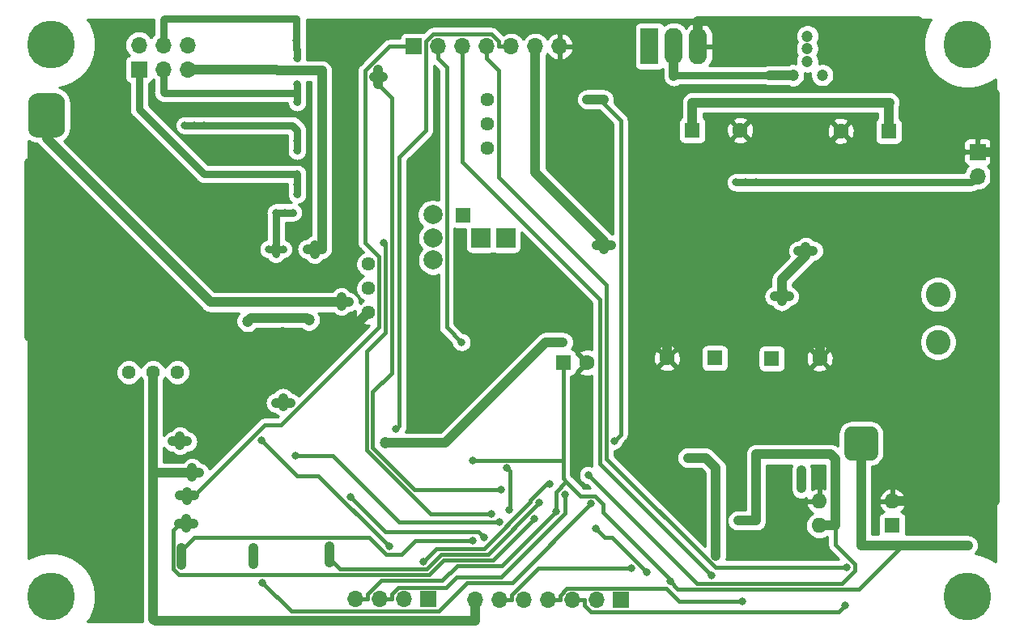
<source format=gbr>
%TF.GenerationSoftware,KiCad,Pcbnew,(5.1.4-0-10_14)*%
%TF.CreationDate,2019-11-24T21:13:53+02:00*%
%TF.ProjectId,READY,52454144-592e-46b6-9963-61645f706362,3.0*%
%TF.SameCoordinates,Original*%
%TF.FileFunction,Copper,L2,Bot*%
%TF.FilePolarity,Positive*%
%FSLAX46Y46*%
G04 Gerber Fmt 4.6, Leading zero omitted, Abs format (unit mm)*
G04 Created by KiCad (PCBNEW (5.1.4-0-10_14)) date 2019-11-24 21:13:53*
%MOMM*%
%LPD*%
G04 APERTURE LIST*
%TA.AperFunction,ComponentPad*%
%ADD10R,1.600000X1.600000*%
%TD*%
%TA.AperFunction,ComponentPad*%
%ADD11C,1.600000*%
%TD*%
%TA.AperFunction,ComponentPad*%
%ADD12C,5.000000*%
%TD*%
%TA.AperFunction,ComponentPad*%
%ADD13R,1.900000X3.800000*%
%TD*%
%TA.AperFunction,ComponentPad*%
%ADD14O,1.900000X3.800000*%
%TD*%
%TA.AperFunction,ComponentPad*%
%ADD15C,1.440000*%
%TD*%
%TA.AperFunction,ComponentPad*%
%ADD16R,2.000000X2.000000*%
%TD*%
%TA.AperFunction,ComponentPad*%
%ADD17C,2.000000*%
%TD*%
%TA.AperFunction,ComponentPad*%
%ADD18R,1.700000X1.700000*%
%TD*%
%TA.AperFunction,ComponentPad*%
%ADD19O,1.700000X1.700000*%
%TD*%
%TA.AperFunction,ComponentPad*%
%ADD20O,1.600000X1.600000*%
%TD*%
%TA.AperFunction,ComponentPad*%
%ADD21C,2.600000*%
%TD*%
%TA.AperFunction,Conductor*%
%ADD22C,0.150000*%
%TD*%
%TA.AperFunction,ComponentPad*%
%ADD23C,3.800000*%
%TD*%
%TA.AperFunction,ViaPad*%
%ADD24C,0.800000*%
%TD*%
%TA.AperFunction,ViaPad*%
%ADD25C,1.200000*%
%TD*%
%TA.AperFunction,Conductor*%
%ADD26C,0.800000*%
%TD*%
%TA.AperFunction,Conductor*%
%ADD27C,1.000000*%
%TD*%
%TA.AperFunction,Conductor*%
%ADD28C,0.400000*%
%TD*%
%TA.AperFunction,Conductor*%
%ADD29C,1.500000*%
%TD*%
%TA.AperFunction,Conductor*%
%ADD30C,5.000000*%
%TD*%
%TA.AperFunction,Conductor*%
%ADD31C,3.000000*%
%TD*%
%TA.AperFunction,Conductor*%
%ADD32C,0.254000*%
%TD*%
G04 APERTURE END LIST*
D10*
%TO.P,C10,1*%
%TO.N,+48V*%
X176911000Y-70243700D03*
D11*
%TO.P,C10,2*%
%TO.N,COIL1_B_OUT*%
X181911000Y-70243700D03*
%TD*%
D12*
%TO.P,H1,1*%
%TO.N,N/C*%
X205707000Y-61247000D03*
%TD*%
%TO.P,H2,1*%
%TO.N,N/C*%
X205707000Y-119039000D03*
%TD*%
%TO.P,H3,1*%
%TO.N,N/C*%
X109855000Y-119039000D03*
%TD*%
%TO.P,H4,1*%
%TO.N,N/C*%
X109855000Y-61247000D03*
%TD*%
D13*
%TO.P,J1,1*%
%TO.N,AB_RAW*%
X172439000Y-61440100D03*
D14*
%TO.P,J1,2*%
%TO.N,Net-(D20-Pad1)*%
X174979000Y-61440100D03*
%TO.P,J1,3*%
%TO.N,COIL1_B_OUT*%
X177519000Y-61440100D03*
%TD*%
D15*
%TO.P,CURRENT2,1*%
%TO.N,Net-(CURRENT2-Pad1)*%
X123038000Y-95554800D03*
%TO.P,CURRENT2,2*%
%TO.N,POLKA_TO_PU_READY*%
X120498000Y-95554800D03*
%TO.P,CURRENT2,3*%
%TO.N,Net-(CURRENT2-Pad3)*%
X117958000Y-95554800D03*
%TD*%
%TO.P,BAT1,1*%
%TO.N,Net-(BAT1-Pad1)*%
X155433000Y-67066200D03*
%TO.P,BAT1,2*%
%TO.N,AB*%
X155433000Y-69606200D03*
%TO.P,BAT1,3*%
%TO.N,Net-(BAT1-Pad3)*%
X155433000Y-72146200D03*
%TD*%
D16*
%TO.P,BZ1,1*%
%TO.N,Net-(BZ1-Pad1)*%
X157384000Y-81521300D03*
D17*
%TO.P,BZ1,2*%
%TO.N,Net-(BZ1-Pad2)*%
X149780200Y-81520000D03*
%TD*%
D16*
%TO.P,BZ2,1*%
%TO.N,Net-(BZ1-Pad1)*%
X154787000Y-81521700D03*
D17*
%TO.P,BZ2,2*%
%TO.N,Net-(BZ1-Pad2)*%
X149780332Y-83823399D03*
%TD*%
D10*
%TO.P,BZ3,1*%
%TO.N,Net-(BZ1-Pad1)*%
X152959000Y-79095600D03*
D17*
%TO.P,BZ3,2*%
%TO.N,Net-(BZ1-Pad2)*%
X149754800Y-79081600D03*
%TD*%
D18*
%TO.P,J5,1*%
%TO.N,15V1_OK*%
X169418000Y-119380000D03*
D19*
%TO.P,J5,2*%
%TO.N,COIL1_B_OUT*%
X166878000Y-119380000D03*
%TO.P,J5,3*%
%TO.N,PWM2*%
X164338000Y-119380000D03*
%TO.P,J5,4*%
%TO.N,PWM1*%
X161798000Y-119380000D03*
%TO.P,J5,5*%
%TO.N,BLOCK_PU*%
X159258000Y-119380000D03*
%TO.P,J5,6*%
%TO.N,PEREKLUCHALKA*%
X156718000Y-119380000D03*
%TO.P,J5,7*%
%TO.N,POLKA_TO_PU_READY*%
X154178000Y-119380000D03*
%TD*%
D10*
%TO.P,U4,1*%
%TO.N,Net-(R11-Pad1)*%
X197815000Y-111582000D03*
D20*
%TO.P,U4,3*%
%TO.N,COIL1_B_OUT*%
X190195000Y-109042000D03*
%TO.P,U4,2*%
X197815000Y-109042000D03*
%TO.P,U4,4*%
%TO.N,SD*%
X190195000Y-111582000D03*
%TD*%
D10*
%TO.P,C12,1*%
%TO.N,+3V3*%
X163388000Y-94549000D03*
D11*
%TO.P,C12,2*%
%TO.N,COIL1_B_OUT*%
X165888000Y-94549000D03*
%TD*%
%TO.P,C19,2*%
%TO.N,COIL1_B_OUT*%
X190224000Y-94117200D03*
D10*
%TO.P,C19,1*%
%TO.N,+15V*%
X185224000Y-94117200D03*
%TD*%
%TO.P,C20,1*%
%TO.N,+15V*%
X179260000Y-94071400D03*
D11*
%TO.P,C20,2*%
%TO.N,COIL1_B_OUT*%
X174260000Y-94071400D03*
%TD*%
D21*
%TO.P,L1,1*%
%TO.N,Net-(D12-Pad1)*%
X202601000Y-87411600D03*
%TO.P,L1,2*%
%TO.N,+15V*%
X202601000Y-92411600D03*
%TD*%
D18*
%TO.P,J3,1*%
%TO.N,COIL1_B_OUT*%
X206769000Y-72504300D03*
D19*
%TO.P,J3,2*%
%TO.N,XL_EN*%
X206769000Y-75044300D03*
%TD*%
D18*
%TO.P,J4,1*%
%TO.N,COIL1_B_OUT*%
X149314000Y-119304000D03*
D19*
%TO.P,J4,2*%
%TO.N,CLK*%
X146774000Y-119304000D03*
%TO.P,J4,3*%
%TO.N,DIO*%
X144234000Y-119304000D03*
%TO.P,J4,4*%
%TO.N,+3V3*%
X141694000Y-119304000D03*
%TD*%
D18*
%TO.P,J2,1*%
%TO.N,COIL1_A*%
X119040000Y-63855600D03*
D19*
%TO.P,J2,2*%
%TO.N,COIL1_B*%
X119040000Y-61315600D03*
%TO.P,J2,3*%
%TO.N,COIL2_A*%
X121580000Y-63855600D03*
%TO.P,J2,4*%
%TO.N,COIL2_B*%
X121580000Y-61315600D03*
%TO.P,J2,5*%
%TO.N,EX_A*%
X124120000Y-63855600D03*
%TO.P,J2,6*%
X124120000Y-61315600D03*
%TD*%
D22*
%TO.N,POLKA_SUMATOR*%
%TO.C,H5*%
G36*
X110415116Y-66386175D02*
G01*
X110507336Y-66399854D01*
X110597770Y-66422507D01*
X110685549Y-66453914D01*
X110769827Y-66493775D01*
X110849792Y-66541704D01*
X110924674Y-66597240D01*
X110993751Y-66659849D01*
X111056360Y-66728926D01*
X111111896Y-66803808D01*
X111159825Y-66883773D01*
X111199686Y-66968051D01*
X111231093Y-67055830D01*
X111253746Y-67146264D01*
X111267425Y-67238484D01*
X111272000Y-67331600D01*
X111272000Y-70031600D01*
X111267425Y-70124716D01*
X111253746Y-70216936D01*
X111231093Y-70307370D01*
X111199686Y-70395149D01*
X111159825Y-70479427D01*
X111111896Y-70559392D01*
X111056360Y-70634274D01*
X110993751Y-70703351D01*
X110924674Y-70765960D01*
X110849792Y-70821496D01*
X110769827Y-70869425D01*
X110685549Y-70909286D01*
X110597770Y-70940693D01*
X110507336Y-70963346D01*
X110415116Y-70977025D01*
X110322000Y-70981600D01*
X108422000Y-70981600D01*
X108328884Y-70977025D01*
X108236664Y-70963346D01*
X108146230Y-70940693D01*
X108058451Y-70909286D01*
X107974173Y-70869425D01*
X107894208Y-70821496D01*
X107819326Y-70765960D01*
X107750249Y-70703351D01*
X107687640Y-70634274D01*
X107632104Y-70559392D01*
X107584175Y-70479427D01*
X107544314Y-70395149D01*
X107512907Y-70307370D01*
X107490254Y-70216936D01*
X107476575Y-70124716D01*
X107472000Y-70031600D01*
X107472000Y-67331600D01*
X107476575Y-67238484D01*
X107490254Y-67146264D01*
X107512907Y-67055830D01*
X107544314Y-66968051D01*
X107584175Y-66883773D01*
X107632104Y-66803808D01*
X107687640Y-66728926D01*
X107750249Y-66659849D01*
X107819326Y-66597240D01*
X107894208Y-66541704D01*
X107974173Y-66493775D01*
X108058451Y-66453914D01*
X108146230Y-66422507D01*
X108236664Y-66399854D01*
X108328884Y-66386175D01*
X108422000Y-66381600D01*
X110322000Y-66381600D01*
X110415116Y-66386175D01*
X110415116Y-66386175D01*
G37*
D23*
%TD*%
%TO.P,H5,1*%
%TO.N,POLKA_SUMATOR*%
X109372000Y-68681600D03*
D15*
%TO.P,BAT2,1*%
%TO.N,+3V3*%
X143027000Y-84226400D03*
%TO.P,BAT2,2*%
%TO.N,Net-(BAT2-Pad2)*%
X143027000Y-86766400D03*
%TO.P,BAT2,3*%
%TO.N,COIL1_B_OUT*%
X143027000Y-89306400D03*
%TD*%
D10*
%TO.P,C1,1*%
%TO.N,+48V*%
X197434000Y-70319900D03*
D11*
%TO.P,C1,2*%
%TO.N,COIL1_B_OUT*%
X192434000Y-70319900D03*
%TD*%
D18*
%TO.P,J8,1*%
%TO.N,TEMP_2*%
X147777000Y-61468000D03*
D19*
%TO.P,J8,2*%
%TO.N,Net-(J8-Pad2)*%
X150317000Y-61468000D03*
%TO.P,J8,3*%
%TO.N,PWM1-OUT*%
X152857000Y-61468000D03*
%TO.P,J8,4*%
%TO.N,PWM2-OUT*%
X155397000Y-61468000D03*
%TO.P,J8,5*%
%TO.N,COOLER_1_OUT*%
X157937000Y-61468000D03*
%TO.P,J8,6*%
%TO.N,15V2_OK*%
X160477000Y-61468000D03*
%TO.P,J8,7*%
%TO.N,COIL1_B_OUT*%
X163017000Y-61468000D03*
%TD*%
D24*
%TO.N,CURRENT*%
X160411900Y-110854700D03*
X124003000Y-110922000D03*
X124003000Y-111811000D03*
X124765000Y-111430000D03*
X123241000Y-111430000D03*
%TO.N,KLAPAN_COMP*%
X156715300Y-111224800D03*
X135414700Y-104284500D03*
X124079000Y-102794000D03*
X123317000Y-103175000D03*
X122555000Y-102794000D03*
X123317000Y-102286000D03*
%TO.N,AB*%
X155930300Y-110371100D03*
X144635400Y-82001500D03*
%TO.N,TEMP_ADC*%
X155133900Y-112836900D03*
X141174200Y-108596200D03*
%TO.N,+3V3*%
X153950900Y-104748900D03*
X162652600Y-110111100D03*
X174589400Y-117445600D03*
X205740000Y-113665000D03*
X203835000Y-113665000D03*
X204788000Y-113665000D03*
X195580000Y-104013000D03*
X194564000Y-104013000D03*
X193548000Y-104013000D03*
X193548000Y-102997000D03*
X194564000Y-102997000D03*
X195580000Y-102997000D03*
X195580000Y-101981000D03*
X194564000Y-101981000D03*
X193548000Y-101981000D03*
D25*
%TO.N,+15V*%
X130411000Y-90197800D03*
X136801300Y-90065900D03*
X144799600Y-102953100D03*
D24*
X163373000Y-92405200D03*
X162484000Y-92405200D03*
X161595000Y-92405200D03*
X186271000Y-87223600D03*
X185509000Y-87604600D03*
X186271000Y-88112600D03*
X187033000Y-87604600D03*
X189535000Y-82842100D03*
X188011000Y-82842100D03*
X188773000Y-83350100D03*
X188773000Y-82461100D03*
%TO.N,POLKA_TO_PU_READY*%
X125349000Y-106096000D03*
X123825000Y-106096000D03*
X124587000Y-105588000D03*
X124587000Y-106477000D03*
%TO.N,PWM1*%
X182098500Y-119479000D03*
%TO.N,PWM2*%
X192918700Y-119927500D03*
%TO.N,COIL1_A*%
X135579000Y-76962000D03*
X135579000Y-74803000D03*
X135579000Y-75876400D03*
%TO.N,COIL1_B*%
X125857000Y-69723000D03*
X123825000Y-69723000D03*
X124841000Y-69723000D03*
X135557000Y-72390000D03*
X135557000Y-70231000D03*
X135557000Y-71326400D03*
%TO.N,COIL2_A*%
X135579000Y-67310000D03*
X135579000Y-65405000D03*
X135579000Y-66351400D03*
%TO.N,COIL2_B*%
X135509000Y-60833000D03*
X135557000Y-62738000D03*
X135557000Y-61801400D03*
%TO.N,COIL1_B_OUT*%
X172949000Y-83032600D03*
X176886000Y-83019900D03*
X175882000Y-83019900D03*
X177889000Y-83019900D03*
X174904000Y-83019900D03*
X173914000Y-83032600D03*
X176860000Y-82042000D03*
X175857000Y-82042000D03*
X174879000Y-82042000D03*
X172923000Y-82054700D03*
X177864000Y-82042000D03*
X173888000Y-82054700D03*
X177851000Y-81076800D03*
X176848000Y-81076800D03*
X173876000Y-81089500D03*
X174866000Y-81076800D03*
X172910000Y-81089500D03*
X175844000Y-81076800D03*
X176860000Y-80073500D03*
X174879000Y-80073500D03*
X172923000Y-80086200D03*
X175857000Y-80073500D03*
X177864000Y-80073500D03*
X173888000Y-80086200D03*
X175870000Y-79108300D03*
X173901000Y-79121000D03*
X172936000Y-79121000D03*
X174892000Y-79108300D03*
X176873000Y-79108300D03*
X177876000Y-79108300D03*
X177876000Y-78181200D03*
X176873000Y-78181200D03*
X175870000Y-78181200D03*
X174892000Y-78181200D03*
X173901000Y-78193900D03*
X134036000Y-91363800D03*
X134036000Y-92252800D03*
X134798000Y-91871800D03*
X133274000Y-91871800D03*
X108462000Y-73655600D03*
X107548000Y-73655600D03*
X108462000Y-74570000D03*
X107548000Y-74570000D03*
X108462000Y-78227600D03*
X108462000Y-76398800D03*
X108462000Y-77313200D03*
X108462000Y-75484400D03*
X107548000Y-78227600D03*
X107548000Y-77313200D03*
X107548000Y-76398800D03*
X107548000Y-75484400D03*
X172936000Y-78193900D03*
%TO.N,COIL1_A_OUT*%
X133401000Y-78841600D03*
X135128000Y-78841600D03*
X134264000Y-78841600D03*
X134112000Y-82677000D03*
X132588000Y-82677000D03*
X133350000Y-82296000D03*
X133350000Y-83185000D03*
%TO.N,POLKA_SUMATOR*%
X140208000Y-88595200D03*
X140208000Y-87706200D03*
X140970000Y-88214200D03*
X139446000Y-88214200D03*
%TO.N,PWM2-OUT*%
X193092500Y-115977600D03*
%TO.N,PWM1-OUT*%
X178942400Y-116836600D03*
%TO.N,BLOCK_PORT*%
X131819400Y-102643500D03*
X145209400Y-113774700D03*
%TO.N,15V2_OK*%
X166878000Y-82245200D03*
X168453000Y-82245200D03*
X167640000Y-82702400D03*
X167640000Y-81838800D03*
%TO.N,Net-(Q8-Pad3)*%
X176428000Y-104496000D03*
X178308000Y-104496000D03*
X177343000Y-104496000D03*
X179375000Y-112878000D03*
X179375000Y-113843000D03*
X179375000Y-114757000D03*
%TO.N,TEMP_2*%
X124816000Y-108433000D03*
X123292000Y-108433000D03*
X124054000Y-108941000D03*
X124054000Y-108052000D03*
%TO.N,PEREKLUCHALKA*%
X170573200Y-116052100D03*
X188316000Y-105816000D03*
X188316000Y-107696000D03*
X188316000Y-106782000D03*
D25*
%TO.N,Net-(D20-Pad1)*%
X190500000Y-64465200D03*
X187439000Y-64490600D03*
X188925000Y-63068200D03*
X188925000Y-61683900D03*
X188951000Y-60388500D03*
D24*
%TO.N,16V_ADC*%
X134874000Y-98755200D03*
X134112000Y-99136200D03*
X133350000Y-98755200D03*
X134112000Y-98247200D03*
%TO.N,SD*%
X166034400Y-106303200D03*
X183578000Y-111062000D03*
X182626000Y-111062000D03*
X181674000Y-111062000D03*
%TO.N,XL_EN*%
X183578000Y-75692000D03*
X182499000Y-75692000D03*
X181470000Y-75692000D03*
%TO.N,BUZZER*%
X156923300Y-107801600D03*
X144018000Y-63931800D03*
X144018000Y-65455800D03*
X144526000Y-64693800D03*
X143637000Y-64693800D03*
%TO.N,LED*%
X160912000Y-109190000D03*
X138989000Y-115468000D03*
X138989000Y-114605000D03*
X138989000Y-113741000D03*
%TO.N,COOLER_1_OUT*%
X145934300Y-101498900D03*
%TO.N,LED_2*%
X166335000Y-109305600D03*
X131971600Y-117556100D03*
X130962000Y-113894000D03*
X130962000Y-114757000D03*
X130962000Y-115621000D03*
%TO.N,DIO*%
X163580700Y-108345100D03*
%TO.N,CLK*%
X161989400Y-107240000D03*
X148769000Y-115340500D03*
%TO.N,Net-(C11-Pad1)*%
X157713100Y-109958900D03*
X157529700Y-105584200D03*
%TO.N,BLOCK_POWER*%
X168727800Y-102718900D03*
X153966900Y-113174900D03*
X123495000Y-115672000D03*
X123495000Y-114808000D03*
X123495000Y-113944000D03*
X167640000Y-67005200D03*
X166776000Y-67005200D03*
X165913000Y-67005200D03*
%TO.N,BLOCK_PORT_2*%
X166849600Y-111919700D03*
X172166600Y-116489100D03*
%TO.N,Net-(J8-Pad2)*%
X152765200Y-92404500D03*
%TO.N,EX_A*%
X137414000Y-82296000D03*
X137414000Y-83185000D03*
X136652000Y-82677000D03*
X138176000Y-82677000D03*
%TD*%
D26*
%TO.N,+48V*%
X197523000Y-67335400D02*
X197434000Y-67424300D01*
D27*
X197434000Y-67424300D02*
X197434000Y-70319900D01*
X176911000Y-70243700D02*
X176911000Y-67335400D01*
X176911000Y-67335400D02*
X197523000Y-67335400D01*
D28*
%TO.N,CURRENT*%
X123241000Y-111430000D02*
X122594600Y-112076400D01*
X122594600Y-112076400D02*
X122594600Y-116129000D01*
X122594600Y-116129000D02*
X123206700Y-116741100D01*
X123206700Y-116741100D02*
X149349100Y-116741100D01*
X149349100Y-116741100D02*
X150900900Y-115189300D01*
X150900900Y-115189300D02*
X156077300Y-115189300D01*
X156077300Y-115189300D02*
X160411900Y-110854700D01*
D27*
X123241000Y-111430000D02*
X124003000Y-111430000D01*
X124003000Y-111430000D02*
X124765000Y-111430000D01*
X124003000Y-111430000D02*
X124003000Y-111811000D01*
X124003000Y-110922000D02*
X124003000Y-111430000D01*
D28*
%TO.N,KLAPAN_COMP*%
X156715300Y-111224800D02*
X146206300Y-111224800D01*
X146206300Y-111224800D02*
X139266000Y-104284500D01*
X139266000Y-104284500D02*
X135414700Y-104284500D01*
D27*
X123317000Y-102794000D02*
X124079000Y-102794000D01*
X122555000Y-102794000D02*
X123317000Y-102794000D01*
X123317000Y-102794000D02*
X123317000Y-103175000D01*
X123317000Y-102286000D02*
X123317000Y-102794000D01*
D28*
%TO.N,AB*%
X155930300Y-110371100D02*
X149505900Y-110371100D01*
X149505900Y-110371100D02*
X142847300Y-103712500D01*
X142847300Y-103712500D02*
X142847300Y-93395200D01*
X142847300Y-93395200D02*
X144819800Y-91422700D01*
X144819800Y-91422700D02*
X144819800Y-82185900D01*
X144819800Y-82185900D02*
X144635400Y-82001500D01*
%TO.N,TEMP_ADC*%
X141174200Y-108596200D02*
X144786600Y-112208600D01*
X144786600Y-112208600D02*
X154505600Y-112208600D01*
X154505600Y-112208600D02*
X155133900Y-112836900D01*
%TO.N,+3V3*%
X142944300Y-119304000D02*
X142944300Y-118757000D01*
X142944300Y-118757000D02*
X144359900Y-117341400D01*
X144359900Y-117341400D02*
X150760500Y-117341400D01*
X150760500Y-117341400D02*
X152312300Y-115789600D01*
X152312300Y-115789600D02*
X156974100Y-115789600D01*
X156974100Y-115789600D02*
X162652600Y-110111100D01*
X163388000Y-104748900D02*
X163388000Y-95749300D01*
X163709400Y-106992400D02*
X163388000Y-106671100D01*
X163388000Y-106671100D02*
X163388000Y-104748900D01*
X163388000Y-104748900D02*
X153950900Y-104748900D01*
X174589400Y-117445600D02*
X174589400Y-117240000D01*
X174589400Y-117240000D02*
X167571500Y-110222100D01*
X167571500Y-110222100D02*
X167571500Y-109364100D01*
X167571500Y-109364100D02*
X166712700Y-108505300D01*
X166712700Y-108505300D02*
X165222200Y-108505300D01*
X165222200Y-108505300D02*
X163709400Y-106992400D01*
X174589400Y-117445600D02*
X175381000Y-118237200D01*
X175381000Y-118237200D02*
X194320500Y-118237200D01*
X194320500Y-118237200D02*
X198892700Y-113665000D01*
X163709400Y-106992400D02*
X162652600Y-108049200D01*
X162652600Y-108049200D02*
X162652600Y-110111100D01*
X163388000Y-94549000D02*
X163388000Y-95749300D01*
X141694000Y-119304000D02*
X142944300Y-119304000D01*
D27*
X198892700Y-113665000D02*
X194564000Y-113665000D01*
X194564000Y-113665000D02*
X194564000Y-104013000D01*
X203835000Y-113665000D02*
X198892700Y-113665000D01*
D29*
X193548000Y-104013000D02*
X193548000Y-102997000D01*
X194564000Y-104013000D02*
X193548000Y-104013000D01*
X195580000Y-104013000D02*
X194564000Y-104013000D01*
X195580000Y-102997000D02*
X195580000Y-104013000D01*
X193548000Y-101981000D02*
X194564000Y-101981000D01*
X193548000Y-102997000D02*
X193548000Y-101981000D01*
X194564000Y-101981000D02*
X195580000Y-101981000D01*
D27*
X194564000Y-102997000D02*
X194564000Y-104013000D01*
X194564000Y-101981000D02*
X194564000Y-102997000D01*
D29*
X194564000Y-102997000D02*
X193548000Y-102997000D01*
X195580000Y-102997000D02*
X194564000Y-102997000D01*
X195580000Y-101981000D02*
X195580000Y-102997000D01*
D27*
X204788000Y-113665000D02*
X203835000Y-113665000D01*
X205740000Y-113665000D02*
X204788000Y-113665000D01*
%TO.N,+15V*%
X136801300Y-90065900D02*
X136598800Y-89863400D01*
X136598800Y-89863400D02*
X130745400Y-89863400D01*
X130745400Y-89863400D02*
X130411000Y-90197800D01*
X144799600Y-102953100D02*
X151047100Y-102953100D01*
X151047100Y-102953100D02*
X161595000Y-92405200D01*
X188773000Y-82842100D02*
X189535000Y-82842100D01*
X188011000Y-82842100D02*
X188773000Y-82842100D01*
X188773000Y-82842100D02*
X188773000Y-83350100D01*
X188773000Y-82461100D02*
X188773000Y-82842100D01*
X186271000Y-87604600D02*
X187033000Y-87604600D01*
X185509000Y-87604600D02*
X186271000Y-87604600D01*
X186271000Y-87604600D02*
X186271000Y-88112600D01*
X186271000Y-87223600D02*
X186271000Y-87604600D01*
X162484000Y-92405200D02*
X163373000Y-92405200D01*
X161595000Y-92405200D02*
X162484000Y-92405200D01*
X186271000Y-87223600D02*
X186271000Y-85852000D01*
X186271000Y-85852000D02*
X188773000Y-83350100D01*
X186385000Y-87109300D02*
X186271000Y-87223600D01*
%TO.N,POLKA_TO_PU_READY*%
X124587000Y-106096000D02*
X125349000Y-106096000D01*
X123825000Y-106096000D02*
X124587000Y-106096000D01*
X124587000Y-106096000D02*
X124587000Y-106477000D01*
X124587000Y-105588000D02*
X124587000Y-106096000D01*
X154178000Y-119380000D02*
X154178000Y-121572000D01*
X154178000Y-121572000D02*
X120722000Y-121572000D01*
X120722000Y-121572000D02*
X120498000Y-121347000D01*
X120498000Y-121347000D02*
X120498000Y-106020000D01*
X120498000Y-106020000D02*
X120498000Y-95554800D01*
X123825000Y-106096000D02*
X120574000Y-106096000D01*
X120574000Y-106096000D02*
X120498000Y-106020000D01*
D28*
%TO.N,PWM1*%
X163048300Y-119380000D02*
X163048300Y-118886700D01*
X163048300Y-118886700D02*
X163805300Y-118129700D01*
X163805300Y-118129700D02*
X174141800Y-118129700D01*
X174141800Y-118129700D02*
X175491100Y-119479000D01*
X175491100Y-119479000D02*
X182098500Y-119479000D01*
X161798000Y-119380000D02*
X163048300Y-119380000D01*
%TO.N,PWM2*%
X164338000Y-119380000D02*
X165588300Y-119380000D01*
X165588300Y-119380000D02*
X165588300Y-119927000D01*
X165588300Y-119927000D02*
X166319000Y-120657700D01*
X166319000Y-120657700D02*
X192188500Y-120657700D01*
X192188500Y-120657700D02*
X192918700Y-119927500D01*
D26*
%TO.N,COIL1_A*%
X135579000Y-75876400D02*
X135579000Y-76962000D01*
X135579000Y-74803000D02*
X135579000Y-75876400D01*
X119040000Y-63855600D02*
X119040000Y-68031400D01*
X119040000Y-68031400D02*
X125811000Y-74803000D01*
X125811000Y-74803000D02*
X135579000Y-74803000D01*
%TO.N,COIL1_B*%
X135557000Y-71326400D02*
X135557000Y-72390000D01*
X135557000Y-70231000D02*
X135557000Y-71326400D01*
X125857000Y-69723000D02*
X135049000Y-69723000D01*
X135049000Y-69723000D02*
X135557000Y-70231000D01*
X123825000Y-69723000D02*
X124841000Y-69723000D01*
X125857000Y-69723000D02*
X124841000Y-69723000D01*
%TO.N,COIL2_A*%
X135579000Y-66351400D02*
X135579000Y-67310000D01*
X135579000Y-65405000D02*
X135579000Y-66351400D01*
X121580000Y-63855600D02*
X121580000Y-66253400D01*
X121580000Y-66253400D02*
X121678000Y-66351400D01*
X121678000Y-66351400D02*
X135579000Y-66351400D01*
%TO.N,COIL2_B*%
X121580000Y-61315600D02*
X121580000Y-58672400D01*
X121580000Y-58672400D02*
X121666000Y-58586000D01*
X121666000Y-58586000D02*
X135509000Y-58586000D01*
X135509000Y-58586000D02*
X135509000Y-60833000D01*
X135509000Y-60833000D02*
X135509000Y-61753800D01*
X135509000Y-61753800D02*
X135557000Y-61801400D01*
X135557000Y-61801400D02*
X135557000Y-62738000D01*
D28*
%TO.N,COIL1_B_OUT*%
X177876000Y-81051300D02*
X177851000Y-81076300D01*
X177851000Y-81076300D02*
X177851000Y-81076800D01*
D30*
X177876000Y-81051300D02*
X177876000Y-82029200D01*
X177876000Y-80073500D02*
X177876000Y-81051300D01*
D28*
X176867000Y-78193900D02*
X176873000Y-78187900D01*
X176873000Y-78187900D02*
X176873000Y-78181200D01*
D30*
X176867000Y-78193900D02*
X177864000Y-78193900D01*
X175870000Y-78193900D02*
X176867000Y-78193900D01*
D28*
X176860000Y-81057700D02*
X176848000Y-81069700D01*
X176848000Y-81069700D02*
X176848000Y-81076800D01*
D27*
X176860000Y-81057700D02*
X176860000Y-80073500D01*
X176860000Y-82042000D02*
X176860000Y-81057700D01*
D28*
X174892000Y-80079800D02*
X174885300Y-80079800D01*
X174885300Y-80079800D02*
X174879000Y-80073500D01*
D27*
X174892000Y-80079800D02*
X174892000Y-81051400D01*
X174892000Y-81051400D02*
X174866000Y-81076800D01*
X174892000Y-79108300D02*
X174892000Y-80079800D01*
D28*
X173926700Y-83019900D02*
X173914000Y-83032600D01*
D30*
X174904000Y-83019900D02*
X173926700Y-83019900D01*
X173926700Y-83019900D02*
X172961000Y-83019900D01*
D28*
X177876000Y-82029200D02*
X177864000Y-82041200D01*
X177864000Y-82041200D02*
X177864000Y-82042000D01*
D30*
X177876000Y-82029200D02*
X177876000Y-83007200D01*
D28*
X173901000Y-80105200D02*
X173888000Y-80092200D01*
X173888000Y-80092200D02*
X173888000Y-80086200D01*
D27*
X173901000Y-80105200D02*
X173901000Y-81089500D01*
X173901000Y-79121000D02*
X173901000Y-80105200D01*
X175857000Y-82054700D02*
X176848000Y-82054700D01*
X176848000Y-82054700D02*
X176860000Y-82042000D01*
X174872600Y-82054700D02*
X175857000Y-82054700D01*
D28*
X175857000Y-82042000D02*
X175857000Y-82054700D01*
X174885500Y-78193900D02*
X174892000Y-78187400D01*
X174892000Y-78187400D02*
X174892000Y-78181200D01*
D30*
X174885500Y-78193900D02*
X175870000Y-78193900D01*
X173901000Y-78193900D02*
X174885500Y-78193900D01*
D28*
X174872600Y-82054700D02*
X174879000Y-82048300D01*
X174879000Y-82048300D02*
X174879000Y-82042000D01*
D27*
X173888000Y-82054700D02*
X174872600Y-82054700D01*
D28*
X175870000Y-78181200D02*
X175870000Y-78193900D01*
D30*
X172949000Y-79121000D02*
X172949000Y-78206600D01*
X172949000Y-80086200D02*
X172949000Y-79121000D01*
D28*
X172936000Y-79121000D02*
X172949000Y-79121000D01*
D30*
X172949000Y-82054700D02*
X172949000Y-81089500D01*
X172949000Y-83032600D02*
X172949000Y-82054700D01*
D28*
X172923000Y-82054700D02*
X172949000Y-82054700D01*
D30*
X177876000Y-79108300D02*
X177876000Y-80073500D01*
D28*
X177864000Y-80073500D02*
X177876000Y-80073500D01*
D30*
X172949000Y-81089500D02*
X172949000Y-80086200D01*
D28*
X172923000Y-80086200D02*
X172949000Y-80086200D01*
X172910000Y-81089500D02*
X172949000Y-81089500D01*
D27*
X173901000Y-81089500D02*
X173901000Y-82042000D01*
X173901000Y-82042000D02*
X173888000Y-82054700D01*
D28*
X173876000Y-81089500D02*
X173901000Y-81089500D01*
D30*
X175882000Y-83019900D02*
X174904000Y-83019900D01*
X176886000Y-83019900D02*
X175882000Y-83019900D01*
D27*
X108462000Y-77313200D02*
X108462000Y-78227600D01*
X108462000Y-76398800D02*
X108462000Y-77313200D01*
X108462000Y-75484400D02*
X108462000Y-76398800D01*
X108462000Y-75484400D02*
X108462000Y-76398800D01*
X108462000Y-74570000D02*
X108462000Y-75484400D01*
X108462000Y-73655600D02*
X108462000Y-74570000D01*
X107548000Y-74570000D02*
X107548000Y-75484400D01*
X107548000Y-73655600D02*
X107548000Y-74570000D01*
X107548000Y-75484400D02*
X107548000Y-76398800D01*
X107548000Y-76398800D02*
X107548000Y-75484400D01*
X107548000Y-77313200D02*
X107548000Y-76398800D01*
X107548000Y-78033200D02*
X107548000Y-77313200D01*
X134036000Y-91871800D02*
X134798000Y-91871800D01*
X133274000Y-91871800D02*
X134036000Y-91871800D01*
X134036000Y-91871800D02*
X133274000Y-91871800D01*
X134798000Y-91871800D02*
X134036000Y-91871800D01*
X134036000Y-91871800D02*
X134036000Y-92252800D01*
X134036000Y-91363800D02*
X134036000Y-91871800D01*
X107548000Y-78227600D02*
X107548000Y-91871800D01*
X107548000Y-91871800D02*
X133274000Y-91871800D01*
D30*
X172936000Y-78193900D02*
X173901000Y-78193900D01*
X177876000Y-78181200D02*
X177876000Y-79108300D01*
X177889000Y-83019900D02*
X176886000Y-83019900D01*
D27*
X175870000Y-79108300D02*
X174892000Y-79108300D01*
X176873000Y-79108300D02*
X175870000Y-79108300D01*
X134798000Y-91871800D02*
X140462000Y-91871800D01*
X140462000Y-91871800D02*
X143027000Y-89306400D01*
X107548000Y-78033200D02*
X107548000Y-78227600D01*
X197815000Y-109042000D02*
X198947000Y-109042000D01*
X198947000Y-109042000D02*
X198959000Y-109030000D01*
X198959000Y-109030000D02*
X208538000Y-109030000D01*
X208538000Y-109030000D02*
X208538000Y-89725500D01*
X175844000Y-81076800D02*
X175844000Y-80086200D01*
X175844000Y-80086200D02*
X175857000Y-80073500D01*
D31*
X174866000Y-81076800D02*
X175844000Y-81076800D01*
D27*
X176860000Y-80073500D02*
X176860000Y-79121000D01*
X176860000Y-79121000D02*
X176873000Y-79108300D01*
X172949000Y-78206600D02*
X172936000Y-78193900D01*
X172961000Y-83019900D02*
X172949000Y-83032600D01*
X177876000Y-83007200D02*
X177889000Y-83019900D01*
X177864000Y-78193900D02*
X177876000Y-78181200D01*
X208538000Y-89725500D02*
X192011000Y-89725500D01*
X192011000Y-89725500D02*
X190297000Y-91440000D01*
X208538000Y-72529700D02*
X208538000Y-89725500D01*
X190297000Y-91440000D02*
X190224000Y-91512400D01*
X190224000Y-91512400D02*
X190224000Y-94117200D01*
X174260000Y-94071400D02*
X174260000Y-91443800D01*
X174260000Y-91443800D02*
X174264000Y-91440000D01*
X174264000Y-91440000D02*
X190297000Y-91440000D01*
X208538000Y-72529700D02*
X206794000Y-72529700D01*
X206794000Y-72529700D02*
X206769000Y-72504300D01*
X177519000Y-61440100D02*
X177519000Y-58790300D01*
X177519000Y-58790300D02*
X177533000Y-58775600D01*
X177533000Y-58775600D02*
X177927000Y-58775600D01*
X177927000Y-58775600D02*
X177940000Y-58788300D01*
X177940000Y-58788300D02*
X200549000Y-58788300D01*
X200549000Y-58788300D02*
X200549000Y-66025200D01*
X200549000Y-66025200D02*
X200959000Y-66435200D01*
X200959000Y-66435200D02*
X208538000Y-66435200D01*
X208538000Y-66435200D02*
X208538000Y-72529700D01*
X107548000Y-78227600D02*
X107548000Y-78033200D01*
X107548000Y-74570000D02*
X108462000Y-74570000D01*
X107548000Y-73655600D02*
X108462000Y-73655600D01*
X107548000Y-78227600D02*
X108462000Y-78227600D01*
X107548000Y-77313200D02*
X108462000Y-77313200D01*
X107548000Y-76398800D02*
X108462000Y-76398800D01*
X107548000Y-75484400D02*
X108462000Y-75484400D01*
D26*
%TO.N,COIL1_A_OUT*%
X133350000Y-82677000D02*
X132588000Y-82677000D01*
X134112000Y-82677000D02*
X133350000Y-82677000D01*
X133350000Y-82677000D02*
X133350000Y-83185000D01*
X133350000Y-82296000D02*
X133350000Y-82677000D01*
X134264000Y-78841600D02*
X135128000Y-78841600D01*
X133401000Y-78841600D02*
X134264000Y-78841600D01*
X133350000Y-82296000D02*
X133350000Y-78892400D01*
X133350000Y-78892400D02*
X133401000Y-78841600D01*
D27*
%TO.N,POLKA_SUMATOR*%
X140208000Y-88214200D02*
X140970000Y-88214200D01*
X139446000Y-88214200D02*
X140208000Y-88214200D01*
X140208000Y-88214200D02*
X140208000Y-88595200D01*
X140208000Y-87706200D02*
X140208000Y-88214200D01*
X109372000Y-68681600D02*
X109372000Y-71081600D01*
X109372000Y-71081600D02*
X126505000Y-88214200D01*
X126505000Y-88214200D02*
X139446000Y-88214200D01*
D28*
%TO.N,PWM2-OUT*%
X155397000Y-62718300D02*
X156647300Y-63968600D01*
X156647300Y-63968600D02*
X156647300Y-75146000D01*
X156647300Y-75146000D02*
X167927500Y-86426200D01*
X167927500Y-86426200D02*
X167927500Y-104603300D01*
X167927500Y-104603300D02*
X179301800Y-115977600D01*
X179301800Y-115977600D02*
X193092500Y-115977600D01*
X155397000Y-61468000D02*
X155397000Y-62718300D01*
%TO.N,PWM1-OUT*%
X152857000Y-61468000D02*
X152857000Y-73579100D01*
X152857000Y-73579100D02*
X167224000Y-87946100D01*
X167224000Y-87946100D02*
X167224000Y-105118200D01*
X167224000Y-105118200D02*
X178942400Y-116836600D01*
%TO.N,BLOCK_PORT*%
X131819400Y-102643500D02*
X135540900Y-106365000D01*
X135540900Y-106365000D02*
X137799700Y-106365000D01*
X137799700Y-106365000D02*
X145209400Y-113774700D01*
D27*
%TO.N,15V2_OK*%
X167640000Y-82245200D02*
X166878000Y-82245200D01*
X168453000Y-82245200D02*
X167640000Y-82245200D01*
X167640000Y-82245200D02*
X167640000Y-82702400D01*
X167640000Y-81838800D02*
X167640000Y-82245200D01*
X160477000Y-61468000D02*
X160477000Y-74676000D01*
X160477000Y-74676000D02*
X167640000Y-81838800D01*
%TO.N,Net-(Q8-Pad3)*%
X177343000Y-104496000D02*
X176428000Y-104496000D01*
X178308000Y-104496000D02*
X177343000Y-104496000D01*
X179375000Y-113843000D02*
X179375000Y-114757000D01*
X179375000Y-112878000D02*
X179375000Y-113843000D01*
X179375000Y-112878000D02*
X179375000Y-105562000D01*
X179375000Y-105562000D02*
X178308000Y-104496000D01*
D28*
%TO.N,TEMP_2*%
X124816000Y-108433000D02*
X132210300Y-101038700D01*
X132210300Y-101038700D02*
X133917300Y-101038700D01*
X133917300Y-101038700D02*
X144163800Y-90792200D01*
X144163800Y-90792200D02*
X144163800Y-83495200D01*
X144163800Y-83495200D02*
X142697100Y-82028500D01*
X142697100Y-82028500D02*
X142697100Y-63971500D01*
X142697100Y-63971500D02*
X145200600Y-61468000D01*
X145200600Y-61468000D02*
X147777000Y-61468000D01*
D27*
X124054000Y-108433000D02*
X124816000Y-108433000D01*
X124054000Y-108433000D02*
X124054000Y-108052000D01*
X124054000Y-108941000D02*
X124054000Y-108433000D01*
X123292000Y-108433000D02*
X124054000Y-108433000D01*
D28*
%TO.N,PEREKLUCHALKA*%
X157968300Y-119380000D02*
X157968300Y-118856200D01*
X157968300Y-118856200D02*
X160772400Y-116052100D01*
X160772400Y-116052100D02*
X170573200Y-116052100D01*
X156718000Y-119380000D02*
X157968300Y-119380000D01*
D27*
X188316000Y-106782000D02*
X188316000Y-107696000D01*
X188316000Y-105816000D02*
X188316000Y-106782000D01*
D26*
%TO.N,Net-(D20-Pad1)*%
X184976000Y-64490600D02*
X187439000Y-64490600D01*
X174981000Y-64142100D02*
X175329000Y-64490600D01*
X175329000Y-64490600D02*
X184976000Y-64490600D01*
X184887000Y-64579500D02*
X184976000Y-64490600D01*
D27*
X184976000Y-64490600D02*
X187439000Y-64490600D01*
X174981000Y-64142100D02*
X174981000Y-64579500D01*
X174979000Y-61440100D02*
X174979000Y-64140100D01*
D26*
X174979000Y-64140100D02*
X174981000Y-64142100D01*
X187503000Y-64427100D02*
X187439000Y-64490600D01*
X190462000Y-64427100D02*
X190500000Y-64465200D01*
D27*
%TO.N,16V_ADC*%
X134112000Y-98755200D02*
X134112000Y-98247200D01*
X134112000Y-99136200D02*
X134112000Y-98755200D01*
X134112000Y-98755200D02*
X133350000Y-98755200D01*
X134874000Y-98755200D02*
X134112000Y-98755200D01*
D28*
%TO.N,SD*%
X166034400Y-106303200D02*
X177368100Y-117636900D01*
X177368100Y-117636900D02*
X192570800Y-117636900D01*
X192570800Y-117636900D02*
X193902800Y-116304900D01*
X193902800Y-116304900D02*
X193902800Y-115636400D01*
X193902800Y-115636400D02*
X191897000Y-113630600D01*
X191897000Y-113630600D02*
X191897000Y-111570000D01*
D27*
X183578000Y-111062000D02*
X183578000Y-104140000D01*
X183578000Y-104140000D02*
X191389000Y-104140000D01*
X191389000Y-104140000D02*
X191897000Y-104648000D01*
X191897000Y-104648000D02*
X191897000Y-111570000D01*
X191897000Y-111570000D02*
X191884000Y-111582000D01*
X191884000Y-111582000D02*
X190195000Y-111582000D01*
X182626000Y-111062000D02*
X183578000Y-111062000D01*
X181674000Y-111062000D02*
X182626000Y-111062000D01*
D26*
%TO.N,XL_EN*%
X182499000Y-75692000D02*
X183578000Y-75692000D01*
X181470000Y-75692000D02*
X182499000Y-75692000D01*
X183578000Y-75692000D02*
X206121000Y-75692000D01*
X206121000Y-75692000D02*
X206769000Y-75044300D01*
D28*
%TO.N,BUZZER*%
X144018000Y-65455800D02*
X145462100Y-66899900D01*
X145462100Y-66899900D02*
X145462100Y-95607000D01*
X145462100Y-95607000D02*
X143447700Y-97621400D01*
X143447700Y-97621400D02*
X143447700Y-103440200D01*
X143447700Y-103440200D02*
X147809100Y-107801600D01*
X147809100Y-107801600D02*
X156923300Y-107801600D01*
D27*
X144018000Y-64693800D02*
X144018000Y-65455800D01*
X144018000Y-64693800D02*
X144526000Y-64693800D01*
X143637000Y-64693800D02*
X144018000Y-64693800D01*
X144018000Y-63931800D02*
X144018000Y-64693800D01*
D28*
%TO.N,LED*%
X138989000Y-115036500D02*
X140093300Y-116140800D01*
X140093300Y-116140800D02*
X149100500Y-116140800D01*
X149100500Y-116140800D02*
X150652300Y-114589000D01*
X150652300Y-114589000D02*
X155513000Y-114589000D01*
X155513000Y-114589000D02*
X160912000Y-109190000D01*
D27*
X138989000Y-115036500D02*
X138989000Y-115468000D01*
X138989000Y-114605000D02*
X138989000Y-115036500D01*
X138989000Y-113741000D02*
X138989000Y-114605000D01*
D28*
%TO.N,COOLER_1_OUT*%
X145934300Y-101498900D02*
X146268800Y-101164400D01*
X146268800Y-101164400D02*
X146268800Y-73029900D01*
X146268800Y-73029900D02*
X149027400Y-70271300D01*
X149027400Y-70271300D02*
X149027400Y-60964400D01*
X149027400Y-60964400D02*
X149802600Y-60189200D01*
X149802600Y-60189200D02*
X155926000Y-60189200D01*
X155926000Y-60189200D02*
X156686700Y-60949900D01*
X156686700Y-60949900D02*
X156686700Y-61468000D01*
X157937000Y-61468000D02*
X156686700Y-61468000D01*
%TO.N,LED_2*%
X131971600Y-117556100D02*
X134969900Y-120554400D01*
X134969900Y-120554400D02*
X150358100Y-120554400D01*
X150358100Y-120554400D02*
X153322000Y-117590500D01*
X153322000Y-117590500D02*
X158050100Y-117590500D01*
X158050100Y-117590500D02*
X166335000Y-109305600D01*
D27*
X130962000Y-114757000D02*
X130962000Y-115621000D01*
X130962000Y-113894000D02*
X130962000Y-114757000D01*
D28*
%TO.N,DIO*%
X144234000Y-119304000D02*
X145484300Y-119304000D01*
X145484300Y-119304000D02*
X145484300Y-118756900D01*
X145484300Y-118756900D02*
X146187500Y-118053700D01*
X146187500Y-118053700D02*
X151153200Y-118053700D01*
X151153200Y-118053700D02*
X152216800Y-116990100D01*
X152216800Y-116990100D02*
X156905600Y-116990100D01*
X156905600Y-116990100D02*
X163580700Y-110315000D01*
X163580700Y-110315000D02*
X163580700Y-108345100D01*
%TO.N,CLK*%
X148769000Y-115340500D02*
X150120800Y-113988700D01*
X150120800Y-113988700D02*
X155120900Y-113988700D01*
X155120900Y-113988700D02*
X159989700Y-109119900D01*
X159989700Y-109119900D02*
X159989700Y-108937200D01*
X159989700Y-108937200D02*
X161686900Y-107240000D01*
X161686900Y-107240000D02*
X161989400Y-107240000D01*
%TO.N,Net-(C11-Pad1)*%
X157713100Y-109958900D02*
X157810300Y-109861700D01*
X157810300Y-109861700D02*
X157810300Y-105864800D01*
X157810300Y-105864800D02*
X157529700Y-105584200D01*
%TO.N,BLOCK_POWER*%
X167208000Y-67005200D02*
X169408700Y-69205900D01*
X169408700Y-69205900D02*
X169408700Y-102038000D01*
X169408700Y-102038000D02*
X168727800Y-102718900D01*
D27*
X167208000Y-67005200D02*
X166776000Y-67005200D01*
X167640000Y-67005200D02*
X167208000Y-67005200D01*
D28*
X123495000Y-114160000D02*
X124835100Y-112819900D01*
X124835100Y-112819900D02*
X143064400Y-112819900D01*
X143064400Y-112819900D02*
X144868300Y-114623800D01*
X144868300Y-114623800D02*
X146484700Y-114623800D01*
X146484700Y-114623800D02*
X147933600Y-113174900D01*
X147933600Y-113174900D02*
X153966900Y-113174900D01*
D27*
X123495000Y-114160000D02*
X123495000Y-114808000D01*
X123495000Y-113944000D02*
X123495000Y-114160000D01*
X123495000Y-114808000D02*
X123495000Y-115672000D01*
X166776000Y-67005200D02*
X165913000Y-67005200D01*
D28*
%TO.N,BLOCK_PORT_2*%
X166849600Y-111919700D02*
X167757800Y-112827900D01*
X167757800Y-112827900D02*
X167757800Y-112828000D01*
X167757800Y-112828000D02*
X168505500Y-112828000D01*
X168505500Y-112828000D02*
X172166600Y-116489100D01*
%TO.N,Net-(J8-Pad2)*%
X150317000Y-62718300D02*
X151201100Y-63602400D01*
X151201100Y-63602400D02*
X151201100Y-90840400D01*
X151201100Y-90840400D02*
X152765200Y-92404500D01*
X150317000Y-61468000D02*
X150317000Y-62718300D01*
D27*
%TO.N,EX_A*%
X137414000Y-82677000D02*
X137414000Y-83185000D01*
X137414000Y-82296000D02*
X137414000Y-82677000D01*
X137414000Y-82677000D02*
X138176000Y-82677000D01*
X136652000Y-82677000D02*
X137414000Y-82677000D01*
X138176000Y-82677000D02*
X138176000Y-64008000D01*
X138176000Y-64008000D02*
X133553000Y-64008000D01*
X133553000Y-64008000D02*
X133401000Y-63855600D01*
X133401000Y-63855600D02*
X124120000Y-63855600D01*
%TD*%
D32*
%TO.N,COIL1_B_OUT*%
G36*
X107539714Y-71352034D02*
G01*
X107814271Y-71498787D01*
X108112183Y-71589158D01*
X108369902Y-71614541D01*
X108423717Y-71715223D01*
X108423722Y-71715229D01*
X108423724Y-71715233D01*
X108477002Y-71780151D01*
X108565552Y-71888049D01*
X108608865Y-71923595D01*
X125663013Y-88977345D01*
X125698551Y-89020649D01*
X125871377Y-89162484D01*
X125871384Y-89162488D01*
X125871388Y-89162491D01*
X125958553Y-89209080D01*
X126068553Y-89267876D01*
X126068559Y-89267878D01*
X126068565Y-89267881D01*
X126156636Y-89294596D01*
X126282501Y-89332777D01*
X126282510Y-89332778D01*
X126282514Y-89332779D01*
X126360852Y-89340494D01*
X126449248Y-89349200D01*
X126449256Y-89349200D01*
X126505013Y-89354691D01*
X126560757Y-89349200D01*
X129513046Y-89349200D01*
X129451713Y-89410533D01*
X129316557Y-89612808D01*
X129223460Y-89837564D01*
X129176000Y-90076163D01*
X129176000Y-90319437D01*
X129223460Y-90558036D01*
X129316557Y-90782792D01*
X129451713Y-90985067D01*
X129623733Y-91157087D01*
X129826008Y-91292243D01*
X130050764Y-91385340D01*
X130289363Y-91432800D01*
X130532637Y-91432800D01*
X130771236Y-91385340D01*
X130995992Y-91292243D01*
X131198267Y-91157087D01*
X131356954Y-90998400D01*
X135987246Y-90998400D01*
X136014033Y-91025187D01*
X136216308Y-91160343D01*
X136441064Y-91253440D01*
X136679663Y-91300900D01*
X136922937Y-91300900D01*
X137161536Y-91253440D01*
X137386292Y-91160343D01*
X137588567Y-91025187D01*
X137760587Y-90853167D01*
X137895743Y-90650892D01*
X137988840Y-90426136D01*
X138036300Y-90187537D01*
X138036300Y-89944263D01*
X137988840Y-89705664D01*
X137895743Y-89480908D01*
X137807738Y-89349200D01*
X139358508Y-89349200D01*
X139401552Y-89401649D01*
X139574378Y-89543484D01*
X139771554Y-89648876D01*
X139985502Y-89713777D01*
X140208000Y-89735691D01*
X140430499Y-89713777D01*
X140644447Y-89648876D01*
X140841623Y-89543484D01*
X141014449Y-89401649D01*
X141060284Y-89345799D01*
X141192499Y-89332777D01*
X141406447Y-89267876D01*
X141603623Y-89162484D01*
X141683165Y-89097205D01*
X141679189Y-89113427D01*
X141667439Y-89380080D01*
X141707937Y-89643901D01*
X141799125Y-89894753D01*
X141855632Y-90000468D01*
X142091440Y-90062355D01*
X142847395Y-89306400D01*
X142833253Y-89292258D01*
X143012858Y-89112653D01*
X143027000Y-89126795D01*
X143041143Y-89112653D01*
X143220748Y-89292258D01*
X143206605Y-89306400D01*
X143220748Y-89320543D01*
X143041143Y-89500148D01*
X143027000Y-89486005D01*
X142271045Y-90241960D01*
X142332932Y-90477768D01*
X142574790Y-90590666D01*
X142834027Y-90654211D01*
X143100680Y-90665961D01*
X143110711Y-90664421D01*
X135746229Y-98028904D01*
X135680449Y-97948751D01*
X135507623Y-97806916D01*
X135310447Y-97701524D01*
X135096499Y-97636623D01*
X135071274Y-97634139D01*
X135060284Y-97613577D01*
X134918449Y-97440751D01*
X134745623Y-97298916D01*
X134548447Y-97193524D01*
X134334499Y-97128623D01*
X134112000Y-97106709D01*
X133889502Y-97128623D01*
X133675554Y-97193524D01*
X133478378Y-97298916D01*
X133305552Y-97440751D01*
X133163717Y-97613577D01*
X133152727Y-97634139D01*
X133127501Y-97636623D01*
X132913553Y-97701524D01*
X132716377Y-97806916D01*
X132543551Y-97948751D01*
X132401716Y-98121577D01*
X132296324Y-98318753D01*
X132231423Y-98532701D01*
X132209509Y-98755200D01*
X132231423Y-98977699D01*
X132296324Y-99191647D01*
X132401716Y-99388823D01*
X132543551Y-99561649D01*
X132716377Y-99703484D01*
X132913553Y-99808876D01*
X133127501Y-99873777D01*
X133259716Y-99886799D01*
X133305551Y-99942649D01*
X133478377Y-100084484D01*
X133616709Y-100158424D01*
X133571433Y-100203700D01*
X132251307Y-100203700D01*
X132210299Y-100199661D01*
X132169291Y-100203700D01*
X132169281Y-100203700D01*
X132046611Y-100215782D01*
X131889213Y-100263528D01*
X131744154Y-100341064D01*
X131617009Y-100445409D01*
X131590861Y-100477271D01*
X126404050Y-105664083D01*
X126402676Y-105659553D01*
X126297284Y-105462377D01*
X126155449Y-105289551D01*
X125982623Y-105147716D01*
X125785447Y-105042324D01*
X125571499Y-104977423D01*
X125546274Y-104974939D01*
X125535284Y-104954377D01*
X125393449Y-104781551D01*
X125220623Y-104639716D01*
X125023446Y-104534324D01*
X124809498Y-104469423D01*
X124587000Y-104447509D01*
X124364501Y-104469423D01*
X124150553Y-104534324D01*
X123953377Y-104639716D01*
X123780551Y-104781551D01*
X123638716Y-104954377D01*
X123635176Y-104961000D01*
X121633000Y-104961000D01*
X121633000Y-103459650D01*
X121748551Y-103600449D01*
X121921377Y-103742284D01*
X122118553Y-103847676D01*
X122332501Y-103912577D01*
X122464717Y-103925599D01*
X122510552Y-103981449D01*
X122683378Y-104123284D01*
X122880554Y-104228676D01*
X123094502Y-104293577D01*
X123317000Y-104315491D01*
X123539499Y-104293577D01*
X123753447Y-104228676D01*
X123950623Y-104123284D01*
X124123449Y-103981449D01*
X124169284Y-103925599D01*
X124301499Y-103912577D01*
X124515447Y-103847676D01*
X124712623Y-103742284D01*
X124885449Y-103600449D01*
X125027284Y-103427623D01*
X125132676Y-103230447D01*
X125197577Y-103016499D01*
X125219491Y-102794000D01*
X125197577Y-102571501D01*
X125132676Y-102357553D01*
X125027284Y-102160377D01*
X124885449Y-101987551D01*
X124712623Y-101845716D01*
X124515447Y-101740324D01*
X124301499Y-101675423D01*
X124276274Y-101672939D01*
X124265284Y-101652377D01*
X124123449Y-101479551D01*
X123950623Y-101337716D01*
X123753446Y-101232324D01*
X123539498Y-101167423D01*
X123317000Y-101145509D01*
X123094501Y-101167423D01*
X122880553Y-101232324D01*
X122683377Y-101337716D01*
X122510551Y-101479551D01*
X122368716Y-101652377D01*
X122357726Y-101672939D01*
X122332501Y-101675423D01*
X122118553Y-101740324D01*
X121921377Y-101845716D01*
X121748551Y-101987551D01*
X121633000Y-102128350D01*
X121633000Y-96295087D01*
X121698785Y-96196633D01*
X121768000Y-96029534D01*
X121837215Y-96196633D01*
X121985503Y-96418562D01*
X122174238Y-96607297D01*
X122396167Y-96755585D01*
X122642761Y-96857728D01*
X122904544Y-96909800D01*
X123171456Y-96909800D01*
X123433239Y-96857728D01*
X123679833Y-96755585D01*
X123901762Y-96607297D01*
X124090497Y-96418562D01*
X124238785Y-96196633D01*
X124340928Y-95950039D01*
X124393000Y-95688256D01*
X124393000Y-95421344D01*
X124340928Y-95159561D01*
X124238785Y-94912967D01*
X124090497Y-94691038D01*
X123901762Y-94502303D01*
X123679833Y-94354015D01*
X123433239Y-94251872D01*
X123171456Y-94199800D01*
X122904544Y-94199800D01*
X122642761Y-94251872D01*
X122396167Y-94354015D01*
X122174238Y-94502303D01*
X121985503Y-94691038D01*
X121837215Y-94912967D01*
X121768000Y-95080066D01*
X121698785Y-94912967D01*
X121550497Y-94691038D01*
X121361762Y-94502303D01*
X121139833Y-94354015D01*
X120893239Y-94251872D01*
X120631456Y-94199800D01*
X120364544Y-94199800D01*
X120102761Y-94251872D01*
X119856167Y-94354015D01*
X119634238Y-94502303D01*
X119445503Y-94691038D01*
X119297215Y-94912967D01*
X119228000Y-95080066D01*
X119158785Y-94912967D01*
X119010497Y-94691038D01*
X118821762Y-94502303D01*
X118599833Y-94354015D01*
X118353239Y-94251872D01*
X118091456Y-94199800D01*
X117824544Y-94199800D01*
X117562761Y-94251872D01*
X117316167Y-94354015D01*
X117094238Y-94502303D01*
X116905503Y-94691038D01*
X116757215Y-94912967D01*
X116655072Y-95159561D01*
X116603000Y-95421344D01*
X116603000Y-95688256D01*
X116655072Y-95950039D01*
X116757215Y-96196633D01*
X116905503Y-96418562D01*
X117094238Y-96607297D01*
X117316167Y-96755585D01*
X117562761Y-96857728D01*
X117824544Y-96909800D01*
X118091456Y-96909800D01*
X118353239Y-96857728D01*
X118599833Y-96755585D01*
X118821762Y-96607297D01*
X119010497Y-96418562D01*
X119158785Y-96196633D01*
X119228000Y-96029534D01*
X119297215Y-96196633D01*
X119363001Y-96295089D01*
X119363000Y-105964248D01*
X119357509Y-106020000D01*
X119363000Y-106075751D01*
X119363001Y-106075761D01*
X119363000Y-121289984D01*
X119357512Y-121344460D01*
X119363000Y-121401481D01*
X119363000Y-121402751D01*
X119368360Y-121457170D01*
X119378931Y-121567007D01*
X119379298Y-121568226D01*
X119379423Y-121569498D01*
X119399960Y-121637200D01*
X113683784Y-121637200D01*
X113955394Y-121230706D01*
X114304187Y-120388646D01*
X114482000Y-119494720D01*
X114482000Y-118583280D01*
X114304187Y-117689354D01*
X113955394Y-116847294D01*
X113449026Y-116089459D01*
X112804541Y-115444974D01*
X112046706Y-114938606D01*
X111204646Y-114589813D01*
X110310720Y-114412000D01*
X109399280Y-114412000D01*
X108505354Y-114589813D01*
X107663294Y-114938606D01*
X107491654Y-115053292D01*
X107484713Y-71306896D01*
X107539714Y-71352034D01*
X107539714Y-71352034D01*
G37*
X107539714Y-71352034D02*
X107814271Y-71498787D01*
X108112183Y-71589158D01*
X108369902Y-71614541D01*
X108423717Y-71715223D01*
X108423722Y-71715229D01*
X108423724Y-71715233D01*
X108477002Y-71780151D01*
X108565552Y-71888049D01*
X108608865Y-71923595D01*
X125663013Y-88977345D01*
X125698551Y-89020649D01*
X125871377Y-89162484D01*
X125871384Y-89162488D01*
X125871388Y-89162491D01*
X125958553Y-89209080D01*
X126068553Y-89267876D01*
X126068559Y-89267878D01*
X126068565Y-89267881D01*
X126156636Y-89294596D01*
X126282501Y-89332777D01*
X126282510Y-89332778D01*
X126282514Y-89332779D01*
X126360852Y-89340494D01*
X126449248Y-89349200D01*
X126449256Y-89349200D01*
X126505013Y-89354691D01*
X126560757Y-89349200D01*
X129513046Y-89349200D01*
X129451713Y-89410533D01*
X129316557Y-89612808D01*
X129223460Y-89837564D01*
X129176000Y-90076163D01*
X129176000Y-90319437D01*
X129223460Y-90558036D01*
X129316557Y-90782792D01*
X129451713Y-90985067D01*
X129623733Y-91157087D01*
X129826008Y-91292243D01*
X130050764Y-91385340D01*
X130289363Y-91432800D01*
X130532637Y-91432800D01*
X130771236Y-91385340D01*
X130995992Y-91292243D01*
X131198267Y-91157087D01*
X131356954Y-90998400D01*
X135987246Y-90998400D01*
X136014033Y-91025187D01*
X136216308Y-91160343D01*
X136441064Y-91253440D01*
X136679663Y-91300900D01*
X136922937Y-91300900D01*
X137161536Y-91253440D01*
X137386292Y-91160343D01*
X137588567Y-91025187D01*
X137760587Y-90853167D01*
X137895743Y-90650892D01*
X137988840Y-90426136D01*
X138036300Y-90187537D01*
X138036300Y-89944263D01*
X137988840Y-89705664D01*
X137895743Y-89480908D01*
X137807738Y-89349200D01*
X139358508Y-89349200D01*
X139401552Y-89401649D01*
X139574378Y-89543484D01*
X139771554Y-89648876D01*
X139985502Y-89713777D01*
X140208000Y-89735691D01*
X140430499Y-89713777D01*
X140644447Y-89648876D01*
X140841623Y-89543484D01*
X141014449Y-89401649D01*
X141060284Y-89345799D01*
X141192499Y-89332777D01*
X141406447Y-89267876D01*
X141603623Y-89162484D01*
X141683165Y-89097205D01*
X141679189Y-89113427D01*
X141667439Y-89380080D01*
X141707937Y-89643901D01*
X141799125Y-89894753D01*
X141855632Y-90000468D01*
X142091440Y-90062355D01*
X142847395Y-89306400D01*
X142833253Y-89292258D01*
X143012858Y-89112653D01*
X143027000Y-89126795D01*
X143041143Y-89112653D01*
X143220748Y-89292258D01*
X143206605Y-89306400D01*
X143220748Y-89320543D01*
X143041143Y-89500148D01*
X143027000Y-89486005D01*
X142271045Y-90241960D01*
X142332932Y-90477768D01*
X142574790Y-90590666D01*
X142834027Y-90654211D01*
X143100680Y-90665961D01*
X143110711Y-90664421D01*
X135746229Y-98028904D01*
X135680449Y-97948751D01*
X135507623Y-97806916D01*
X135310447Y-97701524D01*
X135096499Y-97636623D01*
X135071274Y-97634139D01*
X135060284Y-97613577D01*
X134918449Y-97440751D01*
X134745623Y-97298916D01*
X134548447Y-97193524D01*
X134334499Y-97128623D01*
X134112000Y-97106709D01*
X133889502Y-97128623D01*
X133675554Y-97193524D01*
X133478378Y-97298916D01*
X133305552Y-97440751D01*
X133163717Y-97613577D01*
X133152727Y-97634139D01*
X133127501Y-97636623D01*
X132913553Y-97701524D01*
X132716377Y-97806916D01*
X132543551Y-97948751D01*
X132401716Y-98121577D01*
X132296324Y-98318753D01*
X132231423Y-98532701D01*
X132209509Y-98755200D01*
X132231423Y-98977699D01*
X132296324Y-99191647D01*
X132401716Y-99388823D01*
X132543551Y-99561649D01*
X132716377Y-99703484D01*
X132913553Y-99808876D01*
X133127501Y-99873777D01*
X133259716Y-99886799D01*
X133305551Y-99942649D01*
X133478377Y-100084484D01*
X133616709Y-100158424D01*
X133571433Y-100203700D01*
X132251307Y-100203700D01*
X132210299Y-100199661D01*
X132169291Y-100203700D01*
X132169281Y-100203700D01*
X132046611Y-100215782D01*
X131889213Y-100263528D01*
X131744154Y-100341064D01*
X131617009Y-100445409D01*
X131590861Y-100477271D01*
X126404050Y-105664083D01*
X126402676Y-105659553D01*
X126297284Y-105462377D01*
X126155449Y-105289551D01*
X125982623Y-105147716D01*
X125785447Y-105042324D01*
X125571499Y-104977423D01*
X125546274Y-104974939D01*
X125535284Y-104954377D01*
X125393449Y-104781551D01*
X125220623Y-104639716D01*
X125023446Y-104534324D01*
X124809498Y-104469423D01*
X124587000Y-104447509D01*
X124364501Y-104469423D01*
X124150553Y-104534324D01*
X123953377Y-104639716D01*
X123780551Y-104781551D01*
X123638716Y-104954377D01*
X123635176Y-104961000D01*
X121633000Y-104961000D01*
X121633000Y-103459650D01*
X121748551Y-103600449D01*
X121921377Y-103742284D01*
X122118553Y-103847676D01*
X122332501Y-103912577D01*
X122464717Y-103925599D01*
X122510552Y-103981449D01*
X122683378Y-104123284D01*
X122880554Y-104228676D01*
X123094502Y-104293577D01*
X123317000Y-104315491D01*
X123539499Y-104293577D01*
X123753447Y-104228676D01*
X123950623Y-104123284D01*
X124123449Y-103981449D01*
X124169284Y-103925599D01*
X124301499Y-103912577D01*
X124515447Y-103847676D01*
X124712623Y-103742284D01*
X124885449Y-103600449D01*
X125027284Y-103427623D01*
X125132676Y-103230447D01*
X125197577Y-103016499D01*
X125219491Y-102794000D01*
X125197577Y-102571501D01*
X125132676Y-102357553D01*
X125027284Y-102160377D01*
X124885449Y-101987551D01*
X124712623Y-101845716D01*
X124515447Y-101740324D01*
X124301499Y-101675423D01*
X124276274Y-101672939D01*
X124265284Y-101652377D01*
X124123449Y-101479551D01*
X123950623Y-101337716D01*
X123753446Y-101232324D01*
X123539498Y-101167423D01*
X123317000Y-101145509D01*
X123094501Y-101167423D01*
X122880553Y-101232324D01*
X122683377Y-101337716D01*
X122510551Y-101479551D01*
X122368716Y-101652377D01*
X122357726Y-101672939D01*
X122332501Y-101675423D01*
X122118553Y-101740324D01*
X121921377Y-101845716D01*
X121748551Y-101987551D01*
X121633000Y-102128350D01*
X121633000Y-96295087D01*
X121698785Y-96196633D01*
X121768000Y-96029534D01*
X121837215Y-96196633D01*
X121985503Y-96418562D01*
X122174238Y-96607297D01*
X122396167Y-96755585D01*
X122642761Y-96857728D01*
X122904544Y-96909800D01*
X123171456Y-96909800D01*
X123433239Y-96857728D01*
X123679833Y-96755585D01*
X123901762Y-96607297D01*
X124090497Y-96418562D01*
X124238785Y-96196633D01*
X124340928Y-95950039D01*
X124393000Y-95688256D01*
X124393000Y-95421344D01*
X124340928Y-95159561D01*
X124238785Y-94912967D01*
X124090497Y-94691038D01*
X123901762Y-94502303D01*
X123679833Y-94354015D01*
X123433239Y-94251872D01*
X123171456Y-94199800D01*
X122904544Y-94199800D01*
X122642761Y-94251872D01*
X122396167Y-94354015D01*
X122174238Y-94502303D01*
X121985503Y-94691038D01*
X121837215Y-94912967D01*
X121768000Y-95080066D01*
X121698785Y-94912967D01*
X121550497Y-94691038D01*
X121361762Y-94502303D01*
X121139833Y-94354015D01*
X120893239Y-94251872D01*
X120631456Y-94199800D01*
X120364544Y-94199800D01*
X120102761Y-94251872D01*
X119856167Y-94354015D01*
X119634238Y-94502303D01*
X119445503Y-94691038D01*
X119297215Y-94912967D01*
X119228000Y-95080066D01*
X119158785Y-94912967D01*
X119010497Y-94691038D01*
X118821762Y-94502303D01*
X118599833Y-94354015D01*
X118353239Y-94251872D01*
X118091456Y-94199800D01*
X117824544Y-94199800D01*
X117562761Y-94251872D01*
X117316167Y-94354015D01*
X117094238Y-94502303D01*
X116905503Y-94691038D01*
X116757215Y-94912967D01*
X116655072Y-95159561D01*
X116603000Y-95421344D01*
X116603000Y-95688256D01*
X116655072Y-95950039D01*
X116757215Y-96196633D01*
X116905503Y-96418562D01*
X117094238Y-96607297D01*
X117316167Y-96755585D01*
X117562761Y-96857728D01*
X117824544Y-96909800D01*
X118091456Y-96909800D01*
X118353239Y-96857728D01*
X118599833Y-96755585D01*
X118821762Y-96607297D01*
X119010497Y-96418562D01*
X119158785Y-96196633D01*
X119228000Y-96029534D01*
X119297215Y-96196633D01*
X119363001Y-96295089D01*
X119363000Y-105964248D01*
X119357509Y-106020000D01*
X119363000Y-106075751D01*
X119363001Y-106075761D01*
X119363000Y-121289984D01*
X119357512Y-121344460D01*
X119363000Y-121401481D01*
X119363000Y-121402751D01*
X119368360Y-121457170D01*
X119378931Y-121567007D01*
X119379298Y-121568226D01*
X119379423Y-121569498D01*
X119399960Y-121637200D01*
X113683784Y-121637200D01*
X113955394Y-121230706D01*
X114304187Y-120388646D01*
X114482000Y-119494720D01*
X114482000Y-118583280D01*
X114304187Y-117689354D01*
X113955394Y-116847294D01*
X113449026Y-116089459D01*
X112804541Y-115444974D01*
X112046706Y-114938606D01*
X111204646Y-114589813D01*
X110310720Y-114412000D01*
X109399280Y-114412000D01*
X108505354Y-114589813D01*
X107663294Y-114938606D01*
X107491654Y-115053292D01*
X107484713Y-71306896D01*
X107539714Y-71352034D01*
G36*
X167005000Y-119253000D02*
G01*
X167025000Y-119253000D01*
X167025000Y-119507000D01*
X167005000Y-119507000D01*
X167005000Y-119527000D01*
X166751000Y-119527000D01*
X166751000Y-119507000D01*
X166731000Y-119507000D01*
X166731000Y-119253000D01*
X166751000Y-119253000D01*
X166751000Y-119233000D01*
X167005000Y-119233000D01*
X167005000Y-119253000D01*
X167005000Y-119253000D01*
G37*
X167005000Y-119253000D02*
X167025000Y-119253000D01*
X167025000Y-119507000D01*
X167005000Y-119507000D01*
X167005000Y-119527000D01*
X166751000Y-119527000D01*
X166751000Y-119507000D01*
X166731000Y-119507000D01*
X166731000Y-119253000D01*
X166751000Y-119253000D01*
X166751000Y-119233000D01*
X167005000Y-119233000D01*
X167005000Y-119253000D01*
G36*
X149441000Y-119177000D02*
G01*
X149461000Y-119177000D01*
X149461000Y-119431000D01*
X149441000Y-119431000D01*
X149441000Y-119451000D01*
X149187000Y-119451000D01*
X149187000Y-119431000D01*
X149167000Y-119431000D01*
X149167000Y-119177000D01*
X149187000Y-119177000D01*
X149187000Y-119157000D01*
X149441000Y-119157000D01*
X149441000Y-119177000D01*
X149441000Y-119177000D01*
G37*
X149441000Y-119177000D02*
X149461000Y-119177000D01*
X149461000Y-119431000D01*
X149441000Y-119431000D01*
X149441000Y-119451000D01*
X149187000Y-119451000D01*
X149187000Y-119431000D01*
X149167000Y-119431000D01*
X149167000Y-119177000D01*
X149187000Y-119177000D01*
X149187000Y-119157000D01*
X149441000Y-119157000D01*
X149441000Y-119177000D01*
G36*
X120545001Y-58621562D02*
G01*
X120545001Y-58622760D01*
X120539996Y-58674813D01*
X120545001Y-58724446D01*
X120545000Y-60243942D01*
X120524866Y-60260466D01*
X120339294Y-60486586D01*
X120310000Y-60541391D01*
X120280706Y-60486586D01*
X120095134Y-60260466D01*
X119869014Y-60074894D01*
X119611034Y-59937001D01*
X119331111Y-59852087D01*
X119112950Y-59830600D01*
X118967050Y-59830600D01*
X118748889Y-59852087D01*
X118468966Y-59937001D01*
X118210986Y-60074894D01*
X117984866Y-60260466D01*
X117799294Y-60486586D01*
X117661401Y-60744566D01*
X117576487Y-61024489D01*
X117547815Y-61315600D01*
X117576487Y-61606711D01*
X117661401Y-61886634D01*
X117799294Y-62144614D01*
X117984866Y-62370734D01*
X118014687Y-62395207D01*
X117945820Y-62416098D01*
X117835506Y-62475063D01*
X117738815Y-62554415D01*
X117659463Y-62651106D01*
X117600498Y-62761420D01*
X117564188Y-62881118D01*
X117551928Y-63005600D01*
X117551928Y-64705600D01*
X117564188Y-64830082D01*
X117600498Y-64949780D01*
X117659463Y-65060094D01*
X117738815Y-65156785D01*
X117835506Y-65236137D01*
X117945820Y-65295102D01*
X118005000Y-65313054D01*
X118005001Y-67980539D01*
X117999994Y-68031354D01*
X118005001Y-68082215D01*
X118005001Y-68082238D01*
X118010052Y-68133525D01*
X118019968Y-68234249D01*
X118019975Y-68234271D01*
X118019977Y-68234295D01*
X118048671Y-68328885D01*
X118079142Y-68429351D01*
X118079154Y-68429374D01*
X118079160Y-68429393D01*
X118121317Y-68508264D01*
X118175241Y-68609159D01*
X118175257Y-68609179D01*
X118175267Y-68609197D01*
X118234116Y-68680905D01*
X118272166Y-68727273D01*
X118272185Y-68727292D01*
X118304605Y-68766796D01*
X118344074Y-68799187D01*
X125043182Y-75498890D01*
X125075604Y-75538396D01*
X125154588Y-75603217D01*
X125233164Y-75667708D01*
X125233185Y-75667719D01*
X125233203Y-75667734D01*
X125328972Y-75718923D01*
X125412963Y-75763822D01*
X125412983Y-75763828D01*
X125413007Y-75763841D01*
X125526358Y-75798226D01*
X125608059Y-75823014D01*
X125608078Y-75823016D01*
X125608105Y-75823024D01*
X125730070Y-75835036D01*
X125810953Y-75843006D01*
X125861804Y-75838000D01*
X134544000Y-75838000D01*
X134544001Y-76860057D01*
X134544000Y-76860061D01*
X134544000Y-77063939D01*
X134553971Y-77114067D01*
X134558977Y-77164895D01*
X134573803Y-77213768D01*
X134583774Y-77263898D01*
X134603335Y-77311122D01*
X134618160Y-77359993D01*
X134642235Y-77405034D01*
X134661795Y-77452256D01*
X134690191Y-77494753D01*
X134714267Y-77539797D01*
X134746668Y-77579278D01*
X134775063Y-77621774D01*
X134811203Y-77657914D01*
X134843605Y-77697396D01*
X134883087Y-77729798D01*
X134919226Y-77765937D01*
X134961721Y-77794331D01*
X134976671Y-77806600D01*
X133452856Y-77806600D01*
X133403043Y-77801595D01*
X133351183Y-77806600D01*
X133299061Y-77806600D01*
X133249938Y-77816371D01*
X133200110Y-77821180D01*
X133199131Y-77821475D01*
X133198105Y-77821576D01*
X133149223Y-77836404D01*
X133099102Y-77846374D01*
X133052825Y-77865543D01*
X133004896Y-77879979D01*
X133003991Y-77880461D01*
X133003007Y-77880759D01*
X132957958Y-77904838D01*
X132910744Y-77924395D01*
X132869104Y-77952218D01*
X132824903Y-77975732D01*
X132824106Y-77976383D01*
X132823203Y-77976866D01*
X132783716Y-78009272D01*
X132741226Y-78037663D01*
X132705092Y-78073797D01*
X132665604Y-78106204D01*
X132643116Y-78133605D01*
X132614605Y-78157004D01*
X132550641Y-78234944D01*
X132486403Y-78312905D01*
X132485915Y-78313813D01*
X132485267Y-78314603D01*
X132437771Y-78403462D01*
X132389944Y-78492520D01*
X132389644Y-78493501D01*
X132389160Y-78494407D01*
X132359807Y-78591169D01*
X132330378Y-78687502D01*
X132330276Y-78688520D01*
X132329977Y-78689505D01*
X132320073Y-78790066D01*
X132309996Y-78890357D01*
X132315001Y-78942219D01*
X132315000Y-81676026D01*
X132286102Y-81681774D01*
X132238887Y-81701331D01*
X132190007Y-81716159D01*
X132144958Y-81740238D01*
X132097744Y-81759795D01*
X132055254Y-81788186D01*
X132010203Y-81812266D01*
X131970716Y-81844672D01*
X131928226Y-81873063D01*
X131892092Y-81909197D01*
X131852604Y-81941604D01*
X131820197Y-81981092D01*
X131784063Y-82017226D01*
X131755672Y-82059716D01*
X131723266Y-82099203D01*
X131699186Y-82144254D01*
X131670795Y-82186744D01*
X131651238Y-82233958D01*
X131627159Y-82279007D01*
X131612331Y-82327887D01*
X131592774Y-82375102D01*
X131582804Y-82425223D01*
X131567976Y-82474105D01*
X131562969Y-82524943D01*
X131553000Y-82575061D01*
X131553000Y-82626162D01*
X131547993Y-82677000D01*
X131553000Y-82727837D01*
X131553000Y-82778939D01*
X131562969Y-82829057D01*
X131567976Y-82879895D01*
X131582804Y-82928777D01*
X131592774Y-82978898D01*
X131612331Y-83026113D01*
X131627159Y-83074993D01*
X131651238Y-83120042D01*
X131670795Y-83167256D01*
X131699186Y-83209746D01*
X131723266Y-83254797D01*
X131755672Y-83294284D01*
X131784063Y-83336774D01*
X131820197Y-83372908D01*
X131852604Y-83412396D01*
X131892092Y-83444803D01*
X131928226Y-83480937D01*
X131970716Y-83509328D01*
X132010203Y-83541734D01*
X132055254Y-83565814D01*
X132097744Y-83594205D01*
X132144958Y-83613762D01*
X132190007Y-83637841D01*
X132238887Y-83652669D01*
X132286102Y-83672226D01*
X132336223Y-83682196D01*
X132385105Y-83697024D01*
X132435943Y-83702031D01*
X132452945Y-83705413D01*
X132461189Y-83717751D01*
X132485267Y-83762797D01*
X132517668Y-83802278D01*
X132546063Y-83844774D01*
X132582203Y-83880914D01*
X132614605Y-83920396D01*
X132654087Y-83952798D01*
X132690226Y-83988937D01*
X132732721Y-84017331D01*
X132772204Y-84049734D01*
X132817250Y-84073812D01*
X132859744Y-84102205D01*
X132906962Y-84121763D01*
X132952008Y-84145841D01*
X133000884Y-84160668D01*
X133048102Y-84180226D01*
X133098226Y-84190196D01*
X133147106Y-84205024D01*
X133197942Y-84210031D01*
X133248061Y-84220000D01*
X133299162Y-84220000D01*
X133350000Y-84225007D01*
X133400838Y-84220000D01*
X133451939Y-84220000D01*
X133502057Y-84210031D01*
X133552895Y-84205024D01*
X133601777Y-84190196D01*
X133651898Y-84180226D01*
X133699113Y-84160669D01*
X133747993Y-84145841D01*
X133793042Y-84121762D01*
X133840256Y-84102205D01*
X133882746Y-84073814D01*
X133927797Y-84049734D01*
X133967284Y-84017328D01*
X134009774Y-83988937D01*
X134045908Y-83952803D01*
X134085396Y-83920396D01*
X134117803Y-83880908D01*
X134153937Y-83844774D01*
X134182328Y-83802284D01*
X134214734Y-83762797D01*
X134238814Y-83717747D01*
X134247055Y-83705413D01*
X134264057Y-83702031D01*
X134314895Y-83697024D01*
X134363777Y-83682196D01*
X134413898Y-83672226D01*
X134461113Y-83652669D01*
X134509993Y-83637841D01*
X134555042Y-83613762D01*
X134602256Y-83594205D01*
X134644746Y-83565814D01*
X134689797Y-83541734D01*
X134729284Y-83509328D01*
X134771774Y-83480937D01*
X134807908Y-83444803D01*
X134847396Y-83412396D01*
X134879803Y-83372908D01*
X134915937Y-83336774D01*
X134944328Y-83294284D01*
X134976734Y-83254797D01*
X135000814Y-83209746D01*
X135029205Y-83167256D01*
X135048762Y-83120042D01*
X135072841Y-83074993D01*
X135087669Y-83026113D01*
X135107226Y-82978898D01*
X135117196Y-82928777D01*
X135132024Y-82879895D01*
X135137031Y-82829057D01*
X135147000Y-82778939D01*
X135147000Y-82727837D01*
X135152007Y-82677000D01*
X135147000Y-82626162D01*
X135147000Y-82575061D01*
X135137031Y-82524943D01*
X135132024Y-82474105D01*
X135117196Y-82425223D01*
X135107226Y-82375102D01*
X135087669Y-82327887D01*
X135072841Y-82279007D01*
X135048762Y-82233958D01*
X135029205Y-82186744D01*
X135000814Y-82144254D01*
X134976734Y-82099203D01*
X134944328Y-82059716D01*
X134915937Y-82017226D01*
X134879803Y-81981092D01*
X134847396Y-81941604D01*
X134807908Y-81909197D01*
X134771774Y-81873063D01*
X134729284Y-81844672D01*
X134689797Y-81812266D01*
X134644746Y-81788186D01*
X134602256Y-81759795D01*
X134555042Y-81740238D01*
X134509993Y-81716159D01*
X134461113Y-81701331D01*
X134413898Y-81681774D01*
X134385000Y-81676026D01*
X134385000Y-79876600D01*
X135229939Y-79876600D01*
X135280057Y-79866631D01*
X135330895Y-79861624D01*
X135379777Y-79846796D01*
X135429898Y-79836826D01*
X135477113Y-79817269D01*
X135525993Y-79802441D01*
X135571042Y-79778362D01*
X135618256Y-79758805D01*
X135660746Y-79730414D01*
X135705797Y-79706334D01*
X135745284Y-79673928D01*
X135787774Y-79645537D01*
X135823908Y-79609403D01*
X135863396Y-79576996D01*
X135895803Y-79537508D01*
X135931937Y-79501374D01*
X135960328Y-79458884D01*
X135992734Y-79419397D01*
X136016814Y-79374346D01*
X136045205Y-79331856D01*
X136064762Y-79284642D01*
X136088841Y-79239593D01*
X136103669Y-79190713D01*
X136123226Y-79143498D01*
X136133196Y-79093377D01*
X136148024Y-79044495D01*
X136153031Y-78993657D01*
X136163000Y-78943539D01*
X136163000Y-78892438D01*
X136168007Y-78841600D01*
X136163000Y-78790762D01*
X136163000Y-78739661D01*
X136153031Y-78689543D01*
X136148024Y-78638705D01*
X136133196Y-78589823D01*
X136123226Y-78539702D01*
X136103669Y-78492487D01*
X136088841Y-78443607D01*
X136064762Y-78398558D01*
X136045205Y-78351344D01*
X136016814Y-78308854D01*
X135992734Y-78263803D01*
X135960328Y-78224316D01*
X135931937Y-78181826D01*
X135895803Y-78145692D01*
X135863396Y-78106204D01*
X135823908Y-78073797D01*
X135787774Y-78037663D01*
X135745284Y-78009272D01*
X135720695Y-77989092D01*
X135731057Y-77987031D01*
X135781895Y-77982024D01*
X135830777Y-77967196D01*
X135880898Y-77957226D01*
X135928113Y-77937669D01*
X135976993Y-77922841D01*
X136022042Y-77898762D01*
X136069256Y-77879205D01*
X136111746Y-77850814D01*
X136156797Y-77826734D01*
X136196284Y-77794328D01*
X136238774Y-77765937D01*
X136274908Y-77729803D01*
X136314396Y-77697396D01*
X136346803Y-77657908D01*
X136382937Y-77621774D01*
X136411328Y-77579284D01*
X136443734Y-77539797D01*
X136467814Y-77494746D01*
X136496205Y-77452256D01*
X136515762Y-77405042D01*
X136539841Y-77359993D01*
X136554669Y-77311113D01*
X136574226Y-77263898D01*
X136584196Y-77213777D01*
X136599024Y-77164895D01*
X136604031Y-77114057D01*
X136614000Y-77063939D01*
X136614000Y-74853838D01*
X136619007Y-74803000D01*
X136614000Y-74752162D01*
X136614000Y-74701061D01*
X136604031Y-74650943D01*
X136599024Y-74600105D01*
X136584196Y-74551223D01*
X136574226Y-74501102D01*
X136554669Y-74453887D01*
X136539841Y-74405007D01*
X136515762Y-74359958D01*
X136496205Y-74312744D01*
X136467814Y-74270254D01*
X136443734Y-74225203D01*
X136411328Y-74185716D01*
X136382937Y-74143226D01*
X136346803Y-74107092D01*
X136314396Y-74067604D01*
X136274908Y-74035197D01*
X136238774Y-73999063D01*
X136196284Y-73970672D01*
X136156797Y-73938266D01*
X136111746Y-73914186D01*
X136069256Y-73885795D01*
X136022042Y-73866238D01*
X135976993Y-73842159D01*
X135928113Y-73827331D01*
X135880898Y-73807774D01*
X135830777Y-73797804D01*
X135781895Y-73782976D01*
X135731057Y-73777969D01*
X135680939Y-73768000D01*
X135629838Y-73768000D01*
X135579000Y-73762993D01*
X135528162Y-73768000D01*
X126239738Y-73768000D01*
X122195096Y-69723000D01*
X122784993Y-69723000D01*
X122790000Y-69773838D01*
X122790000Y-69824939D01*
X122799969Y-69875057D01*
X122804976Y-69925895D01*
X122819804Y-69974777D01*
X122829774Y-70024898D01*
X122849331Y-70072113D01*
X122864159Y-70120993D01*
X122888238Y-70166042D01*
X122907795Y-70213256D01*
X122936186Y-70255746D01*
X122960266Y-70300797D01*
X122992672Y-70340284D01*
X123021063Y-70382774D01*
X123057196Y-70418907D01*
X123089604Y-70458396D01*
X123129092Y-70490803D01*
X123165226Y-70526937D01*
X123207716Y-70555328D01*
X123247203Y-70587734D01*
X123292254Y-70611814D01*
X123334744Y-70640205D01*
X123381958Y-70659762D01*
X123427007Y-70683841D01*
X123475887Y-70698669D01*
X123523102Y-70718226D01*
X123573223Y-70728196D01*
X123622105Y-70743024D01*
X123672943Y-70748031D01*
X123723061Y-70758000D01*
X134522000Y-70758000D01*
X134522001Y-71224457D01*
X134522000Y-71224461D01*
X134522000Y-71275563D01*
X134522001Y-72288057D01*
X134522000Y-72288061D01*
X134522000Y-72491939D01*
X134531971Y-72542067D01*
X134536977Y-72592895D01*
X134551803Y-72641768D01*
X134561774Y-72691898D01*
X134581335Y-72739122D01*
X134596160Y-72787993D01*
X134620235Y-72833034D01*
X134639795Y-72880256D01*
X134668191Y-72922753D01*
X134692267Y-72967797D01*
X134724668Y-73007278D01*
X134753063Y-73049774D01*
X134789203Y-73085914D01*
X134821605Y-73125396D01*
X134861087Y-73157798D01*
X134897226Y-73193937D01*
X134939721Y-73222331D01*
X134979204Y-73254734D01*
X135024250Y-73278812D01*
X135066744Y-73307205D01*
X135113962Y-73326763D01*
X135159008Y-73350841D01*
X135207884Y-73365668D01*
X135255102Y-73385226D01*
X135305226Y-73395196D01*
X135354106Y-73410024D01*
X135404942Y-73415031D01*
X135455061Y-73425000D01*
X135506162Y-73425000D01*
X135557000Y-73430007D01*
X135607838Y-73425000D01*
X135658939Y-73425000D01*
X135709057Y-73415031D01*
X135759895Y-73410024D01*
X135808777Y-73395196D01*
X135858898Y-73385226D01*
X135906113Y-73365669D01*
X135954993Y-73350841D01*
X136000042Y-73326762D01*
X136047256Y-73307205D01*
X136089746Y-73278814D01*
X136134797Y-73254734D01*
X136174284Y-73222328D01*
X136216774Y-73193937D01*
X136252908Y-73157803D01*
X136292396Y-73125396D01*
X136324803Y-73085908D01*
X136360937Y-73049774D01*
X136389328Y-73007284D01*
X136421734Y-72967797D01*
X136445814Y-72922746D01*
X136474205Y-72880256D01*
X136493762Y-72833042D01*
X136517841Y-72787993D01*
X136532669Y-72739113D01*
X136552226Y-72691898D01*
X136562196Y-72641777D01*
X136577024Y-72592895D01*
X136582031Y-72542057D01*
X136592000Y-72491939D01*
X136592000Y-70281827D01*
X136597006Y-70230999D01*
X136592000Y-70180171D01*
X136592000Y-70129061D01*
X136582031Y-70078943D01*
X136577024Y-70028105D01*
X136562196Y-69979223D01*
X136552226Y-69929102D01*
X136532669Y-69881887D01*
X136517841Y-69833007D01*
X136493762Y-69787958D01*
X136474205Y-69740744D01*
X136445814Y-69698254D01*
X136421734Y-69653203D01*
X136389328Y-69613716D01*
X136360937Y-69571226D01*
X136324803Y-69535092D01*
X136292396Y-69495604D01*
X136252908Y-69463197D01*
X136216774Y-69427063D01*
X136216771Y-69427061D01*
X135816807Y-69027097D01*
X135784396Y-68987604D01*
X135626797Y-68858266D01*
X135446993Y-68762159D01*
X135251895Y-68702976D01*
X135099838Y-68688000D01*
X135099828Y-68688000D01*
X135049000Y-68682994D01*
X134998172Y-68688000D01*
X123723061Y-68688000D01*
X123672943Y-68697969D01*
X123622105Y-68702976D01*
X123573223Y-68717804D01*
X123523102Y-68727774D01*
X123475887Y-68747331D01*
X123427007Y-68762159D01*
X123381958Y-68786238D01*
X123334744Y-68805795D01*
X123292254Y-68834186D01*
X123247203Y-68858266D01*
X123207716Y-68890672D01*
X123165226Y-68919063D01*
X123129092Y-68955197D01*
X123089604Y-68987604D01*
X123057197Y-69027092D01*
X123021063Y-69063226D01*
X122992672Y-69105716D01*
X122960266Y-69145203D01*
X122936186Y-69190254D01*
X122907795Y-69232744D01*
X122888238Y-69279958D01*
X122864159Y-69325007D01*
X122849331Y-69373887D01*
X122829774Y-69421102D01*
X122819804Y-69471223D01*
X122804976Y-69520105D01*
X122799969Y-69570943D01*
X122790000Y-69621061D01*
X122790000Y-69672162D01*
X122784993Y-69723000D01*
X122195096Y-69723000D01*
X120075000Y-67602717D01*
X120075000Y-65313054D01*
X120134180Y-65295102D01*
X120244494Y-65236137D01*
X120341185Y-65156785D01*
X120420537Y-65060094D01*
X120479502Y-64949780D01*
X120500393Y-64880913D01*
X120524866Y-64910734D01*
X120545000Y-64927258D01*
X120545001Y-66202562D01*
X120539994Y-66253400D01*
X120559977Y-66456295D01*
X120619160Y-66651393D01*
X120715266Y-66831197D01*
X120774408Y-66903261D01*
X120844605Y-66988796D01*
X120884093Y-67021203D01*
X120910193Y-67047303D01*
X120942604Y-67086796D01*
X121100203Y-67216134D01*
X121280007Y-67312241D01*
X121475105Y-67371424D01*
X121627162Y-67386400D01*
X121627165Y-67386400D01*
X121678000Y-67391407D01*
X121728835Y-67386400D01*
X134544000Y-67386400D01*
X134544000Y-67411939D01*
X134553971Y-67462067D01*
X134558977Y-67512895D01*
X134573803Y-67561768D01*
X134583774Y-67611898D01*
X134603335Y-67659122D01*
X134618160Y-67707993D01*
X134642235Y-67753034D01*
X134661795Y-67800256D01*
X134690191Y-67842753D01*
X134714267Y-67887797D01*
X134746668Y-67927278D01*
X134775063Y-67969774D01*
X134811203Y-68005914D01*
X134843605Y-68045396D01*
X134883087Y-68077798D01*
X134919226Y-68113937D01*
X134961721Y-68142331D01*
X135001204Y-68174734D01*
X135046250Y-68198812D01*
X135088744Y-68227205D01*
X135135962Y-68246763D01*
X135181008Y-68270841D01*
X135229884Y-68285668D01*
X135277102Y-68305226D01*
X135327226Y-68315196D01*
X135376106Y-68330024D01*
X135426942Y-68335031D01*
X135477061Y-68345000D01*
X135528162Y-68345000D01*
X135579000Y-68350007D01*
X135629838Y-68345000D01*
X135680939Y-68345000D01*
X135731057Y-68335031D01*
X135781895Y-68330024D01*
X135830777Y-68315196D01*
X135880898Y-68305226D01*
X135928113Y-68285669D01*
X135976993Y-68270841D01*
X136022042Y-68246762D01*
X136069256Y-68227205D01*
X136111746Y-68198814D01*
X136156797Y-68174734D01*
X136196284Y-68142328D01*
X136238774Y-68113937D01*
X136274908Y-68077803D01*
X136314396Y-68045396D01*
X136346803Y-68005908D01*
X136382937Y-67969774D01*
X136411328Y-67927284D01*
X136443734Y-67887797D01*
X136467814Y-67842746D01*
X136496205Y-67800256D01*
X136515762Y-67753042D01*
X136539841Y-67707993D01*
X136554669Y-67659113D01*
X136574226Y-67611898D01*
X136584196Y-67561777D01*
X136599024Y-67512895D01*
X136604031Y-67462057D01*
X136614000Y-67411939D01*
X136614000Y-66402237D01*
X136619007Y-66351400D01*
X136614000Y-66300562D01*
X136614000Y-65303061D01*
X136604031Y-65252943D01*
X136599024Y-65202105D01*
X136584196Y-65153223D01*
X136582162Y-65143000D01*
X137041001Y-65143000D01*
X137041000Y-81223077D01*
X136977553Y-81242324D01*
X136780377Y-81347716D01*
X136607551Y-81489551D01*
X136561716Y-81545401D01*
X136429501Y-81558423D01*
X136215553Y-81623324D01*
X136018377Y-81728716D01*
X135845551Y-81870551D01*
X135703716Y-82043377D01*
X135598324Y-82240553D01*
X135533423Y-82454501D01*
X135511509Y-82677000D01*
X135533423Y-82899499D01*
X135598324Y-83113447D01*
X135703716Y-83310623D01*
X135845551Y-83483449D01*
X136018377Y-83625284D01*
X136215553Y-83730676D01*
X136429501Y-83795577D01*
X136454727Y-83798061D01*
X136465717Y-83818623D01*
X136607552Y-83991449D01*
X136780378Y-84133284D01*
X136977554Y-84238676D01*
X137191502Y-84303577D01*
X137414000Y-84325491D01*
X137636499Y-84303577D01*
X137850447Y-84238676D01*
X138047623Y-84133284D01*
X138220449Y-83991449D01*
X138362284Y-83818623D01*
X138373274Y-83798061D01*
X138398499Y-83795577D01*
X138612447Y-83730676D01*
X138809623Y-83625284D01*
X138982449Y-83483449D01*
X139124284Y-83310623D01*
X139229676Y-83113447D01*
X139294577Y-82899499D01*
X139316491Y-82677000D01*
X139311000Y-82621248D01*
X139311000Y-64063752D01*
X139316491Y-64008000D01*
X139294577Y-63785501D01*
X139229676Y-63571553D01*
X139124284Y-63374377D01*
X138982449Y-63201551D01*
X138809623Y-63059716D01*
X138612447Y-62954324D01*
X138398499Y-62889423D01*
X138231752Y-62873000D01*
X138176000Y-62867509D01*
X138120249Y-62873000D01*
X136585424Y-62873000D01*
X136592000Y-62839939D01*
X136592000Y-61850057D01*
X136596997Y-61797048D01*
X136592000Y-61748400D01*
X136592000Y-61699461D01*
X136582031Y-61649343D01*
X136577024Y-61598505D01*
X136576388Y-61596408D01*
X136576165Y-61594239D01*
X136561774Y-61547502D01*
X136552226Y-61499502D01*
X136544000Y-61479643D01*
X136544000Y-58636838D01*
X136545560Y-58621000D01*
X201896791Y-58621000D01*
X201606606Y-59055294D01*
X201257813Y-59897354D01*
X201080000Y-60791280D01*
X201080000Y-61702720D01*
X201257813Y-62596646D01*
X201606606Y-63438706D01*
X202112974Y-64196541D01*
X202757459Y-64841026D01*
X203515294Y-65347394D01*
X204357354Y-65696187D01*
X205251280Y-65874000D01*
X206162720Y-65874000D01*
X207056646Y-65696187D01*
X207898706Y-65347394D01*
X208603001Y-64876800D01*
X208603000Y-115409199D01*
X207898706Y-114938606D01*
X207056646Y-114589813D01*
X206529894Y-114485035D01*
X206546449Y-114471449D01*
X206688284Y-114298623D01*
X206793676Y-114101447D01*
X206858577Y-113887499D01*
X206880491Y-113665000D01*
X206858577Y-113442501D01*
X206793676Y-113228553D01*
X206688284Y-113031377D01*
X206546449Y-112858551D01*
X206373623Y-112716716D01*
X206176447Y-112611324D01*
X205962499Y-112546423D01*
X205795752Y-112530000D01*
X199233678Y-112530000D01*
X199240812Y-112506482D01*
X199253072Y-112382000D01*
X199253072Y-110782000D01*
X199240812Y-110657518D01*
X199204502Y-110537820D01*
X199145537Y-110427506D01*
X199066185Y-110330815D01*
X198969494Y-110251463D01*
X198859180Y-110192498D01*
X198739482Y-110156188D01*
X198714920Y-110153769D01*
X198878519Y-110005414D01*
X199046037Y-109779420D01*
X199166246Y-109525087D01*
X199206904Y-109391039D01*
X199084915Y-109169000D01*
X197942000Y-109169000D01*
X197942000Y-109189000D01*
X197688000Y-109189000D01*
X197688000Y-109169000D01*
X196545085Y-109169000D01*
X196423096Y-109391039D01*
X196463754Y-109525087D01*
X196583963Y-109779420D01*
X196751481Y-110005414D01*
X196915080Y-110153769D01*
X196890518Y-110156188D01*
X196770820Y-110192498D01*
X196660506Y-110251463D01*
X196563815Y-110330815D01*
X196484463Y-110427506D01*
X196425498Y-110537820D01*
X196389188Y-110657518D01*
X196376928Y-110782000D01*
X196376928Y-112382000D01*
X196389188Y-112506482D01*
X196396322Y-112530000D01*
X195699000Y-112530000D01*
X195699000Y-108692961D01*
X196423096Y-108692961D01*
X196545085Y-108915000D01*
X197688000Y-108915000D01*
X197688000Y-107771376D01*
X197942000Y-107771376D01*
X197942000Y-108915000D01*
X199084915Y-108915000D01*
X199206904Y-108692961D01*
X199166246Y-108558913D01*
X199046037Y-108304580D01*
X198878519Y-108078586D01*
X198670131Y-107889615D01*
X198428881Y-107744930D01*
X198164040Y-107650091D01*
X197942000Y-107771376D01*
X197688000Y-107771376D01*
X197465960Y-107650091D01*
X197201119Y-107744930D01*
X196959869Y-107889615D01*
X196751481Y-108078586D01*
X196583963Y-108304580D01*
X196463754Y-108558913D01*
X196423096Y-108692961D01*
X195699000Y-108692961D01*
X195699000Y-105392981D01*
X195766048Y-105386377D01*
X195851507Y-105377960D01*
X196112581Y-105298764D01*
X196353188Y-105170157D01*
X196564081Y-104997081D01*
X196737157Y-104786188D01*
X196865764Y-104545581D01*
X196944960Y-104284507D01*
X196960839Y-104123284D01*
X196965000Y-104081037D01*
X196965000Y-104081036D01*
X196971701Y-104013000D01*
X196965000Y-103944963D01*
X196965000Y-103065036D01*
X196971701Y-102997000D01*
X196965000Y-102928963D01*
X196965000Y-102049037D01*
X196971701Y-101981000D01*
X196963667Y-101899424D01*
X196944960Y-101709493D01*
X196865764Y-101448419D01*
X196737157Y-101207812D01*
X196686026Y-101145509D01*
X196564081Y-100996919D01*
X196353188Y-100823843D01*
X196112581Y-100695236D01*
X195851507Y-100616040D01*
X195648037Y-100596000D01*
X195648036Y-100596000D01*
X195580000Y-100589299D01*
X195511963Y-100596000D01*
X193616037Y-100596000D01*
X193548000Y-100589299D01*
X193479964Y-100596000D01*
X193479963Y-100596000D01*
X193276493Y-100616040D01*
X193015419Y-100695236D01*
X192774812Y-100823843D01*
X192563919Y-100996919D01*
X192441974Y-101145509D01*
X192390843Y-101207812D01*
X192262236Y-101448419D01*
X192183040Y-101709493D01*
X192164334Y-101899424D01*
X192156299Y-101981000D01*
X192163000Y-102049037D01*
X192163000Y-102928963D01*
X192156299Y-102997000D01*
X192163000Y-103065036D01*
X192163000Y-103306921D01*
X192022623Y-103191716D01*
X191825447Y-103086324D01*
X191611499Y-103021423D01*
X191444752Y-103005000D01*
X191444751Y-103005000D01*
X191389000Y-102999509D01*
X191333249Y-103005000D01*
X183633752Y-103005000D01*
X183578000Y-102999509D01*
X183522249Y-103005000D01*
X183522248Y-103005000D01*
X183355501Y-103021423D01*
X183141553Y-103086324D01*
X182944377Y-103191716D01*
X182771551Y-103333551D01*
X182629716Y-103506377D01*
X182524324Y-103703553D01*
X182459423Y-103917501D01*
X182437509Y-104140000D01*
X182443001Y-104195762D01*
X182443000Y-109927000D01*
X181618248Y-109927000D01*
X181451501Y-109943423D01*
X181237553Y-110008324D01*
X181040377Y-110113716D01*
X180867551Y-110255551D01*
X180725716Y-110428377D01*
X180620324Y-110625553D01*
X180555423Y-110839501D01*
X180533509Y-111062000D01*
X180555423Y-111284499D01*
X180620324Y-111498447D01*
X180725716Y-111695623D01*
X180867551Y-111868449D01*
X181040377Y-112010284D01*
X181237553Y-112115676D01*
X181451501Y-112180577D01*
X181618248Y-112197000D01*
X183522248Y-112197000D01*
X183578000Y-112202491D01*
X183633751Y-112197000D01*
X183633752Y-112197000D01*
X183800499Y-112180577D01*
X184014447Y-112115676D01*
X184211623Y-112010284D01*
X184384449Y-111868449D01*
X184526284Y-111695623D01*
X184631676Y-111498447D01*
X184696577Y-111284499D01*
X184718491Y-111062000D01*
X184713000Y-111006248D01*
X184713000Y-105275000D01*
X187318209Y-105275000D01*
X187262324Y-105379554D01*
X187197423Y-105593502D01*
X187181000Y-105760249D01*
X187181000Y-107751752D01*
X187197423Y-107918499D01*
X187262324Y-108132447D01*
X187367717Y-108329623D01*
X187509552Y-108502449D01*
X187682378Y-108644284D01*
X187879554Y-108749676D01*
X188093502Y-108814577D01*
X188316000Y-108836491D01*
X188538499Y-108814577D01*
X188752447Y-108749676D01*
X188815685Y-108715875D01*
X188925085Y-108915000D01*
X190068000Y-108915000D01*
X190068000Y-107771376D01*
X189845960Y-107650091D01*
X189581119Y-107744930D01*
X189443546Y-107827437D01*
X189451000Y-107751751D01*
X189451000Y-105760248D01*
X189434577Y-105593501D01*
X189369676Y-105379553D01*
X189313792Y-105275000D01*
X190762000Y-105275000D01*
X190762000Y-107728142D01*
X190544040Y-107650091D01*
X190322000Y-107771376D01*
X190322000Y-108915000D01*
X190342000Y-108915000D01*
X190342000Y-109169000D01*
X190322000Y-109169000D01*
X190322000Y-109189000D01*
X190068000Y-109189000D01*
X190068000Y-109169000D01*
X188925085Y-109169000D01*
X188803096Y-109391039D01*
X188843754Y-109525087D01*
X188963963Y-109779420D01*
X189131481Y-110005414D01*
X189339869Y-110194385D01*
X189531682Y-110309421D01*
X189393899Y-110383068D01*
X189175392Y-110562392D01*
X188996068Y-110780899D01*
X188862818Y-111030192D01*
X188780764Y-111300691D01*
X188753057Y-111582000D01*
X188780764Y-111863309D01*
X188862818Y-112133808D01*
X188996068Y-112383101D01*
X189175392Y-112601608D01*
X189393899Y-112780932D01*
X189643192Y-112914182D01*
X189913691Y-112996236D01*
X190124508Y-113017000D01*
X190265492Y-113017000D01*
X190476309Y-112996236D01*
X190746808Y-112914182D01*
X190996101Y-112780932D01*
X191062000Y-112726850D01*
X191062000Y-113589581D01*
X191057960Y-113630600D01*
X191062000Y-113671618D01*
X191074082Y-113794288D01*
X191121828Y-113951686D01*
X191199364Y-114096745D01*
X191303709Y-114223891D01*
X191335579Y-114250046D01*
X192228132Y-115142600D01*
X180444100Y-115142600D01*
X180493577Y-114979499D01*
X180510000Y-114812751D01*
X180510000Y-105617485D01*
X180515491Y-105561465D01*
X180504548Y-105450897D01*
X180493577Y-105339501D01*
X180493498Y-105339241D01*
X180493472Y-105338976D01*
X180461235Y-105232885D01*
X180428676Y-105125553D01*
X180428549Y-105125315D01*
X180428471Y-105125059D01*
X180376214Y-105027403D01*
X180323284Y-104928377D01*
X180323112Y-104928167D01*
X180322986Y-104927932D01*
X180252652Y-104842312D01*
X180181449Y-104755551D01*
X180137935Y-104719840D01*
X179149826Y-103732657D01*
X179114449Y-103689551D01*
X179070930Y-103653836D01*
X179070748Y-103653654D01*
X179029409Y-103619761D01*
X178941623Y-103547716D01*
X178941382Y-103547587D01*
X178941178Y-103547420D01*
X178844589Y-103495851D01*
X178744447Y-103442324D01*
X178744186Y-103442245D01*
X178743952Y-103442120D01*
X178638352Y-103410140D01*
X178530499Y-103377423D01*
X178530230Y-103377396D01*
X178529974Y-103377319D01*
X178420133Y-103366553D01*
X178363752Y-103361000D01*
X178363478Y-103361000D01*
X178307466Y-103355510D01*
X178251990Y-103361000D01*
X176372248Y-103361000D01*
X176205501Y-103377423D01*
X175991553Y-103442324D01*
X175794377Y-103547716D01*
X175621551Y-103689551D01*
X175479716Y-103862377D01*
X175374324Y-104059553D01*
X175309423Y-104273501D01*
X175287509Y-104496000D01*
X175309423Y-104718499D01*
X175374324Y-104932447D01*
X175479716Y-105129623D01*
X175621551Y-105302449D01*
X175794377Y-105444284D01*
X175991553Y-105549676D01*
X176205501Y-105614577D01*
X176372248Y-105631000D01*
X177838180Y-105631000D01*
X178240001Y-106032445D01*
X178240000Y-112822248D01*
X178240000Y-113734932D01*
X168762500Y-104257433D01*
X168762500Y-103753900D01*
X168829739Y-103753900D01*
X169029698Y-103714126D01*
X169218056Y-103636105D01*
X169387574Y-103522837D01*
X169531737Y-103378674D01*
X169645005Y-103209156D01*
X169723026Y-103020798D01*
X169751893Y-102875675D01*
X169970126Y-102657442D01*
X170001991Y-102631291D01*
X170106336Y-102504146D01*
X170183872Y-102359087D01*
X170231618Y-102201689D01*
X170243700Y-102079019D01*
X170247740Y-102038001D01*
X170243700Y-101996982D01*
X170243700Y-95064102D01*
X173446903Y-95064102D01*
X173518486Y-95308071D01*
X173773996Y-95428971D01*
X174048184Y-95497700D01*
X174330512Y-95511617D01*
X174610130Y-95470187D01*
X174876292Y-95375003D01*
X175001514Y-95308071D01*
X175073097Y-95064102D01*
X174260000Y-94251005D01*
X173446903Y-95064102D01*
X170243700Y-95064102D01*
X170243700Y-94141912D01*
X172819783Y-94141912D01*
X172861213Y-94421530D01*
X172956397Y-94687692D01*
X173023329Y-94812914D01*
X173267298Y-94884497D01*
X174080395Y-94071400D01*
X174439605Y-94071400D01*
X175252702Y-94884497D01*
X175496671Y-94812914D01*
X175617571Y-94557404D01*
X175686300Y-94283216D01*
X175700217Y-94000888D01*
X175658787Y-93721270D01*
X175563603Y-93455108D01*
X175496671Y-93329886D01*
X175297340Y-93271400D01*
X177821928Y-93271400D01*
X177821928Y-94871400D01*
X177834188Y-94995882D01*
X177870498Y-95115580D01*
X177929463Y-95225894D01*
X178008815Y-95322585D01*
X178105506Y-95401937D01*
X178215820Y-95460902D01*
X178335518Y-95497212D01*
X178460000Y-95509472D01*
X180060000Y-95509472D01*
X180184482Y-95497212D01*
X180304180Y-95460902D01*
X180414494Y-95401937D01*
X180511185Y-95322585D01*
X180590537Y-95225894D01*
X180649502Y-95115580D01*
X180685812Y-94995882D01*
X180698072Y-94871400D01*
X180698072Y-93317200D01*
X183785928Y-93317200D01*
X183785928Y-94917200D01*
X183798188Y-95041682D01*
X183834498Y-95161380D01*
X183893463Y-95271694D01*
X183972815Y-95368385D01*
X184069506Y-95447737D01*
X184179820Y-95506702D01*
X184299518Y-95543012D01*
X184424000Y-95555272D01*
X186024000Y-95555272D01*
X186148482Y-95543012D01*
X186268180Y-95506702D01*
X186378494Y-95447737D01*
X186475185Y-95368385D01*
X186554537Y-95271694D01*
X186613502Y-95161380D01*
X186629117Y-95109902D01*
X189410903Y-95109902D01*
X189482486Y-95353871D01*
X189737996Y-95474771D01*
X190012184Y-95543500D01*
X190294512Y-95557417D01*
X190574130Y-95515987D01*
X190840292Y-95420803D01*
X190965514Y-95353871D01*
X191037097Y-95109902D01*
X190224000Y-94296805D01*
X189410903Y-95109902D01*
X186629117Y-95109902D01*
X186649812Y-95041682D01*
X186662072Y-94917200D01*
X186662072Y-94187712D01*
X188783783Y-94187712D01*
X188825213Y-94467330D01*
X188920397Y-94733492D01*
X188987329Y-94858714D01*
X189231298Y-94930297D01*
X190044395Y-94117200D01*
X190403605Y-94117200D01*
X191216702Y-94930297D01*
X191460671Y-94858714D01*
X191581571Y-94603204D01*
X191650300Y-94329016D01*
X191664217Y-94046688D01*
X191622787Y-93767070D01*
X191527603Y-93500908D01*
X191460671Y-93375686D01*
X191216702Y-93304103D01*
X190403605Y-94117200D01*
X190044395Y-94117200D01*
X189231298Y-93304103D01*
X188987329Y-93375686D01*
X188866429Y-93631196D01*
X188797700Y-93905384D01*
X188783783Y-94187712D01*
X186662072Y-94187712D01*
X186662072Y-93317200D01*
X186649812Y-93192718D01*
X186629118Y-93124498D01*
X189410903Y-93124498D01*
X190224000Y-93937595D01*
X191037097Y-93124498D01*
X190965514Y-92880529D01*
X190710004Y-92759629D01*
X190435816Y-92690900D01*
X190153488Y-92676983D01*
X189873870Y-92718413D01*
X189607708Y-92813597D01*
X189482486Y-92880529D01*
X189410903Y-93124498D01*
X186629118Y-93124498D01*
X186613502Y-93073020D01*
X186554537Y-92962706D01*
X186475185Y-92866015D01*
X186378494Y-92786663D01*
X186268180Y-92727698D01*
X186148482Y-92691388D01*
X186024000Y-92679128D01*
X184424000Y-92679128D01*
X184299518Y-92691388D01*
X184179820Y-92727698D01*
X184069506Y-92786663D01*
X183972815Y-92866015D01*
X183893463Y-92962706D01*
X183834498Y-93073020D01*
X183798188Y-93192718D01*
X183785928Y-93317200D01*
X180698072Y-93317200D01*
X180698072Y-93271400D01*
X180685812Y-93146918D01*
X180649502Y-93027220D01*
X180590537Y-92916906D01*
X180511185Y-92820215D01*
X180414494Y-92740863D01*
X180304180Y-92681898D01*
X180184482Y-92645588D01*
X180060000Y-92633328D01*
X178460000Y-92633328D01*
X178335518Y-92645588D01*
X178215820Y-92681898D01*
X178105506Y-92740863D01*
X178008815Y-92820215D01*
X177929463Y-92916906D01*
X177870498Y-93027220D01*
X177834188Y-93146918D01*
X177821928Y-93271400D01*
X175297340Y-93271400D01*
X175252702Y-93258303D01*
X174439605Y-94071400D01*
X174080395Y-94071400D01*
X173267298Y-93258303D01*
X173023329Y-93329886D01*
X172902429Y-93585396D01*
X172833700Y-93859584D01*
X172819783Y-94141912D01*
X170243700Y-94141912D01*
X170243700Y-93078698D01*
X173446903Y-93078698D01*
X174260000Y-93891795D01*
X175073097Y-93078698D01*
X175001514Y-92834729D01*
X174746004Y-92713829D01*
X174471816Y-92645100D01*
X174189488Y-92631183D01*
X173909870Y-92672613D01*
X173643708Y-92767797D01*
X173518486Y-92834729D01*
X173446903Y-93078698D01*
X170243700Y-93078698D01*
X170243700Y-92221019D01*
X200666000Y-92221019D01*
X200666000Y-92602181D01*
X200740361Y-92976019D01*
X200886225Y-93328166D01*
X201097987Y-93645091D01*
X201367509Y-93914613D01*
X201684434Y-94126375D01*
X202036581Y-94272239D01*
X202410419Y-94346600D01*
X202791581Y-94346600D01*
X203165419Y-94272239D01*
X203517566Y-94126375D01*
X203834491Y-93914613D01*
X204104013Y-93645091D01*
X204315775Y-93328166D01*
X204461639Y-92976019D01*
X204536000Y-92602181D01*
X204536000Y-92221019D01*
X204461639Y-91847181D01*
X204315775Y-91495034D01*
X204104013Y-91178109D01*
X203834491Y-90908587D01*
X203517566Y-90696825D01*
X203165419Y-90550961D01*
X202791581Y-90476600D01*
X202410419Y-90476600D01*
X202036581Y-90550961D01*
X201684434Y-90696825D01*
X201367509Y-90908587D01*
X201097987Y-91178109D01*
X200886225Y-91495034D01*
X200740361Y-91847181D01*
X200666000Y-92221019D01*
X170243700Y-92221019D01*
X170243700Y-87604600D01*
X184368509Y-87604600D01*
X184390423Y-87827099D01*
X184455324Y-88041047D01*
X184560716Y-88238223D01*
X184702551Y-88411049D01*
X184875377Y-88552884D01*
X185072553Y-88658276D01*
X185286501Y-88723177D01*
X185311727Y-88725661D01*
X185322717Y-88746223D01*
X185464552Y-88919049D01*
X185637378Y-89060884D01*
X185834554Y-89166276D01*
X186048502Y-89231177D01*
X186271000Y-89253091D01*
X186493499Y-89231177D01*
X186707447Y-89166276D01*
X186904623Y-89060884D01*
X187077449Y-88919049D01*
X187219284Y-88746223D01*
X187230274Y-88725661D01*
X187255499Y-88723177D01*
X187469447Y-88658276D01*
X187666623Y-88552884D01*
X187839449Y-88411049D01*
X187981284Y-88238223D01*
X188086676Y-88041047D01*
X188151577Y-87827099D01*
X188173491Y-87604600D01*
X188151577Y-87382101D01*
X188102713Y-87221019D01*
X200666000Y-87221019D01*
X200666000Y-87602181D01*
X200740361Y-87976019D01*
X200886225Y-88328166D01*
X201097987Y-88645091D01*
X201367509Y-88914613D01*
X201684434Y-89126375D01*
X202036581Y-89272239D01*
X202410419Y-89346600D01*
X202791581Y-89346600D01*
X203165419Y-89272239D01*
X203517566Y-89126375D01*
X203834491Y-88914613D01*
X204104013Y-88645091D01*
X204315775Y-88328166D01*
X204461639Y-87976019D01*
X204536000Y-87602181D01*
X204536000Y-87221019D01*
X204461639Y-86847181D01*
X204315775Y-86495034D01*
X204104013Y-86178109D01*
X203834491Y-85908587D01*
X203517566Y-85696825D01*
X203165419Y-85550961D01*
X202791581Y-85476600D01*
X202410419Y-85476600D01*
X202036581Y-85550961D01*
X201684434Y-85696825D01*
X201367509Y-85908587D01*
X201097987Y-86178109D01*
X200886225Y-86495034D01*
X200740361Y-86847181D01*
X200666000Y-87221019D01*
X188102713Y-87221019D01*
X188086676Y-87168153D01*
X187981284Y-86970977D01*
X187839449Y-86798151D01*
X187666623Y-86656316D01*
X187469447Y-86550924D01*
X187406000Y-86531677D01*
X187406000Y-86322145D01*
X189536134Y-84192097D01*
X189579449Y-84156549D01*
X189667110Y-84049734D01*
X189721271Y-83983742D01*
X189721276Y-83983733D01*
X189721284Y-83983723D01*
X189732274Y-83963161D01*
X189757499Y-83960677D01*
X189971447Y-83895776D01*
X190168623Y-83790384D01*
X190341449Y-83648549D01*
X190483284Y-83475723D01*
X190588676Y-83278547D01*
X190653577Y-83064599D01*
X190675491Y-82842100D01*
X190653577Y-82619601D01*
X190588676Y-82405653D01*
X190483284Y-82208477D01*
X190341449Y-82035651D01*
X190168623Y-81893816D01*
X189971447Y-81788424D01*
X189757499Y-81723523D01*
X189625284Y-81710501D01*
X189579449Y-81654651D01*
X189406623Y-81512816D01*
X189209446Y-81407424D01*
X188995498Y-81342523D01*
X188773000Y-81320609D01*
X188550501Y-81342523D01*
X188336553Y-81407424D01*
X188139377Y-81512816D01*
X187966551Y-81654651D01*
X187920716Y-81710501D01*
X187788501Y-81723523D01*
X187574553Y-81788424D01*
X187377377Y-81893816D01*
X187204551Y-82035651D01*
X187062716Y-82208477D01*
X186957324Y-82405653D01*
X186892423Y-82619601D01*
X186870509Y-82842100D01*
X186892423Y-83064599D01*
X186957324Y-83278547D01*
X187055573Y-83462359D01*
X185507866Y-85010004D01*
X185464552Y-85045551D01*
X185392420Y-85133443D01*
X185322729Y-85218359D01*
X185322724Y-85218369D01*
X185322717Y-85218377D01*
X185261114Y-85333628D01*
X185217333Y-85415533D01*
X185217331Y-85415540D01*
X185217324Y-85415553D01*
X185176248Y-85550961D01*
X185152428Y-85629479D01*
X185152427Y-85629487D01*
X185152423Y-85629501D01*
X185139898Y-85756673D01*
X185130509Y-85851978D01*
X185136000Y-85907740D01*
X185136000Y-86531677D01*
X185072553Y-86550924D01*
X184875377Y-86656316D01*
X184702551Y-86798151D01*
X184560716Y-86970977D01*
X184455324Y-87168153D01*
X184390423Y-87382101D01*
X184368509Y-87604600D01*
X170243700Y-87604600D01*
X170243700Y-75692000D01*
X180429993Y-75692000D01*
X180435000Y-75742838D01*
X180435000Y-75793939D01*
X180444969Y-75844057D01*
X180449976Y-75894895D01*
X180464804Y-75943777D01*
X180474774Y-75993898D01*
X180494331Y-76041113D01*
X180509159Y-76089993D01*
X180533238Y-76135042D01*
X180552795Y-76182256D01*
X180581186Y-76224746D01*
X180605266Y-76269797D01*
X180637672Y-76309284D01*
X180666063Y-76351774D01*
X180702197Y-76387908D01*
X180734604Y-76427396D01*
X180774092Y-76459803D01*
X180810226Y-76495937D01*
X180852716Y-76524328D01*
X180892203Y-76556734D01*
X180937254Y-76580814D01*
X180979744Y-76609205D01*
X181026958Y-76628762D01*
X181072007Y-76652841D01*
X181120887Y-76667669D01*
X181168102Y-76687226D01*
X181218223Y-76697196D01*
X181267105Y-76712024D01*
X181317943Y-76717031D01*
X181368061Y-76727000D01*
X206070052Y-76727000D01*
X206120760Y-76732006D01*
X206171708Y-76727000D01*
X206171838Y-76727000D01*
X206226462Y-76721620D01*
X206323658Y-76712070D01*
X206323769Y-76712036D01*
X206323895Y-76712024D01*
X206425620Y-76681166D01*
X206518771Y-76652932D01*
X206518873Y-76652877D01*
X206518993Y-76652841D01*
X206609609Y-76604406D01*
X206698597Y-76556868D01*
X206698692Y-76556790D01*
X206698797Y-76556734D01*
X206732225Y-76529300D01*
X206841950Y-76529300D01*
X207060111Y-76507813D01*
X207340034Y-76422899D01*
X207598014Y-76285006D01*
X207824134Y-76099434D01*
X208009706Y-75873314D01*
X208147599Y-75615334D01*
X208232513Y-75335411D01*
X208261185Y-75044300D01*
X208232513Y-74753189D01*
X208147599Y-74473266D01*
X208009706Y-74215286D01*
X207824134Y-73989166D01*
X207794313Y-73964693D01*
X207863180Y-73943802D01*
X207973494Y-73884837D01*
X208070185Y-73805485D01*
X208149537Y-73708794D01*
X208208502Y-73598480D01*
X208244812Y-73478782D01*
X208257072Y-73354300D01*
X208254000Y-72790050D01*
X208095250Y-72631300D01*
X206896000Y-72631300D01*
X206896000Y-72651300D01*
X206642000Y-72651300D01*
X206642000Y-72631300D01*
X205442750Y-72631300D01*
X205284000Y-72790050D01*
X205280928Y-73354300D01*
X205293188Y-73478782D01*
X205329498Y-73598480D01*
X205388463Y-73708794D01*
X205467815Y-73805485D01*
X205564506Y-73884837D01*
X205674820Y-73943802D01*
X205743687Y-73964693D01*
X205713866Y-73989166D01*
X205528294Y-74215286D01*
X205390401Y-74473266D01*
X205334666Y-74657000D01*
X181368061Y-74657000D01*
X181317943Y-74666969D01*
X181267105Y-74671976D01*
X181218223Y-74686804D01*
X181168102Y-74696774D01*
X181120887Y-74716331D01*
X181072007Y-74731159D01*
X181026958Y-74755238D01*
X180979744Y-74774795D01*
X180937254Y-74803186D01*
X180892203Y-74827266D01*
X180852716Y-74859672D01*
X180810226Y-74888063D01*
X180774092Y-74924197D01*
X180734604Y-74956604D01*
X180702197Y-74996092D01*
X180666063Y-75032226D01*
X180637672Y-75074716D01*
X180605266Y-75114203D01*
X180581186Y-75159254D01*
X180552795Y-75201744D01*
X180533238Y-75248958D01*
X180509159Y-75294007D01*
X180494331Y-75342887D01*
X180474774Y-75390102D01*
X180464804Y-75440223D01*
X180449976Y-75489105D01*
X180444969Y-75539943D01*
X180435000Y-75590061D01*
X180435000Y-75641162D01*
X180429993Y-75692000D01*
X170243700Y-75692000D01*
X170243700Y-69443700D01*
X175472928Y-69443700D01*
X175472928Y-71043700D01*
X175485188Y-71168182D01*
X175521498Y-71287880D01*
X175580463Y-71398194D01*
X175659815Y-71494885D01*
X175756506Y-71574237D01*
X175866820Y-71633202D01*
X175986518Y-71669512D01*
X176111000Y-71681772D01*
X177711000Y-71681772D01*
X177835482Y-71669512D01*
X177955180Y-71633202D01*
X178065494Y-71574237D01*
X178162185Y-71494885D01*
X178241537Y-71398194D01*
X178300502Y-71287880D01*
X178316117Y-71236402D01*
X181097903Y-71236402D01*
X181169486Y-71480371D01*
X181424996Y-71601271D01*
X181699184Y-71670000D01*
X181981512Y-71683917D01*
X182261130Y-71642487D01*
X182527292Y-71547303D01*
X182652514Y-71480371D01*
X182701739Y-71312602D01*
X191620903Y-71312602D01*
X191692486Y-71556571D01*
X191947996Y-71677471D01*
X192222184Y-71746200D01*
X192504512Y-71760117D01*
X192784130Y-71718687D01*
X193050292Y-71623503D01*
X193175514Y-71556571D01*
X193247097Y-71312602D01*
X192434000Y-70499505D01*
X191620903Y-71312602D01*
X182701739Y-71312602D01*
X182724097Y-71236402D01*
X181911000Y-70423305D01*
X181097903Y-71236402D01*
X178316117Y-71236402D01*
X178336812Y-71168182D01*
X178349072Y-71043700D01*
X178349072Y-70314212D01*
X180470783Y-70314212D01*
X180512213Y-70593830D01*
X180607397Y-70859992D01*
X180674329Y-70985214D01*
X180918298Y-71056797D01*
X181731395Y-70243700D01*
X182090605Y-70243700D01*
X182903702Y-71056797D01*
X183147671Y-70985214D01*
X183268571Y-70729704D01*
X183337300Y-70455516D01*
X183340509Y-70390412D01*
X190993783Y-70390412D01*
X191035213Y-70670030D01*
X191130397Y-70936192D01*
X191197329Y-71061414D01*
X191441298Y-71132997D01*
X192254395Y-70319900D01*
X192613605Y-70319900D01*
X193426702Y-71132997D01*
X193670671Y-71061414D01*
X193791571Y-70805904D01*
X193860300Y-70531716D01*
X193874217Y-70249388D01*
X193832787Y-69969770D01*
X193737603Y-69703608D01*
X193670671Y-69578386D01*
X193426702Y-69506803D01*
X192613605Y-70319900D01*
X192254395Y-70319900D01*
X191441298Y-69506803D01*
X191197329Y-69578386D01*
X191076429Y-69833896D01*
X191007700Y-70108084D01*
X190993783Y-70390412D01*
X183340509Y-70390412D01*
X183351217Y-70173188D01*
X183309787Y-69893570D01*
X183214603Y-69627408D01*
X183147671Y-69502186D01*
X182903702Y-69430603D01*
X182090605Y-70243700D01*
X181731395Y-70243700D01*
X180918298Y-69430603D01*
X180674329Y-69502186D01*
X180553429Y-69757696D01*
X180484700Y-70031884D01*
X180470783Y-70314212D01*
X178349072Y-70314212D01*
X178349072Y-69443700D01*
X178336812Y-69319218D01*
X178316118Y-69250998D01*
X181097903Y-69250998D01*
X181911000Y-70064095D01*
X182647897Y-69327198D01*
X191620903Y-69327198D01*
X192434000Y-70140295D01*
X193247097Y-69327198D01*
X193175514Y-69083229D01*
X192920004Y-68962329D01*
X192645816Y-68893600D01*
X192363488Y-68879683D01*
X192083870Y-68921113D01*
X191817708Y-69016297D01*
X191692486Y-69083229D01*
X191620903Y-69327198D01*
X182647897Y-69327198D01*
X182724097Y-69250998D01*
X182652514Y-69007029D01*
X182397004Y-68886129D01*
X182122816Y-68817400D01*
X181840488Y-68803483D01*
X181560870Y-68844913D01*
X181294708Y-68940097D01*
X181169486Y-69007029D01*
X181097903Y-69250998D01*
X178316118Y-69250998D01*
X178300502Y-69199520D01*
X178241537Y-69089206D01*
X178162185Y-68992515D01*
X178065494Y-68913163D01*
X178046000Y-68902743D01*
X178046000Y-68470400D01*
X196299000Y-68470400D01*
X196299001Y-68978943D01*
X196279506Y-68989363D01*
X196182815Y-69068715D01*
X196103463Y-69165406D01*
X196044498Y-69275720D01*
X196008188Y-69395418D01*
X195995928Y-69519900D01*
X195995928Y-71119900D01*
X196008188Y-71244382D01*
X196044498Y-71364080D01*
X196103463Y-71474394D01*
X196182815Y-71571085D01*
X196279506Y-71650437D01*
X196389820Y-71709402D01*
X196509518Y-71745712D01*
X196634000Y-71757972D01*
X198234000Y-71757972D01*
X198358482Y-71745712D01*
X198478180Y-71709402D01*
X198581266Y-71654300D01*
X205280928Y-71654300D01*
X205284000Y-72218550D01*
X205442750Y-72377300D01*
X206642000Y-72377300D01*
X206642000Y-71178050D01*
X206896000Y-71178050D01*
X206896000Y-72377300D01*
X208095250Y-72377300D01*
X208254000Y-72218550D01*
X208257072Y-71654300D01*
X208244812Y-71529818D01*
X208208502Y-71410120D01*
X208149537Y-71299806D01*
X208070185Y-71203115D01*
X207973494Y-71123763D01*
X207863180Y-71064798D01*
X207743482Y-71028488D01*
X207619000Y-71016228D01*
X207054750Y-71019300D01*
X206896000Y-71178050D01*
X206642000Y-71178050D01*
X206483250Y-71019300D01*
X205919000Y-71016228D01*
X205794518Y-71028488D01*
X205674820Y-71064798D01*
X205564506Y-71123763D01*
X205467815Y-71203115D01*
X205388463Y-71299806D01*
X205329498Y-71410120D01*
X205293188Y-71529818D01*
X205280928Y-71654300D01*
X198581266Y-71654300D01*
X198588494Y-71650437D01*
X198685185Y-71571085D01*
X198764537Y-71474394D01*
X198823502Y-71364080D01*
X198859812Y-71244382D01*
X198872072Y-71119900D01*
X198872072Y-69519900D01*
X198859812Y-69395418D01*
X198823502Y-69275720D01*
X198764537Y-69165406D01*
X198685185Y-69068715D01*
X198588494Y-68989363D01*
X198569000Y-68978943D01*
X198569000Y-67786208D01*
X198576676Y-67771847D01*
X198641577Y-67557899D01*
X198663491Y-67335400D01*
X198641577Y-67112901D01*
X198576676Y-66898953D01*
X198471284Y-66701777D01*
X198329449Y-66528951D01*
X198156623Y-66387116D01*
X197959447Y-66281724D01*
X197745499Y-66216823D01*
X197578752Y-66200400D01*
X176966752Y-66200400D01*
X176911000Y-66194909D01*
X176855249Y-66200400D01*
X176855248Y-66200400D01*
X176688501Y-66216823D01*
X176474553Y-66281724D01*
X176277377Y-66387116D01*
X176104551Y-66528951D01*
X175962716Y-66701777D01*
X175857324Y-66898953D01*
X175792423Y-67112901D01*
X175770509Y-67335400D01*
X175776001Y-67391161D01*
X175776000Y-68902743D01*
X175756506Y-68913163D01*
X175659815Y-68992515D01*
X175580463Y-69089206D01*
X175521498Y-69199520D01*
X175485188Y-69319218D01*
X175472928Y-69443700D01*
X170243700Y-69443700D01*
X170243700Y-69246918D01*
X170247740Y-69205900D01*
X170235658Y-69083229D01*
X170231618Y-69042211D01*
X170183872Y-68884813D01*
X170106336Y-68739754D01*
X170063863Y-68688000D01*
X170028139Y-68644470D01*
X170028137Y-68644468D01*
X170001991Y-68612609D01*
X169970133Y-68586464D01*
X168724314Y-67340647D01*
X168758577Y-67227699D01*
X168780491Y-67005200D01*
X168758577Y-66782701D01*
X168693676Y-66568753D01*
X168588284Y-66371577D01*
X168446449Y-66198751D01*
X168273623Y-66056916D01*
X168076447Y-65951524D01*
X167862499Y-65886623D01*
X167695752Y-65870200D01*
X165857248Y-65870200D01*
X165690501Y-65886623D01*
X165476553Y-65951524D01*
X165279377Y-66056916D01*
X165106551Y-66198751D01*
X164964716Y-66371577D01*
X164859324Y-66568753D01*
X164794423Y-66782701D01*
X164772509Y-67005200D01*
X164794423Y-67227699D01*
X164859324Y-67441647D01*
X164964716Y-67638823D01*
X165106551Y-67811649D01*
X165279377Y-67953484D01*
X165476553Y-68058876D01*
X165690501Y-68123777D01*
X165857248Y-68140200D01*
X167162132Y-68140200D01*
X168573700Y-69551769D01*
X168573700Y-81116597D01*
X168510478Y-81110370D01*
X168446449Y-81032351D01*
X168403134Y-80996803D01*
X161612000Y-74205860D01*
X161612000Y-62425817D01*
X161717706Y-62297014D01*
X161752201Y-62232477D01*
X161821822Y-62349355D01*
X162016731Y-62565588D01*
X162250080Y-62739641D01*
X162512901Y-62864825D01*
X162660110Y-62909476D01*
X162890000Y-62788155D01*
X162890000Y-61595000D01*
X163144000Y-61595000D01*
X163144000Y-62788155D01*
X163373890Y-62909476D01*
X163521099Y-62864825D01*
X163783920Y-62739641D01*
X164017269Y-62565588D01*
X164212178Y-62349355D01*
X164361157Y-62099252D01*
X164458481Y-61824891D01*
X164337814Y-61595000D01*
X163144000Y-61595000D01*
X162890000Y-61595000D01*
X162870000Y-61595000D01*
X162870000Y-61341000D01*
X162890000Y-61341000D01*
X162890000Y-60147845D01*
X163144000Y-60147845D01*
X163144000Y-61341000D01*
X164337814Y-61341000D01*
X164458481Y-61111109D01*
X164361157Y-60836748D01*
X164212178Y-60586645D01*
X164017269Y-60370412D01*
X163783920Y-60196359D01*
X163521099Y-60071175D01*
X163373890Y-60026524D01*
X163144000Y-60147845D01*
X162890000Y-60147845D01*
X162660110Y-60026524D01*
X162512901Y-60071175D01*
X162250080Y-60196359D01*
X162016731Y-60370412D01*
X161821822Y-60586645D01*
X161752201Y-60703523D01*
X161717706Y-60638986D01*
X161532134Y-60412866D01*
X161306014Y-60227294D01*
X161048034Y-60089401D01*
X160768111Y-60004487D01*
X160549950Y-59983000D01*
X160404050Y-59983000D01*
X160185889Y-60004487D01*
X159905966Y-60089401D01*
X159647986Y-60227294D01*
X159421866Y-60412866D01*
X159236294Y-60638986D01*
X159207000Y-60693791D01*
X159177706Y-60638986D01*
X158992134Y-60412866D01*
X158766014Y-60227294D01*
X158508034Y-60089401D01*
X158228111Y-60004487D01*
X158009950Y-59983000D01*
X157864050Y-59983000D01*
X157645889Y-60004487D01*
X157365966Y-60089401D01*
X157132082Y-60214414D01*
X156545446Y-59627779D01*
X156519291Y-59595909D01*
X156451288Y-59540100D01*
X170850928Y-59540100D01*
X170850928Y-63340100D01*
X170863188Y-63464582D01*
X170899498Y-63584280D01*
X170958463Y-63694594D01*
X171037815Y-63791285D01*
X171134506Y-63870637D01*
X171244820Y-63929602D01*
X171364518Y-63965912D01*
X171489000Y-63978172D01*
X173389000Y-63978172D01*
X173513482Y-63965912D01*
X173633180Y-63929602D01*
X173743494Y-63870637D01*
X173840185Y-63791285D01*
X173844001Y-63786635D01*
X173844001Y-64195852D01*
X173846000Y-64216148D01*
X173846000Y-64635252D01*
X173862423Y-64801999D01*
X173927324Y-65015947D01*
X174032717Y-65213123D01*
X174174552Y-65385949D01*
X174347378Y-65527784D01*
X174544554Y-65633176D01*
X174758502Y-65698077D01*
X174981000Y-65719991D01*
X175203499Y-65698077D01*
X175417447Y-65633176D01*
X175614623Y-65527784D01*
X175617284Y-65525600D01*
X184461346Y-65525600D01*
X184488467Y-65540116D01*
X184683532Y-65599409D01*
X184739614Y-65604964D01*
X184753501Y-65609177D01*
X184920248Y-65625600D01*
X186951921Y-65625600D01*
X187078764Y-65678140D01*
X187317363Y-65725600D01*
X187560637Y-65725600D01*
X187799236Y-65678140D01*
X188023992Y-65585043D01*
X188226267Y-65449887D01*
X188398287Y-65277867D01*
X188533443Y-65075592D01*
X188626540Y-64850836D01*
X188674000Y-64612237D01*
X188674000Y-64368963D01*
X188655051Y-64273699D01*
X188803363Y-64303200D01*
X189046637Y-64303200D01*
X189282355Y-64256313D01*
X189265000Y-64343563D01*
X189265000Y-64586837D01*
X189312460Y-64825436D01*
X189405557Y-65050192D01*
X189540713Y-65252467D01*
X189712733Y-65424487D01*
X189915008Y-65559643D01*
X190139764Y-65652740D01*
X190378363Y-65700200D01*
X190621637Y-65700200D01*
X190860236Y-65652740D01*
X191084992Y-65559643D01*
X191287267Y-65424487D01*
X191459287Y-65252467D01*
X191594443Y-65050192D01*
X191687540Y-64825436D01*
X191735000Y-64586837D01*
X191735000Y-64343563D01*
X191687540Y-64104964D01*
X191594443Y-63880208D01*
X191459287Y-63677933D01*
X191287267Y-63505913D01*
X191084992Y-63370757D01*
X190860236Y-63277660D01*
X190621637Y-63230200D01*
X190378363Y-63230200D01*
X190142645Y-63277087D01*
X190160000Y-63189837D01*
X190160000Y-62946563D01*
X190112540Y-62707964D01*
X190019443Y-62483208D01*
X189947842Y-62376050D01*
X190019443Y-62268892D01*
X190112540Y-62044136D01*
X190160000Y-61805537D01*
X190160000Y-61562263D01*
X190112540Y-61323664D01*
X190019443Y-61098908D01*
X189990543Y-61055656D01*
X190045443Y-60973492D01*
X190138540Y-60748736D01*
X190186000Y-60510137D01*
X190186000Y-60266863D01*
X190138540Y-60028264D01*
X190045443Y-59803508D01*
X189910287Y-59601233D01*
X189738267Y-59429213D01*
X189535992Y-59294057D01*
X189311236Y-59200960D01*
X189072637Y-59153500D01*
X188829363Y-59153500D01*
X188590764Y-59200960D01*
X188366008Y-59294057D01*
X188163733Y-59429213D01*
X187991713Y-59601233D01*
X187856557Y-59803508D01*
X187763460Y-60028264D01*
X187716000Y-60266863D01*
X187716000Y-60510137D01*
X187763460Y-60748736D01*
X187856557Y-60973492D01*
X187885457Y-61016744D01*
X187830557Y-61098908D01*
X187737460Y-61323664D01*
X187690000Y-61562263D01*
X187690000Y-61805537D01*
X187737460Y-62044136D01*
X187830557Y-62268892D01*
X187902158Y-62376050D01*
X187830557Y-62483208D01*
X187737460Y-62707964D01*
X187690000Y-62946563D01*
X187690000Y-63189837D01*
X187708949Y-63285101D01*
X187560637Y-63255600D01*
X187317363Y-63255600D01*
X187078764Y-63303060D01*
X186951921Y-63355600D01*
X184920248Y-63355600D01*
X184753501Y-63372023D01*
X184539553Y-63436924D01*
X184504612Y-63455600D01*
X178689836Y-63455600D01*
X178766322Y-63376275D01*
X178934748Y-63113986D01*
X179048768Y-62823878D01*
X179104000Y-62517100D01*
X179104000Y-61567100D01*
X177646000Y-61567100D01*
X177646000Y-61587100D01*
X177392000Y-61587100D01*
X177392000Y-61567100D01*
X177372000Y-61567100D01*
X177372000Y-61313100D01*
X177392000Y-61313100D01*
X177392000Y-59069516D01*
X177646000Y-59069516D01*
X177646000Y-61313100D01*
X179104000Y-61313100D01*
X179104000Y-60363100D01*
X179048768Y-60056322D01*
X178934748Y-59766214D01*
X178766322Y-59503925D01*
X178549962Y-59279534D01*
X178293983Y-59101664D01*
X178008221Y-58977151D01*
X177891588Y-58949514D01*
X177646000Y-59069516D01*
X177392000Y-59069516D01*
X177146412Y-58949514D01*
X177029779Y-58977151D01*
X176744017Y-59101664D01*
X176488038Y-59279534D01*
X176271678Y-59503925D01*
X176249033Y-59539190D01*
X176105187Y-59363913D01*
X175863838Y-59165844D01*
X175588487Y-59018666D01*
X175289713Y-58928034D01*
X174979000Y-58897431D01*
X174668286Y-58928034D01*
X174369512Y-59018666D01*
X174094161Y-59165844D01*
X173965440Y-59271483D01*
X173919537Y-59185606D01*
X173840185Y-59088915D01*
X173743494Y-59009563D01*
X173633180Y-58950598D01*
X173513482Y-58914288D01*
X173389000Y-58902028D01*
X171489000Y-58902028D01*
X171364518Y-58914288D01*
X171244820Y-58950598D01*
X171134506Y-59009563D01*
X171037815Y-59088915D01*
X170958463Y-59185606D01*
X170899498Y-59295920D01*
X170863188Y-59415618D01*
X170850928Y-59540100D01*
X156451288Y-59540100D01*
X156392146Y-59491564D01*
X156247087Y-59414028D01*
X156089689Y-59366282D01*
X155967019Y-59354200D01*
X155967018Y-59354200D01*
X155926000Y-59350160D01*
X155884982Y-59354200D01*
X149843607Y-59354200D01*
X149802599Y-59350161D01*
X149761591Y-59354200D01*
X149761581Y-59354200D01*
X149638911Y-59366282D01*
X149481513Y-59414028D01*
X149336454Y-59491564D01*
X149209309Y-59595909D01*
X149183158Y-59627774D01*
X148803090Y-60007843D01*
X148751482Y-59992188D01*
X148627000Y-59979928D01*
X146927000Y-59979928D01*
X146802518Y-59992188D01*
X146682820Y-60028498D01*
X146572506Y-60087463D01*
X146475815Y-60166815D01*
X146396463Y-60263506D01*
X146337498Y-60373820D01*
X146301188Y-60493518D01*
X146288928Y-60618000D01*
X146288928Y-60633000D01*
X145241618Y-60633000D01*
X145200600Y-60628960D01*
X145159582Y-60633000D01*
X145159581Y-60633000D01*
X145036911Y-60645082D01*
X144883034Y-60691760D01*
X144879513Y-60692828D01*
X144734454Y-60770364D01*
X144653565Y-60836748D01*
X144607309Y-60874709D01*
X144581163Y-60906568D01*
X142135674Y-63352059D01*
X142103810Y-63378209D01*
X142048017Y-63446193D01*
X141999464Y-63505355D01*
X141921928Y-63650414D01*
X141874182Y-63807812D01*
X141858060Y-63971500D01*
X141862101Y-64012529D01*
X141862100Y-81987481D01*
X141858060Y-82028500D01*
X141862100Y-82069518D01*
X141874182Y-82192188D01*
X141921928Y-82349586D01*
X141999464Y-82494645D01*
X142103809Y-82621791D01*
X142135679Y-82647946D01*
X142475804Y-82988072D01*
X142385167Y-83025615D01*
X142163238Y-83173903D01*
X141974503Y-83362638D01*
X141826215Y-83584567D01*
X141724072Y-83831161D01*
X141672000Y-84092944D01*
X141672000Y-84359856D01*
X141724072Y-84621639D01*
X141826215Y-84868233D01*
X141974503Y-85090162D01*
X142163238Y-85278897D01*
X142385167Y-85427185D01*
X142552266Y-85496400D01*
X142385167Y-85565615D01*
X142163238Y-85713903D01*
X141974503Y-85902638D01*
X141826215Y-86124567D01*
X141724072Y-86371161D01*
X141672000Y-86632944D01*
X141672000Y-86899856D01*
X141724072Y-87161639D01*
X141826215Y-87408233D01*
X141974503Y-87630162D01*
X142163238Y-87818897D01*
X142385167Y-87967185D01*
X142553324Y-88036838D01*
X142438647Y-88078525D01*
X142332932Y-88135032D01*
X142271046Y-88370838D01*
X142154473Y-88254265D01*
X142101309Y-88307429D01*
X142110491Y-88214200D01*
X142088577Y-87991701D01*
X142023676Y-87777753D01*
X141918284Y-87580577D01*
X141776449Y-87407751D01*
X141603623Y-87265916D01*
X141406447Y-87160524D01*
X141192499Y-87095623D01*
X141167274Y-87093139D01*
X141156284Y-87072577D01*
X141014449Y-86899751D01*
X140841623Y-86757916D01*
X140644446Y-86652524D01*
X140430498Y-86587623D01*
X140208000Y-86565709D01*
X139985501Y-86587623D01*
X139771553Y-86652524D01*
X139574377Y-86757916D01*
X139401551Y-86899751D01*
X139259716Y-87072577D01*
X139256176Y-87079200D01*
X126975124Y-87079200D01*
X111228070Y-71332515D01*
X111444936Y-71154536D01*
X111642434Y-70913886D01*
X111789187Y-70639329D01*
X111879558Y-70341417D01*
X111910072Y-70031600D01*
X111910072Y-67331600D01*
X111879558Y-67021783D01*
X111789187Y-66723871D01*
X111642434Y-66449314D01*
X111444936Y-66208664D01*
X111204286Y-66011166D01*
X110929729Y-65864413D01*
X110703668Y-65795838D01*
X111204646Y-65696187D01*
X112046706Y-65347394D01*
X112804541Y-64841026D01*
X113449026Y-64196541D01*
X113955394Y-63438706D01*
X114304187Y-62596646D01*
X114482000Y-61702720D01*
X114482000Y-60791280D01*
X114304187Y-59897354D01*
X113955394Y-59055294D01*
X113665209Y-58621000D01*
X120545056Y-58621000D01*
X120545001Y-58621562D01*
X120545001Y-58621562D01*
G37*
X120545001Y-58621562D02*
X120545001Y-58622760D01*
X120539996Y-58674813D01*
X120545001Y-58724446D01*
X120545000Y-60243942D01*
X120524866Y-60260466D01*
X120339294Y-60486586D01*
X120310000Y-60541391D01*
X120280706Y-60486586D01*
X120095134Y-60260466D01*
X119869014Y-60074894D01*
X119611034Y-59937001D01*
X119331111Y-59852087D01*
X119112950Y-59830600D01*
X118967050Y-59830600D01*
X118748889Y-59852087D01*
X118468966Y-59937001D01*
X118210986Y-60074894D01*
X117984866Y-60260466D01*
X117799294Y-60486586D01*
X117661401Y-60744566D01*
X117576487Y-61024489D01*
X117547815Y-61315600D01*
X117576487Y-61606711D01*
X117661401Y-61886634D01*
X117799294Y-62144614D01*
X117984866Y-62370734D01*
X118014687Y-62395207D01*
X117945820Y-62416098D01*
X117835506Y-62475063D01*
X117738815Y-62554415D01*
X117659463Y-62651106D01*
X117600498Y-62761420D01*
X117564188Y-62881118D01*
X117551928Y-63005600D01*
X117551928Y-64705600D01*
X117564188Y-64830082D01*
X117600498Y-64949780D01*
X117659463Y-65060094D01*
X117738815Y-65156785D01*
X117835506Y-65236137D01*
X117945820Y-65295102D01*
X118005000Y-65313054D01*
X118005001Y-67980539D01*
X117999994Y-68031354D01*
X118005001Y-68082215D01*
X118005001Y-68082238D01*
X118010052Y-68133525D01*
X118019968Y-68234249D01*
X118019975Y-68234271D01*
X118019977Y-68234295D01*
X118048671Y-68328885D01*
X118079142Y-68429351D01*
X118079154Y-68429374D01*
X118079160Y-68429393D01*
X118121317Y-68508264D01*
X118175241Y-68609159D01*
X118175257Y-68609179D01*
X118175267Y-68609197D01*
X118234116Y-68680905D01*
X118272166Y-68727273D01*
X118272185Y-68727292D01*
X118304605Y-68766796D01*
X118344074Y-68799187D01*
X125043182Y-75498890D01*
X125075604Y-75538396D01*
X125154588Y-75603217D01*
X125233164Y-75667708D01*
X125233185Y-75667719D01*
X125233203Y-75667734D01*
X125328972Y-75718923D01*
X125412963Y-75763822D01*
X125412983Y-75763828D01*
X125413007Y-75763841D01*
X125526358Y-75798226D01*
X125608059Y-75823014D01*
X125608078Y-75823016D01*
X125608105Y-75823024D01*
X125730070Y-75835036D01*
X125810953Y-75843006D01*
X125861804Y-75838000D01*
X134544000Y-75838000D01*
X134544001Y-76860057D01*
X134544000Y-76860061D01*
X134544000Y-77063939D01*
X134553971Y-77114067D01*
X134558977Y-77164895D01*
X134573803Y-77213768D01*
X134583774Y-77263898D01*
X134603335Y-77311122D01*
X134618160Y-77359993D01*
X134642235Y-77405034D01*
X134661795Y-77452256D01*
X134690191Y-77494753D01*
X134714267Y-77539797D01*
X134746668Y-77579278D01*
X134775063Y-77621774D01*
X134811203Y-77657914D01*
X134843605Y-77697396D01*
X134883087Y-77729798D01*
X134919226Y-77765937D01*
X134961721Y-77794331D01*
X134976671Y-77806600D01*
X133452856Y-77806600D01*
X133403043Y-77801595D01*
X133351183Y-77806600D01*
X133299061Y-77806600D01*
X133249938Y-77816371D01*
X133200110Y-77821180D01*
X133199131Y-77821475D01*
X133198105Y-77821576D01*
X133149223Y-77836404D01*
X133099102Y-77846374D01*
X133052825Y-77865543D01*
X133004896Y-77879979D01*
X133003991Y-77880461D01*
X133003007Y-77880759D01*
X132957958Y-77904838D01*
X132910744Y-77924395D01*
X132869104Y-77952218D01*
X132824903Y-77975732D01*
X132824106Y-77976383D01*
X132823203Y-77976866D01*
X132783716Y-78009272D01*
X132741226Y-78037663D01*
X132705092Y-78073797D01*
X132665604Y-78106204D01*
X132643116Y-78133605D01*
X132614605Y-78157004D01*
X132550641Y-78234944D01*
X132486403Y-78312905D01*
X132485915Y-78313813D01*
X132485267Y-78314603D01*
X132437771Y-78403462D01*
X132389944Y-78492520D01*
X132389644Y-78493501D01*
X132389160Y-78494407D01*
X132359807Y-78591169D01*
X132330378Y-78687502D01*
X132330276Y-78688520D01*
X132329977Y-78689505D01*
X132320073Y-78790066D01*
X132309996Y-78890357D01*
X132315001Y-78942219D01*
X132315000Y-81676026D01*
X132286102Y-81681774D01*
X132238887Y-81701331D01*
X132190007Y-81716159D01*
X132144958Y-81740238D01*
X132097744Y-81759795D01*
X132055254Y-81788186D01*
X132010203Y-81812266D01*
X131970716Y-81844672D01*
X131928226Y-81873063D01*
X131892092Y-81909197D01*
X131852604Y-81941604D01*
X131820197Y-81981092D01*
X131784063Y-82017226D01*
X131755672Y-82059716D01*
X131723266Y-82099203D01*
X131699186Y-82144254D01*
X131670795Y-82186744D01*
X131651238Y-82233958D01*
X131627159Y-82279007D01*
X131612331Y-82327887D01*
X131592774Y-82375102D01*
X131582804Y-82425223D01*
X131567976Y-82474105D01*
X131562969Y-82524943D01*
X131553000Y-82575061D01*
X131553000Y-82626162D01*
X131547993Y-82677000D01*
X131553000Y-82727837D01*
X131553000Y-82778939D01*
X131562969Y-82829057D01*
X131567976Y-82879895D01*
X131582804Y-82928777D01*
X131592774Y-82978898D01*
X131612331Y-83026113D01*
X131627159Y-83074993D01*
X131651238Y-83120042D01*
X131670795Y-83167256D01*
X131699186Y-83209746D01*
X131723266Y-83254797D01*
X131755672Y-83294284D01*
X131784063Y-83336774D01*
X131820197Y-83372908D01*
X131852604Y-83412396D01*
X131892092Y-83444803D01*
X131928226Y-83480937D01*
X131970716Y-83509328D01*
X132010203Y-83541734D01*
X132055254Y-83565814D01*
X132097744Y-83594205D01*
X132144958Y-83613762D01*
X132190007Y-83637841D01*
X132238887Y-83652669D01*
X132286102Y-83672226D01*
X132336223Y-83682196D01*
X132385105Y-83697024D01*
X132435943Y-83702031D01*
X132452945Y-83705413D01*
X132461189Y-83717751D01*
X132485267Y-83762797D01*
X132517668Y-83802278D01*
X132546063Y-83844774D01*
X132582203Y-83880914D01*
X132614605Y-83920396D01*
X132654087Y-83952798D01*
X132690226Y-83988937D01*
X132732721Y-84017331D01*
X132772204Y-84049734D01*
X132817250Y-84073812D01*
X132859744Y-84102205D01*
X132906962Y-84121763D01*
X132952008Y-84145841D01*
X133000884Y-84160668D01*
X133048102Y-84180226D01*
X133098226Y-84190196D01*
X133147106Y-84205024D01*
X133197942Y-84210031D01*
X133248061Y-84220000D01*
X133299162Y-84220000D01*
X133350000Y-84225007D01*
X133400838Y-84220000D01*
X133451939Y-84220000D01*
X133502057Y-84210031D01*
X133552895Y-84205024D01*
X133601777Y-84190196D01*
X133651898Y-84180226D01*
X133699113Y-84160669D01*
X133747993Y-84145841D01*
X133793042Y-84121762D01*
X133840256Y-84102205D01*
X133882746Y-84073814D01*
X133927797Y-84049734D01*
X133967284Y-84017328D01*
X134009774Y-83988937D01*
X134045908Y-83952803D01*
X134085396Y-83920396D01*
X134117803Y-83880908D01*
X134153937Y-83844774D01*
X134182328Y-83802284D01*
X134214734Y-83762797D01*
X134238814Y-83717747D01*
X134247055Y-83705413D01*
X134264057Y-83702031D01*
X134314895Y-83697024D01*
X134363777Y-83682196D01*
X134413898Y-83672226D01*
X134461113Y-83652669D01*
X134509993Y-83637841D01*
X134555042Y-83613762D01*
X134602256Y-83594205D01*
X134644746Y-83565814D01*
X134689797Y-83541734D01*
X134729284Y-83509328D01*
X134771774Y-83480937D01*
X134807908Y-83444803D01*
X134847396Y-83412396D01*
X134879803Y-83372908D01*
X134915937Y-83336774D01*
X134944328Y-83294284D01*
X134976734Y-83254797D01*
X135000814Y-83209746D01*
X135029205Y-83167256D01*
X135048762Y-83120042D01*
X135072841Y-83074993D01*
X135087669Y-83026113D01*
X135107226Y-82978898D01*
X135117196Y-82928777D01*
X135132024Y-82879895D01*
X135137031Y-82829057D01*
X135147000Y-82778939D01*
X135147000Y-82727837D01*
X135152007Y-82677000D01*
X135147000Y-82626162D01*
X135147000Y-82575061D01*
X135137031Y-82524943D01*
X135132024Y-82474105D01*
X135117196Y-82425223D01*
X135107226Y-82375102D01*
X135087669Y-82327887D01*
X135072841Y-82279007D01*
X135048762Y-82233958D01*
X135029205Y-82186744D01*
X135000814Y-82144254D01*
X134976734Y-82099203D01*
X134944328Y-82059716D01*
X134915937Y-82017226D01*
X134879803Y-81981092D01*
X134847396Y-81941604D01*
X134807908Y-81909197D01*
X134771774Y-81873063D01*
X134729284Y-81844672D01*
X134689797Y-81812266D01*
X134644746Y-81788186D01*
X134602256Y-81759795D01*
X134555042Y-81740238D01*
X134509993Y-81716159D01*
X134461113Y-81701331D01*
X134413898Y-81681774D01*
X134385000Y-81676026D01*
X134385000Y-79876600D01*
X135229939Y-79876600D01*
X135280057Y-79866631D01*
X135330895Y-79861624D01*
X135379777Y-79846796D01*
X135429898Y-79836826D01*
X135477113Y-79817269D01*
X135525993Y-79802441D01*
X135571042Y-79778362D01*
X135618256Y-79758805D01*
X135660746Y-79730414D01*
X135705797Y-79706334D01*
X135745284Y-79673928D01*
X135787774Y-79645537D01*
X135823908Y-79609403D01*
X135863396Y-79576996D01*
X135895803Y-79537508D01*
X135931937Y-79501374D01*
X135960328Y-79458884D01*
X135992734Y-79419397D01*
X136016814Y-79374346D01*
X136045205Y-79331856D01*
X136064762Y-79284642D01*
X136088841Y-79239593D01*
X136103669Y-79190713D01*
X136123226Y-79143498D01*
X136133196Y-79093377D01*
X136148024Y-79044495D01*
X136153031Y-78993657D01*
X136163000Y-78943539D01*
X136163000Y-78892438D01*
X136168007Y-78841600D01*
X136163000Y-78790762D01*
X136163000Y-78739661D01*
X136153031Y-78689543D01*
X136148024Y-78638705D01*
X136133196Y-78589823D01*
X136123226Y-78539702D01*
X136103669Y-78492487D01*
X136088841Y-78443607D01*
X136064762Y-78398558D01*
X136045205Y-78351344D01*
X136016814Y-78308854D01*
X135992734Y-78263803D01*
X135960328Y-78224316D01*
X135931937Y-78181826D01*
X135895803Y-78145692D01*
X135863396Y-78106204D01*
X135823908Y-78073797D01*
X135787774Y-78037663D01*
X135745284Y-78009272D01*
X135720695Y-77989092D01*
X135731057Y-77987031D01*
X135781895Y-77982024D01*
X135830777Y-77967196D01*
X135880898Y-77957226D01*
X135928113Y-77937669D01*
X135976993Y-77922841D01*
X136022042Y-77898762D01*
X136069256Y-77879205D01*
X136111746Y-77850814D01*
X136156797Y-77826734D01*
X136196284Y-77794328D01*
X136238774Y-77765937D01*
X136274908Y-77729803D01*
X136314396Y-77697396D01*
X136346803Y-77657908D01*
X136382937Y-77621774D01*
X136411328Y-77579284D01*
X136443734Y-77539797D01*
X136467814Y-77494746D01*
X136496205Y-77452256D01*
X136515762Y-77405042D01*
X136539841Y-77359993D01*
X136554669Y-77311113D01*
X136574226Y-77263898D01*
X136584196Y-77213777D01*
X136599024Y-77164895D01*
X136604031Y-77114057D01*
X136614000Y-77063939D01*
X136614000Y-74853838D01*
X136619007Y-74803000D01*
X136614000Y-74752162D01*
X136614000Y-74701061D01*
X136604031Y-74650943D01*
X136599024Y-74600105D01*
X136584196Y-74551223D01*
X136574226Y-74501102D01*
X136554669Y-74453887D01*
X136539841Y-74405007D01*
X136515762Y-74359958D01*
X136496205Y-74312744D01*
X136467814Y-74270254D01*
X136443734Y-74225203D01*
X136411328Y-74185716D01*
X136382937Y-74143226D01*
X136346803Y-74107092D01*
X136314396Y-74067604D01*
X136274908Y-74035197D01*
X136238774Y-73999063D01*
X136196284Y-73970672D01*
X136156797Y-73938266D01*
X136111746Y-73914186D01*
X136069256Y-73885795D01*
X136022042Y-73866238D01*
X135976993Y-73842159D01*
X135928113Y-73827331D01*
X135880898Y-73807774D01*
X135830777Y-73797804D01*
X135781895Y-73782976D01*
X135731057Y-73777969D01*
X135680939Y-73768000D01*
X135629838Y-73768000D01*
X135579000Y-73762993D01*
X135528162Y-73768000D01*
X126239738Y-73768000D01*
X122195096Y-69723000D01*
X122784993Y-69723000D01*
X122790000Y-69773838D01*
X122790000Y-69824939D01*
X122799969Y-69875057D01*
X122804976Y-69925895D01*
X122819804Y-69974777D01*
X122829774Y-70024898D01*
X122849331Y-70072113D01*
X122864159Y-70120993D01*
X122888238Y-70166042D01*
X122907795Y-70213256D01*
X122936186Y-70255746D01*
X122960266Y-70300797D01*
X122992672Y-70340284D01*
X123021063Y-70382774D01*
X123057196Y-70418907D01*
X123089604Y-70458396D01*
X123129092Y-70490803D01*
X123165226Y-70526937D01*
X123207716Y-70555328D01*
X123247203Y-70587734D01*
X123292254Y-70611814D01*
X123334744Y-70640205D01*
X123381958Y-70659762D01*
X123427007Y-70683841D01*
X123475887Y-70698669D01*
X123523102Y-70718226D01*
X123573223Y-70728196D01*
X123622105Y-70743024D01*
X123672943Y-70748031D01*
X123723061Y-70758000D01*
X134522000Y-70758000D01*
X134522001Y-71224457D01*
X134522000Y-71224461D01*
X134522000Y-71275563D01*
X134522001Y-72288057D01*
X134522000Y-72288061D01*
X134522000Y-72491939D01*
X134531971Y-72542067D01*
X134536977Y-72592895D01*
X134551803Y-72641768D01*
X134561774Y-72691898D01*
X134581335Y-72739122D01*
X134596160Y-72787993D01*
X134620235Y-72833034D01*
X134639795Y-72880256D01*
X134668191Y-72922753D01*
X134692267Y-72967797D01*
X134724668Y-73007278D01*
X134753063Y-73049774D01*
X134789203Y-73085914D01*
X134821605Y-73125396D01*
X134861087Y-73157798D01*
X134897226Y-73193937D01*
X134939721Y-73222331D01*
X134979204Y-73254734D01*
X135024250Y-73278812D01*
X135066744Y-73307205D01*
X135113962Y-73326763D01*
X135159008Y-73350841D01*
X135207884Y-73365668D01*
X135255102Y-73385226D01*
X135305226Y-73395196D01*
X135354106Y-73410024D01*
X135404942Y-73415031D01*
X135455061Y-73425000D01*
X135506162Y-73425000D01*
X135557000Y-73430007D01*
X135607838Y-73425000D01*
X135658939Y-73425000D01*
X135709057Y-73415031D01*
X135759895Y-73410024D01*
X135808777Y-73395196D01*
X135858898Y-73385226D01*
X135906113Y-73365669D01*
X135954993Y-73350841D01*
X136000042Y-73326762D01*
X136047256Y-73307205D01*
X136089746Y-73278814D01*
X136134797Y-73254734D01*
X136174284Y-73222328D01*
X136216774Y-73193937D01*
X136252908Y-73157803D01*
X136292396Y-73125396D01*
X136324803Y-73085908D01*
X136360937Y-73049774D01*
X136389328Y-73007284D01*
X136421734Y-72967797D01*
X136445814Y-72922746D01*
X136474205Y-72880256D01*
X136493762Y-72833042D01*
X136517841Y-72787993D01*
X136532669Y-72739113D01*
X136552226Y-72691898D01*
X136562196Y-72641777D01*
X136577024Y-72592895D01*
X136582031Y-72542057D01*
X136592000Y-72491939D01*
X136592000Y-70281827D01*
X136597006Y-70230999D01*
X136592000Y-70180171D01*
X136592000Y-70129061D01*
X136582031Y-70078943D01*
X136577024Y-70028105D01*
X136562196Y-69979223D01*
X136552226Y-69929102D01*
X136532669Y-69881887D01*
X136517841Y-69833007D01*
X136493762Y-69787958D01*
X136474205Y-69740744D01*
X136445814Y-69698254D01*
X136421734Y-69653203D01*
X136389328Y-69613716D01*
X136360937Y-69571226D01*
X136324803Y-69535092D01*
X136292396Y-69495604D01*
X136252908Y-69463197D01*
X136216774Y-69427063D01*
X136216771Y-69427061D01*
X135816807Y-69027097D01*
X135784396Y-68987604D01*
X135626797Y-68858266D01*
X135446993Y-68762159D01*
X135251895Y-68702976D01*
X135099838Y-68688000D01*
X135099828Y-68688000D01*
X135049000Y-68682994D01*
X134998172Y-68688000D01*
X123723061Y-68688000D01*
X123672943Y-68697969D01*
X123622105Y-68702976D01*
X123573223Y-68717804D01*
X123523102Y-68727774D01*
X123475887Y-68747331D01*
X123427007Y-68762159D01*
X123381958Y-68786238D01*
X123334744Y-68805795D01*
X123292254Y-68834186D01*
X123247203Y-68858266D01*
X123207716Y-68890672D01*
X123165226Y-68919063D01*
X123129092Y-68955197D01*
X123089604Y-68987604D01*
X123057197Y-69027092D01*
X123021063Y-69063226D01*
X122992672Y-69105716D01*
X122960266Y-69145203D01*
X122936186Y-69190254D01*
X122907795Y-69232744D01*
X122888238Y-69279958D01*
X122864159Y-69325007D01*
X122849331Y-69373887D01*
X122829774Y-69421102D01*
X122819804Y-69471223D01*
X122804976Y-69520105D01*
X122799969Y-69570943D01*
X122790000Y-69621061D01*
X122790000Y-69672162D01*
X122784993Y-69723000D01*
X122195096Y-69723000D01*
X120075000Y-67602717D01*
X120075000Y-65313054D01*
X120134180Y-65295102D01*
X120244494Y-65236137D01*
X120341185Y-65156785D01*
X120420537Y-65060094D01*
X120479502Y-64949780D01*
X120500393Y-64880913D01*
X120524866Y-64910734D01*
X120545000Y-64927258D01*
X120545001Y-66202562D01*
X120539994Y-66253400D01*
X120559977Y-66456295D01*
X120619160Y-66651393D01*
X120715266Y-66831197D01*
X120774408Y-66903261D01*
X120844605Y-66988796D01*
X120884093Y-67021203D01*
X120910193Y-67047303D01*
X120942604Y-67086796D01*
X121100203Y-67216134D01*
X121280007Y-67312241D01*
X121475105Y-67371424D01*
X121627162Y-67386400D01*
X121627165Y-67386400D01*
X121678000Y-67391407D01*
X121728835Y-67386400D01*
X134544000Y-67386400D01*
X134544000Y-67411939D01*
X134553971Y-67462067D01*
X134558977Y-67512895D01*
X134573803Y-67561768D01*
X134583774Y-67611898D01*
X134603335Y-67659122D01*
X134618160Y-67707993D01*
X134642235Y-67753034D01*
X134661795Y-67800256D01*
X134690191Y-67842753D01*
X134714267Y-67887797D01*
X134746668Y-67927278D01*
X134775063Y-67969774D01*
X134811203Y-68005914D01*
X134843605Y-68045396D01*
X134883087Y-68077798D01*
X134919226Y-68113937D01*
X134961721Y-68142331D01*
X135001204Y-68174734D01*
X135046250Y-68198812D01*
X135088744Y-68227205D01*
X135135962Y-68246763D01*
X135181008Y-68270841D01*
X135229884Y-68285668D01*
X135277102Y-68305226D01*
X135327226Y-68315196D01*
X135376106Y-68330024D01*
X135426942Y-68335031D01*
X135477061Y-68345000D01*
X135528162Y-68345000D01*
X135579000Y-68350007D01*
X135629838Y-68345000D01*
X135680939Y-68345000D01*
X135731057Y-68335031D01*
X135781895Y-68330024D01*
X135830777Y-68315196D01*
X135880898Y-68305226D01*
X135928113Y-68285669D01*
X135976993Y-68270841D01*
X136022042Y-68246762D01*
X136069256Y-68227205D01*
X136111746Y-68198814D01*
X136156797Y-68174734D01*
X136196284Y-68142328D01*
X136238774Y-68113937D01*
X136274908Y-68077803D01*
X136314396Y-68045396D01*
X136346803Y-68005908D01*
X136382937Y-67969774D01*
X136411328Y-67927284D01*
X136443734Y-67887797D01*
X136467814Y-67842746D01*
X136496205Y-67800256D01*
X136515762Y-67753042D01*
X136539841Y-67707993D01*
X136554669Y-67659113D01*
X136574226Y-67611898D01*
X136584196Y-67561777D01*
X136599024Y-67512895D01*
X136604031Y-67462057D01*
X136614000Y-67411939D01*
X136614000Y-66402237D01*
X136619007Y-66351400D01*
X136614000Y-66300562D01*
X136614000Y-65303061D01*
X136604031Y-65252943D01*
X136599024Y-65202105D01*
X136584196Y-65153223D01*
X136582162Y-65143000D01*
X137041001Y-65143000D01*
X137041000Y-81223077D01*
X136977553Y-81242324D01*
X136780377Y-81347716D01*
X136607551Y-81489551D01*
X136561716Y-81545401D01*
X136429501Y-81558423D01*
X136215553Y-81623324D01*
X136018377Y-81728716D01*
X135845551Y-81870551D01*
X135703716Y-82043377D01*
X135598324Y-82240553D01*
X135533423Y-82454501D01*
X135511509Y-82677000D01*
X135533423Y-82899499D01*
X135598324Y-83113447D01*
X135703716Y-83310623D01*
X135845551Y-83483449D01*
X136018377Y-83625284D01*
X136215553Y-83730676D01*
X136429501Y-83795577D01*
X136454727Y-83798061D01*
X136465717Y-83818623D01*
X136607552Y-83991449D01*
X136780378Y-84133284D01*
X136977554Y-84238676D01*
X137191502Y-84303577D01*
X137414000Y-84325491D01*
X137636499Y-84303577D01*
X137850447Y-84238676D01*
X138047623Y-84133284D01*
X138220449Y-83991449D01*
X138362284Y-83818623D01*
X138373274Y-83798061D01*
X138398499Y-83795577D01*
X138612447Y-83730676D01*
X138809623Y-83625284D01*
X138982449Y-83483449D01*
X139124284Y-83310623D01*
X139229676Y-83113447D01*
X139294577Y-82899499D01*
X139316491Y-82677000D01*
X139311000Y-82621248D01*
X139311000Y-64063752D01*
X139316491Y-64008000D01*
X139294577Y-63785501D01*
X139229676Y-63571553D01*
X139124284Y-63374377D01*
X138982449Y-63201551D01*
X138809623Y-63059716D01*
X138612447Y-62954324D01*
X138398499Y-62889423D01*
X138231752Y-62873000D01*
X138176000Y-62867509D01*
X138120249Y-62873000D01*
X136585424Y-62873000D01*
X136592000Y-62839939D01*
X136592000Y-61850057D01*
X136596997Y-61797048D01*
X136592000Y-61748400D01*
X136592000Y-61699461D01*
X136582031Y-61649343D01*
X136577024Y-61598505D01*
X136576388Y-61596408D01*
X136576165Y-61594239D01*
X136561774Y-61547502D01*
X136552226Y-61499502D01*
X136544000Y-61479643D01*
X136544000Y-58636838D01*
X136545560Y-58621000D01*
X201896791Y-58621000D01*
X201606606Y-59055294D01*
X201257813Y-59897354D01*
X201080000Y-60791280D01*
X201080000Y-61702720D01*
X201257813Y-62596646D01*
X201606606Y-63438706D01*
X202112974Y-64196541D01*
X202757459Y-64841026D01*
X203515294Y-65347394D01*
X204357354Y-65696187D01*
X205251280Y-65874000D01*
X206162720Y-65874000D01*
X207056646Y-65696187D01*
X207898706Y-65347394D01*
X208603001Y-64876800D01*
X208603000Y-115409199D01*
X207898706Y-114938606D01*
X207056646Y-114589813D01*
X206529894Y-114485035D01*
X206546449Y-114471449D01*
X206688284Y-114298623D01*
X206793676Y-114101447D01*
X206858577Y-113887499D01*
X206880491Y-113665000D01*
X206858577Y-113442501D01*
X206793676Y-113228553D01*
X206688284Y-113031377D01*
X206546449Y-112858551D01*
X206373623Y-112716716D01*
X206176447Y-112611324D01*
X205962499Y-112546423D01*
X205795752Y-112530000D01*
X199233678Y-112530000D01*
X199240812Y-112506482D01*
X199253072Y-112382000D01*
X199253072Y-110782000D01*
X199240812Y-110657518D01*
X199204502Y-110537820D01*
X199145537Y-110427506D01*
X199066185Y-110330815D01*
X198969494Y-110251463D01*
X198859180Y-110192498D01*
X198739482Y-110156188D01*
X198714920Y-110153769D01*
X198878519Y-110005414D01*
X199046037Y-109779420D01*
X199166246Y-109525087D01*
X199206904Y-109391039D01*
X199084915Y-109169000D01*
X197942000Y-109169000D01*
X197942000Y-109189000D01*
X197688000Y-109189000D01*
X197688000Y-109169000D01*
X196545085Y-109169000D01*
X196423096Y-109391039D01*
X196463754Y-109525087D01*
X196583963Y-109779420D01*
X196751481Y-110005414D01*
X196915080Y-110153769D01*
X196890518Y-110156188D01*
X196770820Y-110192498D01*
X196660506Y-110251463D01*
X196563815Y-110330815D01*
X196484463Y-110427506D01*
X196425498Y-110537820D01*
X196389188Y-110657518D01*
X196376928Y-110782000D01*
X196376928Y-112382000D01*
X196389188Y-112506482D01*
X196396322Y-112530000D01*
X195699000Y-112530000D01*
X195699000Y-108692961D01*
X196423096Y-108692961D01*
X196545085Y-108915000D01*
X197688000Y-108915000D01*
X197688000Y-107771376D01*
X197942000Y-107771376D01*
X197942000Y-108915000D01*
X199084915Y-108915000D01*
X199206904Y-108692961D01*
X199166246Y-108558913D01*
X199046037Y-108304580D01*
X198878519Y-108078586D01*
X198670131Y-107889615D01*
X198428881Y-107744930D01*
X198164040Y-107650091D01*
X197942000Y-107771376D01*
X197688000Y-107771376D01*
X197465960Y-107650091D01*
X197201119Y-107744930D01*
X196959869Y-107889615D01*
X196751481Y-108078586D01*
X196583963Y-108304580D01*
X196463754Y-108558913D01*
X196423096Y-108692961D01*
X195699000Y-108692961D01*
X195699000Y-105392981D01*
X195766048Y-105386377D01*
X195851507Y-105377960D01*
X196112581Y-105298764D01*
X196353188Y-105170157D01*
X196564081Y-104997081D01*
X196737157Y-104786188D01*
X196865764Y-104545581D01*
X196944960Y-104284507D01*
X196960839Y-104123284D01*
X196965000Y-104081037D01*
X196965000Y-104081036D01*
X196971701Y-104013000D01*
X196965000Y-103944963D01*
X196965000Y-103065036D01*
X196971701Y-102997000D01*
X196965000Y-102928963D01*
X196965000Y-102049037D01*
X196971701Y-101981000D01*
X196963667Y-101899424D01*
X196944960Y-101709493D01*
X196865764Y-101448419D01*
X196737157Y-101207812D01*
X196686026Y-101145509D01*
X196564081Y-100996919D01*
X196353188Y-100823843D01*
X196112581Y-100695236D01*
X195851507Y-100616040D01*
X195648037Y-100596000D01*
X195648036Y-100596000D01*
X195580000Y-100589299D01*
X195511963Y-100596000D01*
X193616037Y-100596000D01*
X193548000Y-100589299D01*
X193479964Y-100596000D01*
X193479963Y-100596000D01*
X193276493Y-100616040D01*
X193015419Y-100695236D01*
X192774812Y-100823843D01*
X192563919Y-100996919D01*
X192441974Y-101145509D01*
X192390843Y-101207812D01*
X192262236Y-101448419D01*
X192183040Y-101709493D01*
X192164334Y-101899424D01*
X192156299Y-101981000D01*
X192163000Y-102049037D01*
X192163000Y-102928963D01*
X192156299Y-102997000D01*
X192163000Y-103065036D01*
X192163000Y-103306921D01*
X192022623Y-103191716D01*
X191825447Y-103086324D01*
X191611499Y-103021423D01*
X191444752Y-103005000D01*
X191444751Y-103005000D01*
X191389000Y-102999509D01*
X191333249Y-103005000D01*
X183633752Y-103005000D01*
X183578000Y-102999509D01*
X183522249Y-103005000D01*
X183522248Y-103005000D01*
X183355501Y-103021423D01*
X183141553Y-103086324D01*
X182944377Y-103191716D01*
X182771551Y-103333551D01*
X182629716Y-103506377D01*
X182524324Y-103703553D01*
X182459423Y-103917501D01*
X182437509Y-104140000D01*
X182443001Y-104195762D01*
X182443000Y-109927000D01*
X181618248Y-109927000D01*
X181451501Y-109943423D01*
X181237553Y-110008324D01*
X181040377Y-110113716D01*
X180867551Y-110255551D01*
X180725716Y-110428377D01*
X180620324Y-110625553D01*
X180555423Y-110839501D01*
X180533509Y-111062000D01*
X180555423Y-111284499D01*
X180620324Y-111498447D01*
X180725716Y-111695623D01*
X180867551Y-111868449D01*
X181040377Y-112010284D01*
X181237553Y-112115676D01*
X181451501Y-112180577D01*
X181618248Y-112197000D01*
X183522248Y-112197000D01*
X183578000Y-112202491D01*
X183633751Y-112197000D01*
X183633752Y-112197000D01*
X183800499Y-112180577D01*
X184014447Y-112115676D01*
X184211623Y-112010284D01*
X184384449Y-111868449D01*
X184526284Y-111695623D01*
X184631676Y-111498447D01*
X184696577Y-111284499D01*
X184718491Y-111062000D01*
X184713000Y-111006248D01*
X184713000Y-105275000D01*
X187318209Y-105275000D01*
X187262324Y-105379554D01*
X187197423Y-105593502D01*
X187181000Y-105760249D01*
X187181000Y-107751752D01*
X187197423Y-107918499D01*
X187262324Y-108132447D01*
X187367717Y-108329623D01*
X187509552Y-108502449D01*
X187682378Y-108644284D01*
X187879554Y-108749676D01*
X188093502Y-108814577D01*
X188316000Y-108836491D01*
X188538499Y-108814577D01*
X188752447Y-108749676D01*
X188815685Y-108715875D01*
X188925085Y-108915000D01*
X190068000Y-108915000D01*
X190068000Y-107771376D01*
X189845960Y-107650091D01*
X189581119Y-107744930D01*
X189443546Y-107827437D01*
X189451000Y-107751751D01*
X189451000Y-105760248D01*
X189434577Y-105593501D01*
X189369676Y-105379553D01*
X189313792Y-105275000D01*
X190762000Y-105275000D01*
X190762000Y-107728142D01*
X190544040Y-107650091D01*
X190322000Y-107771376D01*
X190322000Y-108915000D01*
X190342000Y-108915000D01*
X190342000Y-109169000D01*
X190322000Y-109169000D01*
X190322000Y-109189000D01*
X190068000Y-109189000D01*
X190068000Y-109169000D01*
X188925085Y-109169000D01*
X188803096Y-109391039D01*
X188843754Y-109525087D01*
X188963963Y-109779420D01*
X189131481Y-110005414D01*
X189339869Y-110194385D01*
X189531682Y-110309421D01*
X189393899Y-110383068D01*
X189175392Y-110562392D01*
X188996068Y-110780899D01*
X188862818Y-111030192D01*
X188780764Y-111300691D01*
X188753057Y-111582000D01*
X188780764Y-111863309D01*
X188862818Y-112133808D01*
X188996068Y-112383101D01*
X189175392Y-112601608D01*
X189393899Y-112780932D01*
X189643192Y-112914182D01*
X189913691Y-112996236D01*
X190124508Y-113017000D01*
X190265492Y-113017000D01*
X190476309Y-112996236D01*
X190746808Y-112914182D01*
X190996101Y-112780932D01*
X191062000Y-112726850D01*
X191062000Y-113589581D01*
X191057960Y-113630600D01*
X191062000Y-113671618D01*
X191074082Y-113794288D01*
X191121828Y-113951686D01*
X191199364Y-114096745D01*
X191303709Y-114223891D01*
X191335579Y-114250046D01*
X192228132Y-115142600D01*
X180444100Y-115142600D01*
X180493577Y-114979499D01*
X180510000Y-114812751D01*
X180510000Y-105617485D01*
X180515491Y-105561465D01*
X180504548Y-105450897D01*
X180493577Y-105339501D01*
X180493498Y-105339241D01*
X180493472Y-105338976D01*
X180461235Y-105232885D01*
X180428676Y-105125553D01*
X180428549Y-105125315D01*
X180428471Y-105125059D01*
X180376214Y-105027403D01*
X180323284Y-104928377D01*
X180323112Y-104928167D01*
X180322986Y-104927932D01*
X180252652Y-104842312D01*
X180181449Y-104755551D01*
X180137935Y-104719840D01*
X179149826Y-103732657D01*
X179114449Y-103689551D01*
X179070930Y-103653836D01*
X179070748Y-103653654D01*
X179029409Y-103619761D01*
X178941623Y-103547716D01*
X178941382Y-103547587D01*
X178941178Y-103547420D01*
X178844589Y-103495851D01*
X178744447Y-103442324D01*
X178744186Y-103442245D01*
X178743952Y-103442120D01*
X178638352Y-103410140D01*
X178530499Y-103377423D01*
X178530230Y-103377396D01*
X178529974Y-103377319D01*
X178420133Y-103366553D01*
X178363752Y-103361000D01*
X178363478Y-103361000D01*
X178307466Y-103355510D01*
X178251990Y-103361000D01*
X176372248Y-103361000D01*
X176205501Y-103377423D01*
X175991553Y-103442324D01*
X175794377Y-103547716D01*
X175621551Y-103689551D01*
X175479716Y-103862377D01*
X175374324Y-104059553D01*
X175309423Y-104273501D01*
X175287509Y-104496000D01*
X175309423Y-104718499D01*
X175374324Y-104932447D01*
X175479716Y-105129623D01*
X175621551Y-105302449D01*
X175794377Y-105444284D01*
X175991553Y-105549676D01*
X176205501Y-105614577D01*
X176372248Y-105631000D01*
X177838180Y-105631000D01*
X178240001Y-106032445D01*
X178240000Y-112822248D01*
X178240000Y-113734932D01*
X168762500Y-104257433D01*
X168762500Y-103753900D01*
X168829739Y-103753900D01*
X169029698Y-103714126D01*
X169218056Y-103636105D01*
X169387574Y-103522837D01*
X169531737Y-103378674D01*
X169645005Y-103209156D01*
X169723026Y-103020798D01*
X169751893Y-102875675D01*
X169970126Y-102657442D01*
X170001991Y-102631291D01*
X170106336Y-102504146D01*
X170183872Y-102359087D01*
X170231618Y-102201689D01*
X170243700Y-102079019D01*
X170247740Y-102038001D01*
X170243700Y-101996982D01*
X170243700Y-95064102D01*
X173446903Y-95064102D01*
X173518486Y-95308071D01*
X173773996Y-95428971D01*
X174048184Y-95497700D01*
X174330512Y-95511617D01*
X174610130Y-95470187D01*
X174876292Y-95375003D01*
X175001514Y-95308071D01*
X175073097Y-95064102D01*
X174260000Y-94251005D01*
X173446903Y-95064102D01*
X170243700Y-95064102D01*
X170243700Y-94141912D01*
X172819783Y-94141912D01*
X172861213Y-94421530D01*
X172956397Y-94687692D01*
X173023329Y-94812914D01*
X173267298Y-94884497D01*
X174080395Y-94071400D01*
X174439605Y-94071400D01*
X175252702Y-94884497D01*
X175496671Y-94812914D01*
X175617571Y-94557404D01*
X175686300Y-94283216D01*
X175700217Y-94000888D01*
X175658787Y-93721270D01*
X175563603Y-93455108D01*
X175496671Y-93329886D01*
X175297340Y-93271400D01*
X177821928Y-93271400D01*
X177821928Y-94871400D01*
X177834188Y-94995882D01*
X177870498Y-95115580D01*
X177929463Y-95225894D01*
X178008815Y-95322585D01*
X178105506Y-95401937D01*
X178215820Y-95460902D01*
X178335518Y-95497212D01*
X178460000Y-95509472D01*
X180060000Y-95509472D01*
X180184482Y-95497212D01*
X180304180Y-95460902D01*
X180414494Y-95401937D01*
X180511185Y-95322585D01*
X180590537Y-95225894D01*
X180649502Y-95115580D01*
X180685812Y-94995882D01*
X180698072Y-94871400D01*
X180698072Y-93317200D01*
X183785928Y-93317200D01*
X183785928Y-94917200D01*
X183798188Y-95041682D01*
X183834498Y-95161380D01*
X183893463Y-95271694D01*
X183972815Y-95368385D01*
X184069506Y-95447737D01*
X184179820Y-95506702D01*
X184299518Y-95543012D01*
X184424000Y-95555272D01*
X186024000Y-95555272D01*
X186148482Y-95543012D01*
X186268180Y-95506702D01*
X186378494Y-95447737D01*
X186475185Y-95368385D01*
X186554537Y-95271694D01*
X186613502Y-95161380D01*
X186629117Y-95109902D01*
X189410903Y-95109902D01*
X189482486Y-95353871D01*
X189737996Y-95474771D01*
X190012184Y-95543500D01*
X190294512Y-95557417D01*
X190574130Y-95515987D01*
X190840292Y-95420803D01*
X190965514Y-95353871D01*
X191037097Y-95109902D01*
X190224000Y-94296805D01*
X189410903Y-95109902D01*
X186629117Y-95109902D01*
X186649812Y-95041682D01*
X186662072Y-94917200D01*
X186662072Y-94187712D01*
X188783783Y-94187712D01*
X188825213Y-94467330D01*
X188920397Y-94733492D01*
X188987329Y-94858714D01*
X189231298Y-94930297D01*
X190044395Y-94117200D01*
X190403605Y-94117200D01*
X191216702Y-94930297D01*
X191460671Y-94858714D01*
X191581571Y-94603204D01*
X191650300Y-94329016D01*
X191664217Y-94046688D01*
X191622787Y-93767070D01*
X191527603Y-93500908D01*
X191460671Y-93375686D01*
X191216702Y-93304103D01*
X190403605Y-94117200D01*
X190044395Y-94117200D01*
X189231298Y-93304103D01*
X188987329Y-93375686D01*
X188866429Y-93631196D01*
X188797700Y-93905384D01*
X188783783Y-94187712D01*
X186662072Y-94187712D01*
X186662072Y-93317200D01*
X186649812Y-93192718D01*
X186629118Y-93124498D01*
X189410903Y-93124498D01*
X190224000Y-93937595D01*
X191037097Y-93124498D01*
X190965514Y-92880529D01*
X190710004Y-92759629D01*
X190435816Y-92690900D01*
X190153488Y-92676983D01*
X189873870Y-92718413D01*
X189607708Y-92813597D01*
X189482486Y-92880529D01*
X189410903Y-93124498D01*
X186629118Y-93124498D01*
X186613502Y-93073020D01*
X186554537Y-92962706D01*
X186475185Y-92866015D01*
X186378494Y-92786663D01*
X186268180Y-92727698D01*
X186148482Y-92691388D01*
X186024000Y-92679128D01*
X184424000Y-92679128D01*
X184299518Y-92691388D01*
X184179820Y-92727698D01*
X184069506Y-92786663D01*
X183972815Y-92866015D01*
X183893463Y-92962706D01*
X183834498Y-93073020D01*
X183798188Y-93192718D01*
X183785928Y-93317200D01*
X180698072Y-93317200D01*
X180698072Y-93271400D01*
X180685812Y-93146918D01*
X180649502Y-93027220D01*
X180590537Y-92916906D01*
X180511185Y-92820215D01*
X180414494Y-92740863D01*
X180304180Y-92681898D01*
X180184482Y-92645588D01*
X180060000Y-92633328D01*
X178460000Y-92633328D01*
X178335518Y-92645588D01*
X178215820Y-92681898D01*
X178105506Y-92740863D01*
X178008815Y-92820215D01*
X177929463Y-92916906D01*
X177870498Y-93027220D01*
X177834188Y-93146918D01*
X177821928Y-93271400D01*
X175297340Y-93271400D01*
X175252702Y-93258303D01*
X174439605Y-94071400D01*
X174080395Y-94071400D01*
X173267298Y-93258303D01*
X173023329Y-93329886D01*
X172902429Y-93585396D01*
X172833700Y-93859584D01*
X172819783Y-94141912D01*
X170243700Y-94141912D01*
X170243700Y-93078698D01*
X173446903Y-93078698D01*
X174260000Y-93891795D01*
X175073097Y-93078698D01*
X175001514Y-92834729D01*
X174746004Y-92713829D01*
X174471816Y-92645100D01*
X174189488Y-92631183D01*
X173909870Y-92672613D01*
X173643708Y-92767797D01*
X173518486Y-92834729D01*
X173446903Y-93078698D01*
X170243700Y-93078698D01*
X170243700Y-92221019D01*
X200666000Y-92221019D01*
X200666000Y-92602181D01*
X200740361Y-92976019D01*
X200886225Y-93328166D01*
X201097987Y-93645091D01*
X201367509Y-93914613D01*
X201684434Y-94126375D01*
X202036581Y-94272239D01*
X202410419Y-94346600D01*
X202791581Y-94346600D01*
X203165419Y-94272239D01*
X203517566Y-94126375D01*
X203834491Y-93914613D01*
X204104013Y-93645091D01*
X204315775Y-93328166D01*
X204461639Y-92976019D01*
X204536000Y-92602181D01*
X204536000Y-92221019D01*
X204461639Y-91847181D01*
X204315775Y-91495034D01*
X204104013Y-91178109D01*
X203834491Y-90908587D01*
X203517566Y-90696825D01*
X203165419Y-90550961D01*
X202791581Y-90476600D01*
X202410419Y-90476600D01*
X202036581Y-90550961D01*
X201684434Y-90696825D01*
X201367509Y-90908587D01*
X201097987Y-91178109D01*
X200886225Y-91495034D01*
X200740361Y-91847181D01*
X200666000Y-92221019D01*
X170243700Y-92221019D01*
X170243700Y-87604600D01*
X184368509Y-87604600D01*
X184390423Y-87827099D01*
X184455324Y-88041047D01*
X184560716Y-88238223D01*
X184702551Y-88411049D01*
X184875377Y-88552884D01*
X185072553Y-88658276D01*
X185286501Y-88723177D01*
X185311727Y-88725661D01*
X185322717Y-88746223D01*
X185464552Y-88919049D01*
X185637378Y-89060884D01*
X185834554Y-89166276D01*
X186048502Y-89231177D01*
X186271000Y-89253091D01*
X186493499Y-89231177D01*
X186707447Y-89166276D01*
X186904623Y-89060884D01*
X187077449Y-88919049D01*
X187219284Y-88746223D01*
X187230274Y-88725661D01*
X187255499Y-88723177D01*
X187469447Y-88658276D01*
X187666623Y-88552884D01*
X187839449Y-88411049D01*
X187981284Y-88238223D01*
X188086676Y-88041047D01*
X188151577Y-87827099D01*
X188173491Y-87604600D01*
X188151577Y-87382101D01*
X188102713Y-87221019D01*
X200666000Y-87221019D01*
X200666000Y-87602181D01*
X200740361Y-87976019D01*
X200886225Y-88328166D01*
X201097987Y-88645091D01*
X201367509Y-88914613D01*
X201684434Y-89126375D01*
X202036581Y-89272239D01*
X202410419Y-89346600D01*
X202791581Y-89346600D01*
X203165419Y-89272239D01*
X203517566Y-89126375D01*
X203834491Y-88914613D01*
X204104013Y-88645091D01*
X204315775Y-88328166D01*
X204461639Y-87976019D01*
X204536000Y-87602181D01*
X204536000Y-87221019D01*
X204461639Y-86847181D01*
X204315775Y-86495034D01*
X204104013Y-86178109D01*
X203834491Y-85908587D01*
X203517566Y-85696825D01*
X203165419Y-85550961D01*
X202791581Y-85476600D01*
X202410419Y-85476600D01*
X202036581Y-85550961D01*
X201684434Y-85696825D01*
X201367509Y-85908587D01*
X201097987Y-86178109D01*
X200886225Y-86495034D01*
X200740361Y-86847181D01*
X200666000Y-87221019D01*
X188102713Y-87221019D01*
X188086676Y-87168153D01*
X187981284Y-86970977D01*
X187839449Y-86798151D01*
X187666623Y-86656316D01*
X187469447Y-86550924D01*
X187406000Y-86531677D01*
X187406000Y-86322145D01*
X189536134Y-84192097D01*
X189579449Y-84156549D01*
X189667110Y-84049734D01*
X189721271Y-83983742D01*
X189721276Y-83983733D01*
X189721284Y-83983723D01*
X189732274Y-83963161D01*
X189757499Y-83960677D01*
X189971447Y-83895776D01*
X190168623Y-83790384D01*
X190341449Y-83648549D01*
X190483284Y-83475723D01*
X190588676Y-83278547D01*
X190653577Y-83064599D01*
X190675491Y-82842100D01*
X190653577Y-82619601D01*
X190588676Y-82405653D01*
X190483284Y-82208477D01*
X190341449Y-82035651D01*
X190168623Y-81893816D01*
X189971447Y-81788424D01*
X189757499Y-81723523D01*
X189625284Y-81710501D01*
X189579449Y-81654651D01*
X189406623Y-81512816D01*
X189209446Y-81407424D01*
X188995498Y-81342523D01*
X188773000Y-81320609D01*
X188550501Y-81342523D01*
X188336553Y-81407424D01*
X188139377Y-81512816D01*
X187966551Y-81654651D01*
X187920716Y-81710501D01*
X187788501Y-81723523D01*
X187574553Y-81788424D01*
X187377377Y-81893816D01*
X187204551Y-82035651D01*
X187062716Y-82208477D01*
X186957324Y-82405653D01*
X186892423Y-82619601D01*
X186870509Y-82842100D01*
X186892423Y-83064599D01*
X186957324Y-83278547D01*
X187055573Y-83462359D01*
X185507866Y-85010004D01*
X185464552Y-85045551D01*
X185392420Y-85133443D01*
X185322729Y-85218359D01*
X185322724Y-85218369D01*
X185322717Y-85218377D01*
X185261114Y-85333628D01*
X185217333Y-85415533D01*
X185217331Y-85415540D01*
X185217324Y-85415553D01*
X185176248Y-85550961D01*
X185152428Y-85629479D01*
X185152427Y-85629487D01*
X185152423Y-85629501D01*
X185139898Y-85756673D01*
X185130509Y-85851978D01*
X185136000Y-85907740D01*
X185136000Y-86531677D01*
X185072553Y-86550924D01*
X184875377Y-86656316D01*
X184702551Y-86798151D01*
X184560716Y-86970977D01*
X184455324Y-87168153D01*
X184390423Y-87382101D01*
X184368509Y-87604600D01*
X170243700Y-87604600D01*
X170243700Y-75692000D01*
X180429993Y-75692000D01*
X180435000Y-75742838D01*
X180435000Y-75793939D01*
X180444969Y-75844057D01*
X180449976Y-75894895D01*
X180464804Y-75943777D01*
X180474774Y-75993898D01*
X180494331Y-76041113D01*
X180509159Y-76089993D01*
X180533238Y-76135042D01*
X180552795Y-76182256D01*
X180581186Y-76224746D01*
X180605266Y-76269797D01*
X180637672Y-76309284D01*
X180666063Y-76351774D01*
X180702197Y-76387908D01*
X180734604Y-76427396D01*
X180774092Y-76459803D01*
X180810226Y-76495937D01*
X180852716Y-76524328D01*
X180892203Y-76556734D01*
X180937254Y-76580814D01*
X180979744Y-76609205D01*
X181026958Y-76628762D01*
X181072007Y-76652841D01*
X181120887Y-76667669D01*
X181168102Y-76687226D01*
X181218223Y-76697196D01*
X181267105Y-76712024D01*
X181317943Y-76717031D01*
X181368061Y-76727000D01*
X206070052Y-76727000D01*
X206120760Y-76732006D01*
X206171708Y-76727000D01*
X206171838Y-76727000D01*
X206226462Y-76721620D01*
X206323658Y-76712070D01*
X206323769Y-76712036D01*
X206323895Y-76712024D01*
X206425620Y-76681166D01*
X206518771Y-76652932D01*
X206518873Y-76652877D01*
X206518993Y-76652841D01*
X206609609Y-76604406D01*
X206698597Y-76556868D01*
X206698692Y-76556790D01*
X206698797Y-76556734D01*
X206732225Y-76529300D01*
X206841950Y-76529300D01*
X207060111Y-76507813D01*
X207340034Y-76422899D01*
X207598014Y-76285006D01*
X207824134Y-76099434D01*
X208009706Y-75873314D01*
X208147599Y-75615334D01*
X208232513Y-75335411D01*
X208261185Y-75044300D01*
X208232513Y-74753189D01*
X208147599Y-74473266D01*
X208009706Y-74215286D01*
X207824134Y-73989166D01*
X207794313Y-73964693D01*
X207863180Y-73943802D01*
X207973494Y-73884837D01*
X208070185Y-73805485D01*
X208149537Y-73708794D01*
X208208502Y-73598480D01*
X208244812Y-73478782D01*
X208257072Y-73354300D01*
X208254000Y-72790050D01*
X208095250Y-72631300D01*
X206896000Y-72631300D01*
X206896000Y-72651300D01*
X206642000Y-72651300D01*
X206642000Y-72631300D01*
X205442750Y-72631300D01*
X205284000Y-72790050D01*
X205280928Y-73354300D01*
X205293188Y-73478782D01*
X205329498Y-73598480D01*
X205388463Y-73708794D01*
X205467815Y-73805485D01*
X205564506Y-73884837D01*
X205674820Y-73943802D01*
X205743687Y-73964693D01*
X205713866Y-73989166D01*
X205528294Y-74215286D01*
X205390401Y-74473266D01*
X205334666Y-74657000D01*
X181368061Y-74657000D01*
X181317943Y-74666969D01*
X181267105Y-74671976D01*
X181218223Y-74686804D01*
X181168102Y-74696774D01*
X181120887Y-74716331D01*
X181072007Y-74731159D01*
X181026958Y-74755238D01*
X180979744Y-74774795D01*
X180937254Y-74803186D01*
X180892203Y-74827266D01*
X180852716Y-74859672D01*
X180810226Y-74888063D01*
X180774092Y-74924197D01*
X180734604Y-74956604D01*
X180702197Y-74996092D01*
X180666063Y-75032226D01*
X180637672Y-75074716D01*
X180605266Y-75114203D01*
X180581186Y-75159254D01*
X180552795Y-75201744D01*
X180533238Y-75248958D01*
X180509159Y-75294007D01*
X180494331Y-75342887D01*
X180474774Y-75390102D01*
X180464804Y-75440223D01*
X180449976Y-75489105D01*
X180444969Y-75539943D01*
X180435000Y-75590061D01*
X180435000Y-75641162D01*
X180429993Y-75692000D01*
X170243700Y-75692000D01*
X170243700Y-69443700D01*
X175472928Y-69443700D01*
X175472928Y-71043700D01*
X175485188Y-71168182D01*
X175521498Y-71287880D01*
X175580463Y-71398194D01*
X175659815Y-71494885D01*
X175756506Y-71574237D01*
X175866820Y-71633202D01*
X175986518Y-71669512D01*
X176111000Y-71681772D01*
X177711000Y-71681772D01*
X177835482Y-71669512D01*
X177955180Y-71633202D01*
X178065494Y-71574237D01*
X178162185Y-71494885D01*
X178241537Y-71398194D01*
X178300502Y-71287880D01*
X178316117Y-71236402D01*
X181097903Y-71236402D01*
X181169486Y-71480371D01*
X181424996Y-71601271D01*
X181699184Y-71670000D01*
X181981512Y-71683917D01*
X182261130Y-71642487D01*
X182527292Y-71547303D01*
X182652514Y-71480371D01*
X182701739Y-71312602D01*
X191620903Y-71312602D01*
X191692486Y-71556571D01*
X191947996Y-71677471D01*
X192222184Y-71746200D01*
X192504512Y-71760117D01*
X192784130Y-71718687D01*
X193050292Y-71623503D01*
X193175514Y-71556571D01*
X193247097Y-71312602D01*
X192434000Y-70499505D01*
X191620903Y-71312602D01*
X182701739Y-71312602D01*
X182724097Y-71236402D01*
X181911000Y-70423305D01*
X181097903Y-71236402D01*
X178316117Y-71236402D01*
X178336812Y-71168182D01*
X178349072Y-71043700D01*
X178349072Y-70314212D01*
X180470783Y-70314212D01*
X180512213Y-70593830D01*
X180607397Y-70859992D01*
X180674329Y-70985214D01*
X180918298Y-71056797D01*
X181731395Y-70243700D01*
X182090605Y-70243700D01*
X182903702Y-71056797D01*
X183147671Y-70985214D01*
X183268571Y-70729704D01*
X183337300Y-70455516D01*
X183340509Y-70390412D01*
X190993783Y-70390412D01*
X191035213Y-70670030D01*
X191130397Y-70936192D01*
X191197329Y-71061414D01*
X191441298Y-71132997D01*
X192254395Y-70319900D01*
X192613605Y-70319900D01*
X193426702Y-71132997D01*
X193670671Y-71061414D01*
X193791571Y-70805904D01*
X193860300Y-70531716D01*
X193874217Y-70249388D01*
X193832787Y-69969770D01*
X193737603Y-69703608D01*
X193670671Y-69578386D01*
X193426702Y-69506803D01*
X192613605Y-70319900D01*
X192254395Y-70319900D01*
X191441298Y-69506803D01*
X191197329Y-69578386D01*
X191076429Y-69833896D01*
X191007700Y-70108084D01*
X190993783Y-70390412D01*
X183340509Y-70390412D01*
X183351217Y-70173188D01*
X183309787Y-69893570D01*
X183214603Y-69627408D01*
X183147671Y-69502186D01*
X182903702Y-69430603D01*
X182090605Y-70243700D01*
X181731395Y-70243700D01*
X180918298Y-69430603D01*
X180674329Y-69502186D01*
X180553429Y-69757696D01*
X180484700Y-70031884D01*
X180470783Y-70314212D01*
X178349072Y-70314212D01*
X178349072Y-69443700D01*
X178336812Y-69319218D01*
X178316118Y-69250998D01*
X181097903Y-69250998D01*
X181911000Y-70064095D01*
X182647897Y-69327198D01*
X191620903Y-69327198D01*
X192434000Y-70140295D01*
X193247097Y-69327198D01*
X193175514Y-69083229D01*
X192920004Y-68962329D01*
X192645816Y-68893600D01*
X192363488Y-68879683D01*
X192083870Y-68921113D01*
X191817708Y-69016297D01*
X191692486Y-69083229D01*
X191620903Y-69327198D01*
X182647897Y-69327198D01*
X182724097Y-69250998D01*
X182652514Y-69007029D01*
X182397004Y-68886129D01*
X182122816Y-68817400D01*
X181840488Y-68803483D01*
X181560870Y-68844913D01*
X181294708Y-68940097D01*
X181169486Y-69007029D01*
X181097903Y-69250998D01*
X178316118Y-69250998D01*
X178300502Y-69199520D01*
X178241537Y-69089206D01*
X178162185Y-68992515D01*
X178065494Y-68913163D01*
X178046000Y-68902743D01*
X178046000Y-68470400D01*
X196299000Y-68470400D01*
X196299001Y-68978943D01*
X196279506Y-68989363D01*
X196182815Y-69068715D01*
X196103463Y-69165406D01*
X196044498Y-69275720D01*
X196008188Y-69395418D01*
X195995928Y-69519900D01*
X195995928Y-71119900D01*
X196008188Y-71244382D01*
X196044498Y-71364080D01*
X196103463Y-71474394D01*
X196182815Y-71571085D01*
X196279506Y-71650437D01*
X196389820Y-71709402D01*
X196509518Y-71745712D01*
X196634000Y-71757972D01*
X198234000Y-71757972D01*
X198358482Y-71745712D01*
X198478180Y-71709402D01*
X198581266Y-71654300D01*
X205280928Y-71654300D01*
X205284000Y-72218550D01*
X205442750Y-72377300D01*
X206642000Y-72377300D01*
X206642000Y-71178050D01*
X206896000Y-71178050D01*
X206896000Y-72377300D01*
X208095250Y-72377300D01*
X208254000Y-72218550D01*
X208257072Y-71654300D01*
X208244812Y-71529818D01*
X208208502Y-71410120D01*
X208149537Y-71299806D01*
X208070185Y-71203115D01*
X207973494Y-71123763D01*
X207863180Y-71064798D01*
X207743482Y-71028488D01*
X207619000Y-71016228D01*
X207054750Y-71019300D01*
X206896000Y-71178050D01*
X206642000Y-71178050D01*
X206483250Y-71019300D01*
X205919000Y-71016228D01*
X205794518Y-71028488D01*
X205674820Y-71064798D01*
X205564506Y-71123763D01*
X205467815Y-71203115D01*
X205388463Y-71299806D01*
X205329498Y-71410120D01*
X205293188Y-71529818D01*
X205280928Y-71654300D01*
X198581266Y-71654300D01*
X198588494Y-71650437D01*
X198685185Y-71571085D01*
X198764537Y-71474394D01*
X198823502Y-71364080D01*
X198859812Y-71244382D01*
X198872072Y-71119900D01*
X198872072Y-69519900D01*
X198859812Y-69395418D01*
X198823502Y-69275720D01*
X198764537Y-69165406D01*
X198685185Y-69068715D01*
X198588494Y-68989363D01*
X198569000Y-68978943D01*
X198569000Y-67786208D01*
X198576676Y-67771847D01*
X198641577Y-67557899D01*
X198663491Y-67335400D01*
X198641577Y-67112901D01*
X198576676Y-66898953D01*
X198471284Y-66701777D01*
X198329449Y-66528951D01*
X198156623Y-66387116D01*
X197959447Y-66281724D01*
X197745499Y-66216823D01*
X197578752Y-66200400D01*
X176966752Y-66200400D01*
X176911000Y-66194909D01*
X176855249Y-66200400D01*
X176855248Y-66200400D01*
X176688501Y-66216823D01*
X176474553Y-66281724D01*
X176277377Y-66387116D01*
X176104551Y-66528951D01*
X175962716Y-66701777D01*
X175857324Y-66898953D01*
X175792423Y-67112901D01*
X175770509Y-67335400D01*
X175776001Y-67391161D01*
X175776000Y-68902743D01*
X175756506Y-68913163D01*
X175659815Y-68992515D01*
X175580463Y-69089206D01*
X175521498Y-69199520D01*
X175485188Y-69319218D01*
X175472928Y-69443700D01*
X170243700Y-69443700D01*
X170243700Y-69246918D01*
X170247740Y-69205900D01*
X170235658Y-69083229D01*
X170231618Y-69042211D01*
X170183872Y-68884813D01*
X170106336Y-68739754D01*
X170063863Y-68688000D01*
X170028139Y-68644470D01*
X170028137Y-68644468D01*
X170001991Y-68612609D01*
X169970133Y-68586464D01*
X168724314Y-67340647D01*
X168758577Y-67227699D01*
X168780491Y-67005200D01*
X168758577Y-66782701D01*
X168693676Y-66568753D01*
X168588284Y-66371577D01*
X168446449Y-66198751D01*
X168273623Y-66056916D01*
X168076447Y-65951524D01*
X167862499Y-65886623D01*
X167695752Y-65870200D01*
X165857248Y-65870200D01*
X165690501Y-65886623D01*
X165476553Y-65951524D01*
X165279377Y-66056916D01*
X165106551Y-66198751D01*
X164964716Y-66371577D01*
X164859324Y-66568753D01*
X164794423Y-66782701D01*
X164772509Y-67005200D01*
X164794423Y-67227699D01*
X164859324Y-67441647D01*
X164964716Y-67638823D01*
X165106551Y-67811649D01*
X165279377Y-67953484D01*
X165476553Y-68058876D01*
X165690501Y-68123777D01*
X165857248Y-68140200D01*
X167162132Y-68140200D01*
X168573700Y-69551769D01*
X168573700Y-81116597D01*
X168510478Y-81110370D01*
X168446449Y-81032351D01*
X168403134Y-80996803D01*
X161612000Y-74205860D01*
X161612000Y-62425817D01*
X161717706Y-62297014D01*
X161752201Y-62232477D01*
X161821822Y-62349355D01*
X162016731Y-62565588D01*
X162250080Y-62739641D01*
X162512901Y-62864825D01*
X162660110Y-62909476D01*
X162890000Y-62788155D01*
X162890000Y-61595000D01*
X163144000Y-61595000D01*
X163144000Y-62788155D01*
X163373890Y-62909476D01*
X163521099Y-62864825D01*
X163783920Y-62739641D01*
X164017269Y-62565588D01*
X164212178Y-62349355D01*
X164361157Y-62099252D01*
X164458481Y-61824891D01*
X164337814Y-61595000D01*
X163144000Y-61595000D01*
X162890000Y-61595000D01*
X162870000Y-61595000D01*
X162870000Y-61341000D01*
X162890000Y-61341000D01*
X162890000Y-60147845D01*
X163144000Y-60147845D01*
X163144000Y-61341000D01*
X164337814Y-61341000D01*
X164458481Y-61111109D01*
X164361157Y-60836748D01*
X164212178Y-60586645D01*
X164017269Y-60370412D01*
X163783920Y-60196359D01*
X163521099Y-60071175D01*
X163373890Y-60026524D01*
X163144000Y-60147845D01*
X162890000Y-60147845D01*
X162660110Y-60026524D01*
X162512901Y-60071175D01*
X162250080Y-60196359D01*
X162016731Y-60370412D01*
X161821822Y-60586645D01*
X161752201Y-60703523D01*
X161717706Y-60638986D01*
X161532134Y-60412866D01*
X161306014Y-60227294D01*
X161048034Y-60089401D01*
X160768111Y-60004487D01*
X160549950Y-59983000D01*
X160404050Y-59983000D01*
X160185889Y-60004487D01*
X159905966Y-60089401D01*
X159647986Y-60227294D01*
X159421866Y-60412866D01*
X159236294Y-60638986D01*
X159207000Y-60693791D01*
X159177706Y-60638986D01*
X158992134Y-60412866D01*
X158766014Y-60227294D01*
X158508034Y-60089401D01*
X158228111Y-60004487D01*
X158009950Y-59983000D01*
X157864050Y-59983000D01*
X157645889Y-60004487D01*
X157365966Y-60089401D01*
X157132082Y-60214414D01*
X156545446Y-59627779D01*
X156519291Y-59595909D01*
X156451288Y-59540100D01*
X170850928Y-59540100D01*
X170850928Y-63340100D01*
X170863188Y-63464582D01*
X170899498Y-63584280D01*
X170958463Y-63694594D01*
X171037815Y-63791285D01*
X171134506Y-63870637D01*
X171244820Y-63929602D01*
X171364518Y-63965912D01*
X171489000Y-63978172D01*
X173389000Y-63978172D01*
X173513482Y-63965912D01*
X173633180Y-63929602D01*
X173743494Y-63870637D01*
X173840185Y-63791285D01*
X173844001Y-63786635D01*
X173844001Y-64195852D01*
X173846000Y-64216148D01*
X173846000Y-64635252D01*
X173862423Y-64801999D01*
X173927324Y-65015947D01*
X174032717Y-65213123D01*
X174174552Y-65385949D01*
X174347378Y-65527784D01*
X174544554Y-65633176D01*
X174758502Y-65698077D01*
X174981000Y-65719991D01*
X175203499Y-65698077D01*
X175417447Y-65633176D01*
X175614623Y-65527784D01*
X175617284Y-65525600D01*
X184461346Y-65525600D01*
X184488467Y-65540116D01*
X184683532Y-65599409D01*
X184739614Y-65604964D01*
X184753501Y-65609177D01*
X184920248Y-65625600D01*
X186951921Y-65625600D01*
X187078764Y-65678140D01*
X187317363Y-65725600D01*
X187560637Y-65725600D01*
X187799236Y-65678140D01*
X188023992Y-65585043D01*
X188226267Y-65449887D01*
X188398287Y-65277867D01*
X188533443Y-65075592D01*
X188626540Y-64850836D01*
X188674000Y-64612237D01*
X188674000Y-64368963D01*
X188655051Y-64273699D01*
X188803363Y-64303200D01*
X189046637Y-64303200D01*
X189282355Y-64256313D01*
X189265000Y-64343563D01*
X189265000Y-64586837D01*
X189312460Y-64825436D01*
X189405557Y-65050192D01*
X189540713Y-65252467D01*
X189712733Y-65424487D01*
X189915008Y-65559643D01*
X190139764Y-65652740D01*
X190378363Y-65700200D01*
X190621637Y-65700200D01*
X190860236Y-65652740D01*
X191084992Y-65559643D01*
X191287267Y-65424487D01*
X191459287Y-65252467D01*
X191594443Y-65050192D01*
X191687540Y-64825436D01*
X191735000Y-64586837D01*
X191735000Y-64343563D01*
X191687540Y-64104964D01*
X191594443Y-63880208D01*
X191459287Y-63677933D01*
X191287267Y-63505913D01*
X191084992Y-63370757D01*
X190860236Y-63277660D01*
X190621637Y-63230200D01*
X190378363Y-63230200D01*
X190142645Y-63277087D01*
X190160000Y-63189837D01*
X190160000Y-62946563D01*
X190112540Y-62707964D01*
X190019443Y-62483208D01*
X189947842Y-62376050D01*
X190019443Y-62268892D01*
X190112540Y-62044136D01*
X190160000Y-61805537D01*
X190160000Y-61562263D01*
X190112540Y-61323664D01*
X190019443Y-61098908D01*
X189990543Y-61055656D01*
X190045443Y-60973492D01*
X190138540Y-60748736D01*
X190186000Y-60510137D01*
X190186000Y-60266863D01*
X190138540Y-60028264D01*
X190045443Y-59803508D01*
X189910287Y-59601233D01*
X189738267Y-59429213D01*
X189535992Y-59294057D01*
X189311236Y-59200960D01*
X189072637Y-59153500D01*
X188829363Y-59153500D01*
X188590764Y-59200960D01*
X188366008Y-59294057D01*
X188163733Y-59429213D01*
X187991713Y-59601233D01*
X187856557Y-59803508D01*
X187763460Y-60028264D01*
X187716000Y-60266863D01*
X187716000Y-60510137D01*
X187763460Y-60748736D01*
X187856557Y-60973492D01*
X187885457Y-61016744D01*
X187830557Y-61098908D01*
X187737460Y-61323664D01*
X187690000Y-61562263D01*
X187690000Y-61805537D01*
X187737460Y-62044136D01*
X187830557Y-62268892D01*
X187902158Y-62376050D01*
X187830557Y-62483208D01*
X187737460Y-62707964D01*
X187690000Y-62946563D01*
X187690000Y-63189837D01*
X187708949Y-63285101D01*
X187560637Y-63255600D01*
X187317363Y-63255600D01*
X187078764Y-63303060D01*
X186951921Y-63355600D01*
X184920248Y-63355600D01*
X184753501Y-63372023D01*
X184539553Y-63436924D01*
X184504612Y-63455600D01*
X178689836Y-63455600D01*
X178766322Y-63376275D01*
X178934748Y-63113986D01*
X179048768Y-62823878D01*
X179104000Y-62517100D01*
X179104000Y-61567100D01*
X177646000Y-61567100D01*
X177646000Y-61587100D01*
X177392000Y-61587100D01*
X177392000Y-61567100D01*
X177372000Y-61567100D01*
X177372000Y-61313100D01*
X177392000Y-61313100D01*
X177392000Y-59069516D01*
X177646000Y-59069516D01*
X177646000Y-61313100D01*
X179104000Y-61313100D01*
X179104000Y-60363100D01*
X179048768Y-60056322D01*
X178934748Y-59766214D01*
X178766322Y-59503925D01*
X178549962Y-59279534D01*
X178293983Y-59101664D01*
X178008221Y-58977151D01*
X177891588Y-58949514D01*
X177646000Y-59069516D01*
X177392000Y-59069516D01*
X177146412Y-58949514D01*
X177029779Y-58977151D01*
X176744017Y-59101664D01*
X176488038Y-59279534D01*
X176271678Y-59503925D01*
X176249033Y-59539190D01*
X176105187Y-59363913D01*
X175863838Y-59165844D01*
X175588487Y-59018666D01*
X175289713Y-58928034D01*
X174979000Y-58897431D01*
X174668286Y-58928034D01*
X174369512Y-59018666D01*
X174094161Y-59165844D01*
X173965440Y-59271483D01*
X173919537Y-59185606D01*
X173840185Y-59088915D01*
X173743494Y-59009563D01*
X173633180Y-58950598D01*
X173513482Y-58914288D01*
X173389000Y-58902028D01*
X171489000Y-58902028D01*
X171364518Y-58914288D01*
X171244820Y-58950598D01*
X171134506Y-59009563D01*
X171037815Y-59088915D01*
X170958463Y-59185606D01*
X170899498Y-59295920D01*
X170863188Y-59415618D01*
X170850928Y-59540100D01*
X156451288Y-59540100D01*
X156392146Y-59491564D01*
X156247087Y-59414028D01*
X156089689Y-59366282D01*
X155967019Y-59354200D01*
X155967018Y-59354200D01*
X155926000Y-59350160D01*
X155884982Y-59354200D01*
X149843607Y-59354200D01*
X149802599Y-59350161D01*
X149761591Y-59354200D01*
X149761581Y-59354200D01*
X149638911Y-59366282D01*
X149481513Y-59414028D01*
X149336454Y-59491564D01*
X149209309Y-59595909D01*
X149183158Y-59627774D01*
X148803090Y-60007843D01*
X148751482Y-59992188D01*
X148627000Y-59979928D01*
X146927000Y-59979928D01*
X146802518Y-59992188D01*
X146682820Y-60028498D01*
X146572506Y-60087463D01*
X146475815Y-60166815D01*
X146396463Y-60263506D01*
X146337498Y-60373820D01*
X146301188Y-60493518D01*
X146288928Y-60618000D01*
X146288928Y-60633000D01*
X145241618Y-60633000D01*
X145200600Y-60628960D01*
X145159582Y-60633000D01*
X145159581Y-60633000D01*
X145036911Y-60645082D01*
X144883034Y-60691760D01*
X144879513Y-60692828D01*
X144734454Y-60770364D01*
X144653565Y-60836748D01*
X144607309Y-60874709D01*
X144581163Y-60906568D01*
X142135674Y-63352059D01*
X142103810Y-63378209D01*
X142048017Y-63446193D01*
X141999464Y-63505355D01*
X141921928Y-63650414D01*
X141874182Y-63807812D01*
X141858060Y-63971500D01*
X141862101Y-64012529D01*
X141862100Y-81987481D01*
X141858060Y-82028500D01*
X141862100Y-82069518D01*
X141874182Y-82192188D01*
X141921928Y-82349586D01*
X141999464Y-82494645D01*
X142103809Y-82621791D01*
X142135679Y-82647946D01*
X142475804Y-82988072D01*
X142385167Y-83025615D01*
X142163238Y-83173903D01*
X141974503Y-83362638D01*
X141826215Y-83584567D01*
X141724072Y-83831161D01*
X141672000Y-84092944D01*
X141672000Y-84359856D01*
X141724072Y-84621639D01*
X141826215Y-84868233D01*
X141974503Y-85090162D01*
X142163238Y-85278897D01*
X142385167Y-85427185D01*
X142552266Y-85496400D01*
X142385167Y-85565615D01*
X142163238Y-85713903D01*
X141974503Y-85902638D01*
X141826215Y-86124567D01*
X141724072Y-86371161D01*
X141672000Y-86632944D01*
X141672000Y-86899856D01*
X141724072Y-87161639D01*
X141826215Y-87408233D01*
X141974503Y-87630162D01*
X142163238Y-87818897D01*
X142385167Y-87967185D01*
X142553324Y-88036838D01*
X142438647Y-88078525D01*
X142332932Y-88135032D01*
X142271046Y-88370838D01*
X142154473Y-88254265D01*
X142101309Y-88307429D01*
X142110491Y-88214200D01*
X142088577Y-87991701D01*
X142023676Y-87777753D01*
X141918284Y-87580577D01*
X141776449Y-87407751D01*
X141603623Y-87265916D01*
X141406447Y-87160524D01*
X141192499Y-87095623D01*
X141167274Y-87093139D01*
X141156284Y-87072577D01*
X141014449Y-86899751D01*
X140841623Y-86757916D01*
X140644446Y-86652524D01*
X140430498Y-86587623D01*
X140208000Y-86565709D01*
X139985501Y-86587623D01*
X139771553Y-86652524D01*
X139574377Y-86757916D01*
X139401551Y-86899751D01*
X139259716Y-87072577D01*
X139256176Y-87079200D01*
X126975124Y-87079200D01*
X111228070Y-71332515D01*
X111444936Y-71154536D01*
X111642434Y-70913886D01*
X111789187Y-70639329D01*
X111879558Y-70341417D01*
X111910072Y-70031600D01*
X111910072Y-67331600D01*
X111879558Y-67021783D01*
X111789187Y-66723871D01*
X111642434Y-66449314D01*
X111444936Y-66208664D01*
X111204286Y-66011166D01*
X110929729Y-65864413D01*
X110703668Y-65795838D01*
X111204646Y-65696187D01*
X112046706Y-65347394D01*
X112804541Y-64841026D01*
X113449026Y-64196541D01*
X113955394Y-63438706D01*
X114304187Y-62596646D01*
X114482000Y-61702720D01*
X114482000Y-60791280D01*
X114304187Y-59897354D01*
X113955394Y-59055294D01*
X113665209Y-58621000D01*
X120545056Y-58621000D01*
X120545001Y-58621562D01*
G36*
X150366100Y-63948268D02*
G01*
X150366101Y-77565098D01*
X150231712Y-77509432D01*
X149915833Y-77446600D01*
X149593767Y-77446600D01*
X149277888Y-77509432D01*
X148980337Y-77632682D01*
X148712548Y-77811613D01*
X148484813Y-78039348D01*
X148305882Y-78307137D01*
X148182632Y-78604688D01*
X148119800Y-78920567D01*
X148119800Y-79242633D01*
X148182632Y-79558512D01*
X148305882Y-79856063D01*
X148484813Y-80123852D01*
X148674461Y-80313500D01*
X148510213Y-80477748D01*
X148331282Y-80745537D01*
X148208032Y-81043088D01*
X148145200Y-81358967D01*
X148145200Y-81681033D01*
X148208032Y-81996912D01*
X148331282Y-82294463D01*
X148510213Y-82562252D01*
X148619727Y-82671766D01*
X148510345Y-82781147D01*
X148331414Y-83048936D01*
X148208164Y-83346487D01*
X148145332Y-83662366D01*
X148145332Y-83984432D01*
X148208164Y-84300311D01*
X148331414Y-84597862D01*
X148510345Y-84865651D01*
X148738080Y-85093386D01*
X149005869Y-85272317D01*
X149303420Y-85395567D01*
X149619299Y-85458399D01*
X149941365Y-85458399D01*
X150257244Y-85395567D01*
X150366101Y-85350477D01*
X150366101Y-90799371D01*
X150362060Y-90840400D01*
X150378182Y-91004088D01*
X150425928Y-91161486D01*
X150500447Y-91300900D01*
X150503465Y-91306546D01*
X150607810Y-91433691D01*
X150639674Y-91459841D01*
X151741108Y-92561275D01*
X151769974Y-92706398D01*
X151847995Y-92894756D01*
X151961263Y-93064274D01*
X152105426Y-93208437D01*
X152274944Y-93321705D01*
X152463302Y-93399726D01*
X152663261Y-93439500D01*
X152867139Y-93439500D01*
X153067098Y-93399726D01*
X153255456Y-93321705D01*
X153424974Y-93208437D01*
X153569137Y-93064274D01*
X153682405Y-92894756D01*
X153760426Y-92706398D01*
X153800200Y-92506439D01*
X153800200Y-92302561D01*
X153760426Y-92102602D01*
X153682405Y-91914244D01*
X153569137Y-91744726D01*
X153424974Y-91600563D01*
X153255456Y-91487295D01*
X153067098Y-91409274D01*
X152921975Y-91380408D01*
X152036100Y-90494533D01*
X152036100Y-80521568D01*
X152159000Y-80533672D01*
X153148928Y-80533672D01*
X153148928Y-82521700D01*
X153161188Y-82646182D01*
X153197498Y-82765880D01*
X153256463Y-82876194D01*
X153335815Y-82972885D01*
X153432506Y-83052237D01*
X153542820Y-83111202D01*
X153662518Y-83147512D01*
X153787000Y-83159772D01*
X155787000Y-83159772D01*
X155911482Y-83147512D01*
X156031180Y-83111202D01*
X156085874Y-83081967D01*
X156139820Y-83110802D01*
X156259518Y-83147112D01*
X156384000Y-83159372D01*
X158384000Y-83159372D01*
X158508482Y-83147112D01*
X158628180Y-83110802D01*
X158738494Y-83051837D01*
X158835185Y-82972485D01*
X158914537Y-82875794D01*
X158973502Y-82765480D01*
X159009812Y-82645782D01*
X159022072Y-82521300D01*
X159022072Y-80925039D01*
X166389000Y-88291968D01*
X166389000Y-93198525D01*
X166374004Y-93191429D01*
X166099816Y-93122700D01*
X165817488Y-93108783D01*
X165537870Y-93150213D01*
X165271708Y-93245397D01*
X165146486Y-93312329D01*
X165074903Y-93556298D01*
X165888000Y-94369395D01*
X165902143Y-94355253D01*
X166081748Y-94534858D01*
X166067605Y-94549000D01*
X166081748Y-94563143D01*
X165902143Y-94742748D01*
X165888000Y-94728605D01*
X165074903Y-95541702D01*
X165146486Y-95785671D01*
X165401996Y-95906571D01*
X165676184Y-95975300D01*
X165958512Y-95989217D01*
X166238130Y-95947787D01*
X166389000Y-95893833D01*
X166389001Y-105077171D01*
X166384960Y-105118200D01*
X166401082Y-105281888D01*
X166419442Y-105342414D01*
X166336298Y-105307974D01*
X166136339Y-105268200D01*
X165932461Y-105268200D01*
X165732502Y-105307974D01*
X165544144Y-105385995D01*
X165374626Y-105499263D01*
X165230463Y-105643426D01*
X165117195Y-105812944D01*
X165039174Y-106001302D01*
X164999400Y-106201261D01*
X164999400Y-106405139D01*
X165039174Y-106605098D01*
X165117195Y-106793456D01*
X165230463Y-106962974D01*
X165374626Y-107107137D01*
X165544144Y-107220405D01*
X165732502Y-107298426D01*
X165877626Y-107327293D01*
X166220633Y-107670300D01*
X165568084Y-107670300D01*
X164328845Y-106430980D01*
X164302690Y-106399110D01*
X164270780Y-106372922D01*
X164223000Y-106325157D01*
X164223000Y-104789918D01*
X164227040Y-104748900D01*
X164223000Y-104707881D01*
X164223000Y-95983625D01*
X164312482Y-95974812D01*
X164432180Y-95938502D01*
X164542494Y-95879537D01*
X164639185Y-95800185D01*
X164718537Y-95703494D01*
X164777502Y-95593180D01*
X164813812Y-95473482D01*
X164826072Y-95349000D01*
X164826072Y-95341785D01*
X164895298Y-95362097D01*
X165708395Y-94549000D01*
X164895298Y-93735903D01*
X164826072Y-93756215D01*
X164826072Y-93749000D01*
X164813812Y-93624518D01*
X164777502Y-93504820D01*
X164718537Y-93394506D01*
X164639185Y-93297815D01*
X164542494Y-93218463D01*
X164432180Y-93159498D01*
X164312482Y-93123188D01*
X164256567Y-93117681D01*
X164321284Y-93038823D01*
X164426676Y-92841647D01*
X164491577Y-92627699D01*
X164513491Y-92405200D01*
X164491577Y-92182701D01*
X164426676Y-91968753D01*
X164321284Y-91771577D01*
X164179449Y-91598751D01*
X164006623Y-91456916D01*
X163809447Y-91351524D01*
X163595499Y-91286623D01*
X163428752Y-91270200D01*
X161650743Y-91270200D01*
X161594999Y-91264710D01*
X161539255Y-91270200D01*
X161539248Y-91270200D01*
X161393493Y-91284556D01*
X161372500Y-91286623D01*
X161325436Y-91300900D01*
X161158553Y-91351524D01*
X160961377Y-91456916D01*
X160788551Y-91598751D01*
X160753009Y-91642059D01*
X150576969Y-101818100D01*
X146922359Y-101818100D01*
X146929526Y-101800798D01*
X146962417Y-101635443D01*
X146966436Y-101630546D01*
X147043972Y-101485487D01*
X147091718Y-101328089D01*
X147103800Y-101205419D01*
X147103800Y-101205409D01*
X147107839Y-101164401D01*
X147103800Y-101123393D01*
X147103800Y-73375767D01*
X149588833Y-70890736D01*
X149620691Y-70864591D01*
X149725036Y-70737446D01*
X149802572Y-70592387D01*
X149850318Y-70434989D01*
X149862400Y-70312319D01*
X149862400Y-70312318D01*
X149866440Y-70271300D01*
X149862400Y-70230282D01*
X149862400Y-63444567D01*
X150366100Y-63948268D01*
X150366100Y-63948268D01*
G37*
X150366100Y-63948268D02*
X150366101Y-77565098D01*
X150231712Y-77509432D01*
X149915833Y-77446600D01*
X149593767Y-77446600D01*
X149277888Y-77509432D01*
X148980337Y-77632682D01*
X148712548Y-77811613D01*
X148484813Y-78039348D01*
X148305882Y-78307137D01*
X148182632Y-78604688D01*
X148119800Y-78920567D01*
X148119800Y-79242633D01*
X148182632Y-79558512D01*
X148305882Y-79856063D01*
X148484813Y-80123852D01*
X148674461Y-80313500D01*
X148510213Y-80477748D01*
X148331282Y-80745537D01*
X148208032Y-81043088D01*
X148145200Y-81358967D01*
X148145200Y-81681033D01*
X148208032Y-81996912D01*
X148331282Y-82294463D01*
X148510213Y-82562252D01*
X148619727Y-82671766D01*
X148510345Y-82781147D01*
X148331414Y-83048936D01*
X148208164Y-83346487D01*
X148145332Y-83662366D01*
X148145332Y-83984432D01*
X148208164Y-84300311D01*
X148331414Y-84597862D01*
X148510345Y-84865651D01*
X148738080Y-85093386D01*
X149005869Y-85272317D01*
X149303420Y-85395567D01*
X149619299Y-85458399D01*
X149941365Y-85458399D01*
X150257244Y-85395567D01*
X150366101Y-85350477D01*
X150366101Y-90799371D01*
X150362060Y-90840400D01*
X150378182Y-91004088D01*
X150425928Y-91161486D01*
X150500447Y-91300900D01*
X150503465Y-91306546D01*
X150607810Y-91433691D01*
X150639674Y-91459841D01*
X151741108Y-92561275D01*
X151769974Y-92706398D01*
X151847995Y-92894756D01*
X151961263Y-93064274D01*
X152105426Y-93208437D01*
X152274944Y-93321705D01*
X152463302Y-93399726D01*
X152663261Y-93439500D01*
X152867139Y-93439500D01*
X153067098Y-93399726D01*
X153255456Y-93321705D01*
X153424974Y-93208437D01*
X153569137Y-93064274D01*
X153682405Y-92894756D01*
X153760426Y-92706398D01*
X153800200Y-92506439D01*
X153800200Y-92302561D01*
X153760426Y-92102602D01*
X153682405Y-91914244D01*
X153569137Y-91744726D01*
X153424974Y-91600563D01*
X153255456Y-91487295D01*
X153067098Y-91409274D01*
X152921975Y-91380408D01*
X152036100Y-90494533D01*
X152036100Y-80521568D01*
X152159000Y-80533672D01*
X153148928Y-80533672D01*
X153148928Y-82521700D01*
X153161188Y-82646182D01*
X153197498Y-82765880D01*
X153256463Y-82876194D01*
X153335815Y-82972885D01*
X153432506Y-83052237D01*
X153542820Y-83111202D01*
X153662518Y-83147512D01*
X153787000Y-83159772D01*
X155787000Y-83159772D01*
X155911482Y-83147512D01*
X156031180Y-83111202D01*
X156085874Y-83081967D01*
X156139820Y-83110802D01*
X156259518Y-83147112D01*
X156384000Y-83159372D01*
X158384000Y-83159372D01*
X158508482Y-83147112D01*
X158628180Y-83110802D01*
X158738494Y-83051837D01*
X158835185Y-82972485D01*
X158914537Y-82875794D01*
X158973502Y-82765480D01*
X159009812Y-82645782D01*
X159022072Y-82521300D01*
X159022072Y-80925039D01*
X166389000Y-88291968D01*
X166389000Y-93198525D01*
X166374004Y-93191429D01*
X166099816Y-93122700D01*
X165817488Y-93108783D01*
X165537870Y-93150213D01*
X165271708Y-93245397D01*
X165146486Y-93312329D01*
X165074903Y-93556298D01*
X165888000Y-94369395D01*
X165902143Y-94355253D01*
X166081748Y-94534858D01*
X166067605Y-94549000D01*
X166081748Y-94563143D01*
X165902143Y-94742748D01*
X165888000Y-94728605D01*
X165074903Y-95541702D01*
X165146486Y-95785671D01*
X165401996Y-95906571D01*
X165676184Y-95975300D01*
X165958512Y-95989217D01*
X166238130Y-95947787D01*
X166389000Y-95893833D01*
X166389001Y-105077171D01*
X166384960Y-105118200D01*
X166401082Y-105281888D01*
X166419442Y-105342414D01*
X166336298Y-105307974D01*
X166136339Y-105268200D01*
X165932461Y-105268200D01*
X165732502Y-105307974D01*
X165544144Y-105385995D01*
X165374626Y-105499263D01*
X165230463Y-105643426D01*
X165117195Y-105812944D01*
X165039174Y-106001302D01*
X164999400Y-106201261D01*
X164999400Y-106405139D01*
X165039174Y-106605098D01*
X165117195Y-106793456D01*
X165230463Y-106962974D01*
X165374626Y-107107137D01*
X165544144Y-107220405D01*
X165732502Y-107298426D01*
X165877626Y-107327293D01*
X166220633Y-107670300D01*
X165568084Y-107670300D01*
X164328845Y-106430980D01*
X164302690Y-106399110D01*
X164270780Y-106372922D01*
X164223000Y-106325157D01*
X164223000Y-104789918D01*
X164227040Y-104748900D01*
X164223000Y-104707881D01*
X164223000Y-95983625D01*
X164312482Y-95974812D01*
X164432180Y-95938502D01*
X164542494Y-95879537D01*
X164639185Y-95800185D01*
X164718537Y-95703494D01*
X164777502Y-95593180D01*
X164813812Y-95473482D01*
X164826072Y-95349000D01*
X164826072Y-95341785D01*
X164895298Y-95362097D01*
X165708395Y-94549000D01*
X164895298Y-93735903D01*
X164826072Y-93756215D01*
X164826072Y-93749000D01*
X164813812Y-93624518D01*
X164777502Y-93504820D01*
X164718537Y-93394506D01*
X164639185Y-93297815D01*
X164542494Y-93218463D01*
X164432180Y-93159498D01*
X164312482Y-93123188D01*
X164256567Y-93117681D01*
X164321284Y-93038823D01*
X164426676Y-92841647D01*
X164491577Y-92627699D01*
X164513491Y-92405200D01*
X164491577Y-92182701D01*
X164426676Y-91968753D01*
X164321284Y-91771577D01*
X164179449Y-91598751D01*
X164006623Y-91456916D01*
X163809447Y-91351524D01*
X163595499Y-91286623D01*
X163428752Y-91270200D01*
X161650743Y-91270200D01*
X161594999Y-91264710D01*
X161539255Y-91270200D01*
X161539248Y-91270200D01*
X161393493Y-91284556D01*
X161372500Y-91286623D01*
X161325436Y-91300900D01*
X161158553Y-91351524D01*
X160961377Y-91456916D01*
X160788551Y-91598751D01*
X160753009Y-91642059D01*
X150576969Y-101818100D01*
X146922359Y-101818100D01*
X146929526Y-101800798D01*
X146962417Y-101635443D01*
X146966436Y-101630546D01*
X147043972Y-101485487D01*
X147091718Y-101328089D01*
X147103800Y-101205419D01*
X147103800Y-101205409D01*
X147107839Y-101164401D01*
X147103800Y-101123393D01*
X147103800Y-73375767D01*
X149588833Y-70890736D01*
X149620691Y-70864591D01*
X149725036Y-70737446D01*
X149802572Y-70592387D01*
X149850318Y-70434989D01*
X149862400Y-70312319D01*
X149862400Y-70312318D01*
X149866440Y-70271300D01*
X149862400Y-70230282D01*
X149862400Y-63444567D01*
X150366100Y-63948268D01*
%TD*%
M02*

</source>
